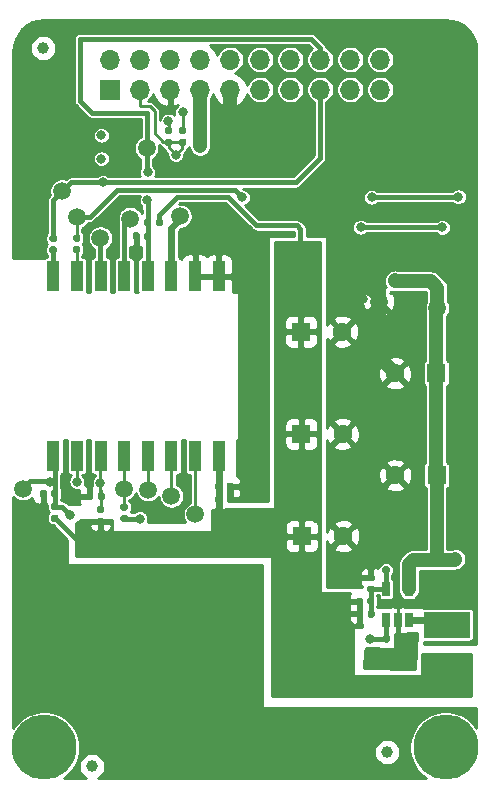
<source format=gtl>
G04 #@! TF.GenerationSoftware,KiCad,Pcbnew,(5.1.10)-1*
G04 #@! TF.CreationDate,2022-01-19T13:45:54+05:30*
G04 #@! TF.ProjectId,P-1000072_Cicada Wi-Fi,502d3130-3030-4303-9732-5f4369636164,0.1*
G04 #@! TF.SameCoordinates,PX7cee6c0PY3dfd240*
G04 #@! TF.FileFunction,Copper,L1,Top*
G04 #@! TF.FilePolarity,Positive*
%FSLAX46Y46*%
G04 Gerber Fmt 4.6, Leading zero omitted, Abs format (unit mm)*
G04 Created by KiCad (PCBNEW (5.1.10)-1) date 2022-01-19 13:45:54*
%MOMM*%
%LPD*%
G01*
G04 APERTURE LIST*
G04 #@! TA.AperFunction,SMDPad,CuDef*
%ADD10R,1.100000X2.600000*%
G04 #@! TD*
G04 #@! TA.AperFunction,ComponentPad*
%ADD11O,1.700000X1.700000*%
G04 #@! TD*
G04 #@! TA.AperFunction,ComponentPad*
%ADD12R,1.700000X1.700000*%
G04 #@! TD*
G04 #@! TA.AperFunction,ComponentPad*
%ADD13C,1.600000*%
G04 #@! TD*
G04 #@! TA.AperFunction,ComponentPad*
%ADD14R,1.600000X1.600000*%
G04 #@! TD*
G04 #@! TA.AperFunction,SMDPad,CuDef*
%ADD15C,1.500000*%
G04 #@! TD*
G04 #@! TA.AperFunction,SMDPad,CuDef*
%ADD16R,3.900000X2.200000*%
G04 #@! TD*
G04 #@! TA.AperFunction,SMDPad,CuDef*
%ADD17R,0.650000X1.220000*%
G04 #@! TD*
G04 #@! TA.AperFunction,ComponentPad*
%ADD18C,5.500000*%
G04 #@! TD*
G04 #@! TA.AperFunction,SMDPad,CuDef*
%ADD19C,1.000000*%
G04 #@! TD*
G04 #@! TA.AperFunction,ViaPad*
%ADD20C,0.800000*%
G04 #@! TD*
G04 #@! TA.AperFunction,ViaPad*
%ADD21C,0.700000*%
G04 #@! TD*
G04 #@! TA.AperFunction,Conductor*
%ADD22C,0.250000*%
G04 #@! TD*
G04 #@! TA.AperFunction,Conductor*
%ADD23C,1.200000*%
G04 #@! TD*
G04 #@! TA.AperFunction,Conductor*
%ADD24C,0.400000*%
G04 #@! TD*
G04 #@! TA.AperFunction,Conductor*
%ADD25C,0.600000*%
G04 #@! TD*
G04 #@! TA.AperFunction,Conductor*
%ADD26C,0.254000*%
G04 #@! TD*
G04 #@! TA.AperFunction,Conductor*
%ADD27C,0.100000*%
G04 #@! TD*
G04 APERTURE END LIST*
D10*
X-14220000Y-17110000D03*
X-12220000Y-17110000D03*
X-6220000Y-17110000D03*
X-4220000Y-32310000D03*
X-4220000Y-17110000D03*
X-2220000Y-32310000D03*
X-12220000Y-32310000D03*
X-16220000Y-17110000D03*
X-8220000Y-32310000D03*
X-10220000Y-17110000D03*
X-8220000Y-17110000D03*
X-6220000Y-32310000D03*
X-10220000Y-32310000D03*
X-2220000Y-17110000D03*
X-14220000Y-32310000D03*
X-16220000Y-32310000D03*
D11*
X11455400Y1244600D03*
X11455400Y-1295400D03*
X8915400Y1244600D03*
X8915400Y-1295400D03*
X6375400Y1244600D03*
X6375400Y-1295400D03*
X3835400Y1244600D03*
X3835400Y-1295400D03*
X1295400Y1244600D03*
X1295400Y-1295400D03*
X-1244600Y1244600D03*
X-1244600Y-1295400D03*
X-3784600Y1244600D03*
X-3784600Y-1295400D03*
X-6324600Y1244600D03*
X-6324600Y-1295400D03*
X-8864600Y1244600D03*
X-8864600Y-1295400D03*
X-11404600Y1244600D03*
D12*
X-11404600Y-1295400D03*
D13*
X8280400Y-30457140D03*
D14*
X4780400Y-30457140D03*
D13*
X8239760Y-21798280D03*
D14*
X4739760Y-21798280D03*
G04 #@! TA.AperFunction,SMDPad,CuDef*
G36*
G01*
X-16413260Y-14581500D02*
X-16068260Y-14581500D01*
G75*
G02*
X-15920760Y-14729000I0J-147500D01*
G01*
X-15920760Y-15024000D01*
G75*
G02*
X-16068260Y-15171500I-147500J0D01*
G01*
X-16413260Y-15171500D01*
G75*
G02*
X-16560760Y-15024000I0J147500D01*
G01*
X-16560760Y-14729000D01*
G75*
G02*
X-16413260Y-14581500I147500J0D01*
G01*
G37*
G04 #@! TD.AperFunction*
G04 #@! TA.AperFunction,SMDPad,CuDef*
G36*
G01*
X-16413260Y-13611500D02*
X-16068260Y-13611500D01*
G75*
G02*
X-15920760Y-13759000I0J-147500D01*
G01*
X-15920760Y-14054000D01*
G75*
G02*
X-16068260Y-14201500I-147500J0D01*
G01*
X-16413260Y-14201500D01*
G75*
G02*
X-16560760Y-14054000I0J147500D01*
G01*
X-16560760Y-13759000D01*
G75*
G02*
X-16413260Y-13611500I147500J0D01*
G01*
G37*
G04 #@! TD.AperFunction*
G04 #@! TA.AperFunction,SMDPad,CuDef*
G36*
G01*
X-14424440Y-14546220D02*
X-14079440Y-14546220D01*
G75*
G02*
X-13931940Y-14693720I0J-147500D01*
G01*
X-13931940Y-14988720D01*
G75*
G02*
X-14079440Y-15136220I-147500J0D01*
G01*
X-14424440Y-15136220D01*
G75*
G02*
X-14571940Y-14988720I0J147500D01*
G01*
X-14571940Y-14693720D01*
G75*
G02*
X-14424440Y-14546220I147500J0D01*
G01*
G37*
G04 #@! TD.AperFunction*
G04 #@! TA.AperFunction,SMDPad,CuDef*
G36*
G01*
X-14424440Y-13576220D02*
X-14079440Y-13576220D01*
G75*
G02*
X-13931940Y-13723720I0J-147500D01*
G01*
X-13931940Y-14018720D01*
G75*
G02*
X-14079440Y-14166220I-147500J0D01*
G01*
X-14424440Y-14166220D01*
G75*
G02*
X-14571940Y-14018720I0J147500D01*
G01*
X-14571940Y-13723720D01*
G75*
G02*
X-14424440Y-13576220I147500J0D01*
G01*
G37*
G04 #@! TD.AperFunction*
G04 #@! TA.AperFunction,SMDPad,CuDef*
G36*
G01*
X-10390920Y-37322120D02*
X-10045920Y-37322120D01*
G75*
G02*
X-9898420Y-37469620I0J-147500D01*
G01*
X-9898420Y-37764620D01*
G75*
G02*
X-10045920Y-37912120I-147500J0D01*
G01*
X-10390920Y-37912120D01*
G75*
G02*
X-10538420Y-37764620I0J147500D01*
G01*
X-10538420Y-37469620D01*
G75*
G02*
X-10390920Y-37322120I147500J0D01*
G01*
G37*
G04 #@! TD.AperFunction*
G04 #@! TA.AperFunction,SMDPad,CuDef*
G36*
G01*
X-10390920Y-36352120D02*
X-10045920Y-36352120D01*
G75*
G02*
X-9898420Y-36499620I0J-147500D01*
G01*
X-9898420Y-36794620D01*
G75*
G02*
X-10045920Y-36942120I-147500J0D01*
G01*
X-10390920Y-36942120D01*
G75*
G02*
X-10538420Y-36794620I0J147500D01*
G01*
X-10538420Y-36499620D01*
G75*
G02*
X-10390920Y-36352120I147500J0D01*
G01*
G37*
G04 #@! TD.AperFunction*
G04 #@! TA.AperFunction,SMDPad,CuDef*
G36*
G01*
X-7944480Y-12375100D02*
X-7944480Y-12720100D01*
G75*
G02*
X-8091980Y-12867600I-147500J0D01*
G01*
X-8386980Y-12867600D01*
G75*
G02*
X-8534480Y-12720100I0J147500D01*
G01*
X-8534480Y-12375100D01*
G75*
G02*
X-8386980Y-12227600I147500J0D01*
G01*
X-8091980Y-12227600D01*
G75*
G02*
X-7944480Y-12375100I0J-147500D01*
G01*
G37*
G04 #@! TD.AperFunction*
G04 #@! TA.AperFunction,SMDPad,CuDef*
G36*
G01*
X-6974480Y-12375100D02*
X-6974480Y-12720100D01*
G75*
G02*
X-7121980Y-12867600I-147500J0D01*
G01*
X-7416980Y-12867600D01*
G75*
G02*
X-7564480Y-12720100I0J147500D01*
G01*
X-7564480Y-12375100D01*
G75*
G02*
X-7416980Y-12227600I147500J0D01*
G01*
X-7121980Y-12227600D01*
G75*
G02*
X-6974480Y-12375100I0J-147500D01*
G01*
G37*
G04 #@! TD.AperFunction*
G04 #@! TA.AperFunction,SMDPad,CuDef*
G36*
G01*
X-15948880Y-36899220D02*
X-16293880Y-36899220D01*
G75*
G02*
X-16441380Y-36751720I0J147500D01*
G01*
X-16441380Y-36456720D01*
G75*
G02*
X-16293880Y-36309220I147500J0D01*
G01*
X-15948880Y-36309220D01*
G75*
G02*
X-15801380Y-36456720I0J-147500D01*
G01*
X-15801380Y-36751720D01*
G75*
G02*
X-15948880Y-36899220I-147500J0D01*
G01*
G37*
G04 #@! TD.AperFunction*
G04 #@! TA.AperFunction,SMDPad,CuDef*
G36*
G01*
X-15948880Y-37869220D02*
X-16293880Y-37869220D01*
G75*
G02*
X-16441380Y-37721720I0J147500D01*
G01*
X-16441380Y-37426720D01*
G75*
G02*
X-16293880Y-37279220I147500J0D01*
G01*
X-15948880Y-37279220D01*
G75*
G02*
X-15801380Y-37426720I0J-147500D01*
G01*
X-15801380Y-37721720D01*
G75*
G02*
X-15948880Y-37869220I-147500J0D01*
G01*
G37*
G04 #@! TD.AperFunction*
G04 #@! TA.AperFunction,SMDPad,CuDef*
G36*
G01*
X-12397520Y-37543380D02*
X-12052520Y-37543380D01*
G75*
G02*
X-11905020Y-37690880I0J-147500D01*
G01*
X-11905020Y-37985880D01*
G75*
G02*
X-12052520Y-38133380I-147500J0D01*
G01*
X-12397520Y-38133380D01*
G75*
G02*
X-12545020Y-37985880I0J147500D01*
G01*
X-12545020Y-37690880D01*
G75*
G02*
X-12397520Y-37543380I147500J0D01*
G01*
G37*
G04 #@! TD.AperFunction*
G04 #@! TA.AperFunction,SMDPad,CuDef*
G36*
G01*
X-12397520Y-36573380D02*
X-12052520Y-36573380D01*
G75*
G02*
X-11905020Y-36720880I0J-147500D01*
G01*
X-11905020Y-37015880D01*
G75*
G02*
X-12052520Y-37163380I-147500J0D01*
G01*
X-12397520Y-37163380D01*
G75*
G02*
X-12545020Y-37015880I0J147500D01*
G01*
X-12545020Y-36720880D01*
G75*
G02*
X-12397520Y-36573380I147500J0D01*
G01*
G37*
G04 #@! TD.AperFunction*
G04 #@! TA.AperFunction,SMDPad,CuDef*
G36*
G01*
X-8534760Y-13883420D02*
X-8534760Y-13538420D01*
G75*
G02*
X-8387260Y-13390920I147500J0D01*
G01*
X-8092260Y-13390920D01*
G75*
G02*
X-7944760Y-13538420I0J-147500D01*
G01*
X-7944760Y-13883420D01*
G75*
G02*
X-8092260Y-14030920I-147500J0D01*
G01*
X-8387260Y-14030920D01*
G75*
G02*
X-8534760Y-13883420I0J147500D01*
G01*
G37*
G04 #@! TD.AperFunction*
G04 #@! TA.AperFunction,SMDPad,CuDef*
G36*
G01*
X-9504760Y-13883420D02*
X-9504760Y-13538420D01*
G75*
G02*
X-9357260Y-13390920I147500J0D01*
G01*
X-9062260Y-13390920D01*
G75*
G02*
X-8914760Y-13538420I0J-147500D01*
G01*
X-8914760Y-13883420D01*
G75*
G02*
X-9062260Y-14030920I-147500J0D01*
G01*
X-9357260Y-14030920D01*
G75*
G02*
X-9504760Y-13883420I0J147500D01*
G01*
G37*
G04 #@! TD.AperFunction*
G04 #@! TA.AperFunction,SMDPad,CuDef*
G36*
G01*
X-1935120Y-35796440D02*
X-1935120Y-36141440D01*
G75*
G02*
X-2082620Y-36288940I-147500J0D01*
G01*
X-2377620Y-36288940D01*
G75*
G02*
X-2525120Y-36141440I0J147500D01*
G01*
X-2525120Y-35796440D01*
G75*
G02*
X-2377620Y-35648940I147500J0D01*
G01*
X-2082620Y-35648940D01*
G75*
G02*
X-1935120Y-35796440I0J-147500D01*
G01*
G37*
G04 #@! TD.AperFunction*
G04 #@! TA.AperFunction,SMDPad,CuDef*
G36*
G01*
X-965120Y-35796440D02*
X-965120Y-36141440D01*
G75*
G02*
X-1112620Y-36288940I-147500J0D01*
G01*
X-1407620Y-36288940D01*
G75*
G02*
X-1555120Y-36141440I0J147500D01*
G01*
X-1555120Y-35796440D01*
G75*
G02*
X-1407620Y-35648940I147500J0D01*
G01*
X-1112620Y-35648940D01*
G75*
G02*
X-965120Y-35796440I0J-147500D01*
G01*
G37*
G04 #@! TD.AperFunction*
G04 #@! TA.AperFunction,SMDPad,CuDef*
G36*
G01*
X-1935120Y-34724560D02*
X-1935120Y-35069560D01*
G75*
G02*
X-2082620Y-35217060I-147500J0D01*
G01*
X-2377620Y-35217060D01*
G75*
G02*
X-2525120Y-35069560I0J147500D01*
G01*
X-2525120Y-34724560D01*
G75*
G02*
X-2377620Y-34577060I147500J0D01*
G01*
X-2082620Y-34577060D01*
G75*
G02*
X-1935120Y-34724560I0J-147500D01*
G01*
G37*
G04 #@! TD.AperFunction*
G04 #@! TA.AperFunction,SMDPad,CuDef*
G36*
G01*
X-965120Y-34724560D02*
X-965120Y-35069560D01*
G75*
G02*
X-1112620Y-35217060I-147500J0D01*
G01*
X-1407620Y-35217060D01*
G75*
G02*
X-1555120Y-35069560I0J147500D01*
G01*
X-1555120Y-34724560D01*
G75*
G02*
X-1407620Y-34577060I147500J0D01*
G01*
X-1112620Y-34577060D01*
G75*
G02*
X-965120Y-34724560I0J-147500D01*
G01*
G37*
G04 #@! TD.AperFunction*
G04 #@! TA.AperFunction,SMDPad,CuDef*
G36*
G01*
X-16411300Y-35679160D02*
X-16411300Y-35334160D01*
G75*
G02*
X-16263800Y-35186660I147500J0D01*
G01*
X-15968800Y-35186660D01*
G75*
G02*
X-15821300Y-35334160I0J-147500D01*
G01*
X-15821300Y-35679160D01*
G75*
G02*
X-15968800Y-35826660I-147500J0D01*
G01*
X-16263800Y-35826660D01*
G75*
G02*
X-16411300Y-35679160I0J147500D01*
G01*
G37*
G04 #@! TD.AperFunction*
G04 #@! TA.AperFunction,SMDPad,CuDef*
G36*
G01*
X-17381300Y-35679160D02*
X-17381300Y-35334160D01*
G75*
G02*
X-17233800Y-35186660I147500J0D01*
G01*
X-16938800Y-35186660D01*
G75*
G02*
X-16791300Y-35334160I0J-147500D01*
G01*
X-16791300Y-35679160D01*
G75*
G02*
X-16938800Y-35826660I-147500J0D01*
G01*
X-17233800Y-35826660D01*
G75*
G02*
X-17381300Y-35679160I0J147500D01*
G01*
G37*
G04 #@! TD.AperFunction*
G04 #@! TA.AperFunction,SMDPad,CuDef*
G36*
G01*
X-12479380Y-35920460D02*
X-12479380Y-35575460D01*
G75*
G02*
X-12331880Y-35427960I147500J0D01*
G01*
X-12036880Y-35427960D01*
G75*
G02*
X-11889380Y-35575460I0J-147500D01*
G01*
X-11889380Y-35920460D01*
G75*
G02*
X-12036880Y-36067960I-147500J0D01*
G01*
X-12331880Y-36067960D01*
G75*
G02*
X-12479380Y-35920460I0J147500D01*
G01*
G37*
G04 #@! TD.AperFunction*
G04 #@! TA.AperFunction,SMDPad,CuDef*
G36*
G01*
X-13449380Y-35920460D02*
X-13449380Y-35575460D01*
G75*
G02*
X-13301880Y-35427960I147500J0D01*
G01*
X-13006880Y-35427960D01*
G75*
G02*
X-12859380Y-35575460I0J-147500D01*
G01*
X-12859380Y-35920460D01*
G75*
G02*
X-13006880Y-36067960I-147500J0D01*
G01*
X-13301880Y-36067960D01*
G75*
G02*
X-13449380Y-35920460I0J147500D01*
G01*
G37*
G04 #@! TD.AperFunction*
D15*
X11333480Y-19273520D03*
D13*
X12702540Y-25318720D03*
D14*
X16202540Y-25318720D03*
D13*
X12722860Y-33962340D03*
D14*
X16222860Y-33962340D03*
D16*
X17101820Y-50401380D03*
X17101820Y-46601380D03*
D15*
X-12237720Y-13873480D03*
X-14196060Y-12082780D03*
X-4239260Y-13906500D03*
X-5491480Y-12024360D03*
X-8326120Y-6253480D03*
X-9707880Y-12222480D03*
X-15499080Y-9888220D03*
X-4185920Y-37266880D03*
X-6223000Y-35727640D03*
X-8199120Y-35179000D03*
X-10251440Y-35100260D03*
X-18783300Y-35095180D03*
X4587240Y-15687040D03*
X16299180Y-19817080D03*
D17*
X11976020Y-43616880D03*
X13876020Y-43616880D03*
X13876020Y-46236880D03*
X12926020Y-46236880D03*
X11976020Y-46236880D03*
G04 #@! TA.AperFunction,SMDPad,CuDef*
G36*
G01*
X10827800Y-42923820D02*
X10482800Y-42923820D01*
G75*
G02*
X10335300Y-42776320I0J147500D01*
G01*
X10335300Y-42481320D01*
G75*
G02*
X10482800Y-42333820I147500J0D01*
G01*
X10827800Y-42333820D01*
G75*
G02*
X10975300Y-42481320I0J-147500D01*
G01*
X10975300Y-42776320D01*
G75*
G02*
X10827800Y-42923820I-147500J0D01*
G01*
G37*
G04 #@! TD.AperFunction*
G04 #@! TA.AperFunction,SMDPad,CuDef*
G36*
G01*
X10827800Y-43893820D02*
X10482800Y-43893820D01*
G75*
G02*
X10335300Y-43746320I0J147500D01*
G01*
X10335300Y-43451320D01*
G75*
G02*
X10482800Y-43303820I147500J0D01*
G01*
X10827800Y-43303820D01*
G75*
G02*
X10975300Y-43451320I0J-147500D01*
G01*
X10975300Y-43746320D01*
G75*
G02*
X10827800Y-43893820I-147500J0D01*
G01*
G37*
G04 #@! TD.AperFunction*
G04 #@! TA.AperFunction,SMDPad,CuDef*
G36*
G01*
X10372860Y-44797760D02*
X10372860Y-44452760D01*
G75*
G02*
X10520360Y-44305260I147500J0D01*
G01*
X10815360Y-44305260D01*
G75*
G02*
X10962860Y-44452760I0J-147500D01*
G01*
X10962860Y-44797760D01*
G75*
G02*
X10815360Y-44945260I-147500J0D01*
G01*
X10520360Y-44945260D01*
G75*
G02*
X10372860Y-44797760I0J147500D01*
G01*
G37*
G04 #@! TD.AperFunction*
G04 #@! TA.AperFunction,SMDPad,CuDef*
G36*
G01*
X9402860Y-44797760D02*
X9402860Y-44452760D01*
G75*
G02*
X9550360Y-44305260I147500J0D01*
G01*
X9845360Y-44305260D01*
G75*
G02*
X9992860Y-44452760I0J-147500D01*
G01*
X9992860Y-44797760D01*
G75*
G02*
X9845360Y-44945260I-147500J0D01*
G01*
X9550360Y-44945260D01*
G75*
G02*
X9402860Y-44797760I0J147500D01*
G01*
G37*
G04 #@! TD.AperFunction*
G04 #@! TA.AperFunction,SMDPad,CuDef*
G36*
G01*
X12656460Y-47965140D02*
X12656460Y-47620140D01*
G75*
G02*
X12803960Y-47472640I147500J0D01*
G01*
X13098960Y-47472640D01*
G75*
G02*
X13246460Y-47620140I0J-147500D01*
G01*
X13246460Y-47965140D01*
G75*
G02*
X13098960Y-48112640I-147500J0D01*
G01*
X12803960Y-48112640D01*
G75*
G02*
X12656460Y-47965140I0J147500D01*
G01*
G37*
G04 #@! TD.AperFunction*
G04 #@! TA.AperFunction,SMDPad,CuDef*
G36*
G01*
X11686460Y-47965140D02*
X11686460Y-47620140D01*
G75*
G02*
X11833960Y-47472640I147500J0D01*
G01*
X12128960Y-47472640D01*
G75*
G02*
X12276460Y-47620140I0J-147500D01*
G01*
X12276460Y-47965140D01*
G75*
G02*
X12128960Y-48112640I-147500J0D01*
G01*
X11833960Y-48112640D01*
G75*
G02*
X11686460Y-47965140I0J147500D01*
G01*
G37*
G04 #@! TD.AperFunction*
D13*
X8315840Y-39116000D03*
D14*
X4815840Y-39116000D03*
G04 #@! TA.AperFunction,SMDPad,CuDef*
G36*
G01*
X14238290Y-50360400D02*
X13325790Y-50360400D01*
G75*
G02*
X13082040Y-50116650I0J243750D01*
G01*
X13082040Y-49629150D01*
G75*
G02*
X13325790Y-49385400I243750J0D01*
G01*
X14238290Y-49385400D01*
G75*
G02*
X14482040Y-49629150I0J-243750D01*
G01*
X14482040Y-50116650D01*
G75*
G02*
X14238290Y-50360400I-243750J0D01*
G01*
G37*
G04 #@! TD.AperFunction*
G04 #@! TA.AperFunction,SMDPad,CuDef*
G36*
G01*
X14238290Y-52235400D02*
X13325790Y-52235400D01*
G75*
G02*
X13082040Y-51991650I0J243750D01*
G01*
X13082040Y-51504150D01*
G75*
G02*
X13325790Y-51260400I243750J0D01*
G01*
X14238290Y-51260400D01*
G75*
G02*
X14482040Y-51504150I0J-243750D01*
G01*
X14482040Y-51991650D01*
G75*
G02*
X14238290Y-52235400I-243750J0D01*
G01*
G37*
G04 #@! TD.AperFunction*
G04 #@! TA.AperFunction,SMDPad,CuDef*
G36*
G01*
X12267910Y-50274640D02*
X11755410Y-50274640D01*
G75*
G02*
X11536660Y-50055890I0J218750D01*
G01*
X11536660Y-49618390D01*
G75*
G02*
X11755410Y-49399640I218750J0D01*
G01*
X12267910Y-49399640D01*
G75*
G02*
X12486660Y-49618390I0J-218750D01*
G01*
X12486660Y-50055890D01*
G75*
G02*
X12267910Y-50274640I-218750J0D01*
G01*
G37*
G04 #@! TD.AperFunction*
G04 #@! TA.AperFunction,SMDPad,CuDef*
G36*
G01*
X12267910Y-51849640D02*
X11755410Y-51849640D01*
G75*
G02*
X11536660Y-51630890I0J218750D01*
G01*
X11536660Y-51193390D01*
G75*
G02*
X11755410Y-50974640I218750J0D01*
G01*
X12267910Y-50974640D01*
G75*
G02*
X12486660Y-51193390I0J-218750D01*
G01*
X12486660Y-51630890D01*
G75*
G02*
X12267910Y-51849640I-218750J0D01*
G01*
G37*
G04 #@! TD.AperFunction*
G04 #@! TA.AperFunction,SMDPad,CuDef*
G36*
G01*
X10383160Y-45851860D02*
X10383160Y-45506860D01*
G75*
G02*
X10530660Y-45359360I147500J0D01*
G01*
X10825660Y-45359360D01*
G75*
G02*
X10973160Y-45506860I0J-147500D01*
G01*
X10973160Y-45851860D01*
G75*
G02*
X10825660Y-45999360I-147500J0D01*
G01*
X10530660Y-45999360D01*
G75*
G02*
X10383160Y-45851860I0J147500D01*
G01*
G37*
G04 #@! TD.AperFunction*
G04 #@! TA.AperFunction,SMDPad,CuDef*
G36*
G01*
X9413160Y-45851860D02*
X9413160Y-45506860D01*
G75*
G02*
X9560660Y-45359360I147500J0D01*
G01*
X9855660Y-45359360D01*
G75*
G02*
X10003160Y-45506860I0J-147500D01*
G01*
X10003160Y-45851860D01*
G75*
G02*
X9855660Y-45999360I-147500J0D01*
G01*
X9560660Y-45999360D01*
G75*
G02*
X9413160Y-45851860I0J147500D01*
G01*
G37*
G04 #@! TD.AperFunction*
G04 #@! TA.AperFunction,SMDPad,CuDef*
G36*
G01*
X15439070Y-42484700D02*
X16351570Y-42484700D01*
G75*
G02*
X16595320Y-42728450I0J-243750D01*
G01*
X16595320Y-43215950D01*
G75*
G02*
X16351570Y-43459700I-243750J0D01*
G01*
X15439070Y-43459700D01*
G75*
G02*
X15195320Y-43215950I0J243750D01*
G01*
X15195320Y-42728450D01*
G75*
G02*
X15439070Y-42484700I243750J0D01*
G01*
G37*
G04 #@! TD.AperFunction*
G04 #@! TA.AperFunction,SMDPad,CuDef*
G36*
G01*
X15439070Y-40609700D02*
X16351570Y-40609700D01*
G75*
G02*
X16595320Y-40853450I0J-243750D01*
G01*
X16595320Y-41340950D01*
G75*
G02*
X16351570Y-41584700I-243750J0D01*
G01*
X15439070Y-41584700D01*
G75*
G02*
X15195320Y-41340950I0J243750D01*
G01*
X15195320Y-40853450D01*
G75*
G02*
X15439070Y-40609700I243750J0D01*
G01*
G37*
G04 #@! TD.AperFunction*
G04 #@! TA.AperFunction,SMDPad,CuDef*
G36*
G01*
X17564390Y-42188880D02*
X18076890Y-42188880D01*
G75*
G02*
X18295640Y-42407630I0J-218750D01*
G01*
X18295640Y-42845130D01*
G75*
G02*
X18076890Y-43063880I-218750J0D01*
G01*
X17564390Y-43063880D01*
G75*
G02*
X17345640Y-42845130I0J218750D01*
G01*
X17345640Y-42407630D01*
G75*
G02*
X17564390Y-42188880I218750J0D01*
G01*
G37*
G04 #@! TD.AperFunction*
G04 #@! TA.AperFunction,SMDPad,CuDef*
G36*
G01*
X17564390Y-40613880D02*
X18076890Y-40613880D01*
G75*
G02*
X18295640Y-40832630I0J-218750D01*
G01*
X18295640Y-41270130D01*
G75*
G02*
X18076890Y-41488880I-218750J0D01*
G01*
X17564390Y-41488880D01*
G75*
G02*
X17345640Y-41270130I0J218750D01*
G01*
X17345640Y-40832630D01*
G75*
G02*
X17564390Y-40613880I218750J0D01*
G01*
G37*
G04 #@! TD.AperFunction*
D18*
X-17000000Y-57000000D03*
D19*
X12040000Y-57390000D03*
X-12948920Y-58592720D03*
X-17090000Y2220000D03*
D18*
X17000000Y-57000000D03*
G04 #@! TA.AperFunction,SMDPad,CuDef*
G36*
G01*
X-6304500Y-5083040D02*
X-6649500Y-5083040D01*
G75*
G02*
X-6797000Y-4935540I0J147500D01*
G01*
X-6797000Y-4640540D01*
G75*
G02*
X-6649500Y-4493040I147500J0D01*
G01*
X-6304500Y-4493040D01*
G75*
G02*
X-6157000Y-4640540I0J-147500D01*
G01*
X-6157000Y-4935540D01*
G75*
G02*
X-6304500Y-5083040I-147500J0D01*
G01*
G37*
G04 #@! TD.AperFunction*
G04 #@! TA.AperFunction,SMDPad,CuDef*
G36*
G01*
X-6304500Y-6053040D02*
X-6649500Y-6053040D01*
G75*
G02*
X-6797000Y-5905540I0J147500D01*
G01*
X-6797000Y-5610540D01*
G75*
G02*
X-6649500Y-5463040I147500J0D01*
G01*
X-6304500Y-5463040D01*
G75*
G02*
X-6157000Y-5610540I0J-147500D01*
G01*
X-6157000Y-5905540D01*
G75*
G02*
X-6304500Y-6053040I-147500J0D01*
G01*
G37*
G04 #@! TD.AperFunction*
G04 #@! TA.AperFunction,SMDPad,CuDef*
G36*
G01*
X-5105620Y-5070480D02*
X-5450620Y-5070480D01*
G75*
G02*
X-5598120Y-4922980I0J147500D01*
G01*
X-5598120Y-4627980D01*
G75*
G02*
X-5450620Y-4480480I147500J0D01*
G01*
X-5105620Y-4480480D01*
G75*
G02*
X-4958120Y-4627980I0J-147500D01*
G01*
X-4958120Y-4922980D01*
G75*
G02*
X-5105620Y-5070480I-147500J0D01*
G01*
G37*
G04 #@! TD.AperFunction*
G04 #@! TA.AperFunction,SMDPad,CuDef*
G36*
G01*
X-5105620Y-6040480D02*
X-5450620Y-6040480D01*
G75*
G02*
X-5598120Y-5892980I0J147500D01*
G01*
X-5598120Y-5597980D01*
G75*
G02*
X-5450620Y-5450480I147500J0D01*
G01*
X-5105620Y-5450480D01*
G75*
G02*
X-4958120Y-5597980I0J-147500D01*
G01*
X-4958120Y-5892980D01*
G75*
G02*
X-5105620Y-6040480I-147500J0D01*
G01*
G37*
G04 #@! TD.AperFunction*
D20*
X-19000000Y-44000000D03*
X-15273020Y-34483040D03*
X-19000000Y-42000000D03*
X-19000000Y-50000000D03*
X-19000000Y-52000000D03*
X-19039840Y-53939440D03*
X16570960Y-44323000D03*
X18684240Y-44048680D03*
X8026400Y-11938000D03*
X17647920Y-39613840D03*
X-7757160Y-36824920D03*
X-4973320Y-34508440D03*
X-19000000Y-40000000D03*
X-19000000Y-38000000D03*
X-16000000Y-40000000D03*
X-11882120Y-57292240D03*
X7020560Y3048000D03*
X13766800Y-55737760D03*
X13538200Y-57810400D03*
X13929360Y-59232800D03*
X-14030960Y-54660800D03*
X-16504920Y-53522880D03*
X-19000000Y-46000000D03*
X-19000000Y-48000000D03*
X10581640Y-49911000D03*
X14137640Y-47635160D03*
X-9260840Y-14808200D03*
X-11318240Y-11582400D03*
X1000000Y-42000000D03*
X1000000Y-44000000D03*
X1000000Y-46000000D03*
X1000000Y-48000000D03*
X1000000Y-50000000D03*
X1000000Y-52000000D03*
X1000000Y-54000000D03*
X1000000Y-56000000D03*
X-1000000Y-42000000D03*
X-3000000Y-42000000D03*
X-5000000Y-42000000D03*
X-7000000Y-42000000D03*
X-9000000Y-42000000D03*
X-11000000Y-42000000D03*
X-13000000Y-42000000D03*
X-15000000Y-42000000D03*
X3000000Y-54000000D03*
X5000000Y-54000000D03*
X7000000Y-54000000D03*
X9000000Y-54000000D03*
X11000000Y-54000000D03*
X13000000Y-54000000D03*
X15000000Y-54000000D03*
X-11000000Y-59000000D03*
X-9000000Y-59000000D03*
X-7000000Y-59000000D03*
X-5000000Y-59000000D03*
X-3000000Y-59000000D03*
X-1000000Y-59000000D03*
X1000000Y-59000000D03*
X3000000Y-59000000D03*
X5000000Y-59000000D03*
X7000000Y-59000000D03*
X9000000Y-59000000D03*
X11000000Y-59000000D03*
X9000000Y-56000000D03*
X-6000000Y-56000000D03*
X-6000000Y-48000000D03*
X-15000000Y-48000000D03*
X-11000000Y-52000000D03*
X-2000000Y-52000000D03*
X-11000000Y-45000000D03*
X-2000000Y-45000000D03*
X19000000Y-40000000D03*
X19000000Y-38000000D03*
X19000000Y-36000000D03*
X19000000Y-34000000D03*
X19000000Y-32000000D03*
X19000000Y-30000000D03*
X19000000Y-28000000D03*
X19000000Y-26000000D03*
X19000000Y-24000000D03*
X19000000Y-22000000D03*
X19000000Y-20000000D03*
X19000000Y-18000000D03*
X19000000Y-16000000D03*
X19000000Y-14000000D03*
X19000000Y-12000000D03*
X15011460Y-14988540D03*
X10000000Y-15000000D03*
X10000000Y-17000000D03*
X10000000Y-19000000D03*
X10000000Y-21000000D03*
X10000000Y-23000000D03*
X10000000Y-25000000D03*
X10000000Y-27000000D03*
X10000000Y-29000000D03*
X10000000Y-31000000D03*
X10000000Y-33000000D03*
X10000000Y-35000000D03*
X10000000Y-37000000D03*
X10000000Y-41000000D03*
X14000000Y-19000000D03*
X14000000Y-21000000D03*
X15000000Y-23000000D03*
X15000000Y-27000000D03*
X15000000Y-29000000D03*
X15000000Y-31000000D03*
X15000000Y-36000000D03*
X15000000Y-38000000D03*
X14000000Y-39000000D03*
X12000000Y-40000000D03*
X12000000Y-38000000D03*
X-19000000Y1000000D03*
X-18000000Y4000000D03*
X-16000000Y4000000D03*
X-14000000Y4000000D03*
X-12000000Y4000000D03*
X-10000000Y4000000D03*
X-5000000Y4000000D03*
X-3000000Y4000000D03*
X-1244600Y-3854600D03*
X1000000Y-4000000D03*
X3000000Y-4000000D03*
X5000000Y-4000000D03*
X5050000Y-6760000D03*
X3240000Y-6760000D03*
X1240000Y-6760000D03*
X-1000000Y-7000000D03*
X-10000000Y-5000000D03*
X-10000000Y-7000000D03*
X15000000Y2000000D03*
X15000000Y0D03*
X15000000Y-2000000D03*
X15000000Y-4000000D03*
X15000000Y-6000000D03*
X15215000Y-7785000D03*
X17000000Y-5000000D03*
X17000000Y-2000000D03*
X17000000Y1000000D03*
X17000000Y-8000000D03*
X8000000Y-4000000D03*
X10000000Y-4000000D03*
X12000000Y-4000000D03*
X8240000Y-6760000D03*
X10240000Y-6760000D03*
X12240000Y-6760000D03*
X1000000Y-14000000D03*
X1000000Y-18000000D03*
X1000000Y-20000000D03*
X1000000Y-22000000D03*
X1000000Y-24000000D03*
X1000000Y-26000000D03*
X1000000Y-28000000D03*
X1000000Y-30000000D03*
X1000000Y-32000000D03*
X1000000Y-34000000D03*
X12700000Y-27200000D03*
X12700000Y-29100000D03*
X12700000Y-31200000D03*
X18060000Y-10380000D03*
X10720000Y-10410000D03*
X-220000Y-10410000D03*
X-12030000Y-9160000D03*
X-12160000Y-5160000D03*
X-12160000Y-7160000D03*
X-5278120Y-3230880D03*
X-6477000Y-3967480D03*
X-12258040Y-34584640D03*
X10609580Y-47807880D03*
X-8244840Y-8305800D03*
X-8255000Y-10673080D03*
X-3784600Y-6060440D03*
X12590000Y-17460000D03*
X16710000Y-12960000D03*
X9794999Y-12944999D03*
X-8897900Y-37617120D03*
X-14813280Y-37284660D03*
X-16484600Y-34523680D03*
X4770120Y-18430240D03*
D21*
X11955780Y-41960800D03*
D20*
X-5847080Y-6797040D03*
X-14235680Y-34487100D03*
D22*
X12926020Y-44889380D02*
X12926020Y-46236880D01*
X12923520Y-44886880D02*
X12926020Y-44889380D01*
X12948920Y-46259780D02*
X12926020Y-46236880D01*
D23*
X-1244600Y-1295400D02*
X-1244600Y-3854600D01*
D22*
X12926020Y-44889380D02*
X14465640Y-44889380D01*
X-4235680Y-13910080D02*
X-4239260Y-13906500D01*
D24*
X-4235680Y-17139280D02*
X-4235680Y-13910080D01*
X12959080Y-47785020D02*
X12951460Y-47792640D01*
X12951460Y-46262320D02*
X12926020Y-46236880D01*
X12951460Y-47792640D02*
X12951460Y-46262320D01*
D22*
X15895320Y-43459700D02*
X15895320Y-42972200D01*
X14465640Y-44889380D02*
X15895320Y-43459700D01*
X17474820Y-42972200D02*
X17820640Y-42626380D01*
D25*
X-1260120Y-34897060D02*
X-1260120Y-35412960D01*
X-1260120Y-35412960D02*
X-1260120Y-35968940D01*
D23*
X15313660Y-14988540D02*
X15011460Y-14988540D01*
X12283440Y-14988540D02*
X11325860Y-15946120D01*
X11325860Y-23942040D02*
X12702540Y-25318720D01*
X11325860Y-15946120D02*
X11325860Y-19692620D01*
X11325860Y-23035260D02*
X11325860Y-23942040D01*
X11325860Y-19692620D02*
X11325860Y-23035260D01*
D22*
X-9209760Y-14757120D02*
X-9260840Y-14808200D01*
X-9209760Y-13710920D02*
X-9209760Y-14757120D01*
D23*
X15011460Y-14988540D02*
X12283440Y-14988540D01*
X-1244600Y-3854600D02*
X-1244600Y-3854600D01*
D22*
X-14235680Y-12122400D02*
X-14196060Y-12082780D01*
D24*
X10720000Y-10410000D02*
X10720000Y-10410000D01*
X18030000Y-10410000D02*
X18060000Y-10380000D01*
X10720000Y-10410000D02*
X18030000Y-10410000D01*
X-320000Y-10410000D02*
X-220000Y-10510000D01*
X-869990Y-9760010D02*
X-220000Y-10410000D01*
D22*
X-14251940Y-12138660D02*
X-14196060Y-12082780D01*
X-14251940Y-13871220D02*
X-14251940Y-12138660D01*
D24*
X-14196060Y-12082780D02*
X-13135400Y-12082780D01*
X-13135400Y-12082780D02*
X-10812630Y-9760010D01*
X-10812630Y-9760010D02*
X-869990Y-9760010D01*
X-14700000Y-9150000D02*
X-16238220Y-10688220D01*
X-12985282Y-9150000D02*
X-14700000Y-9150000D01*
X-12975282Y-9160000D02*
X-12985282Y-9150000D01*
X4310000Y-9160000D02*
X-12030000Y-9160000D01*
X6375400Y-7094600D02*
X4310000Y-9160000D01*
X6375400Y-1295400D02*
X6375400Y-7094600D01*
X-12030000Y-9160000D02*
X-12975282Y-9160000D01*
X-16238220Y-13903960D02*
X-16240760Y-13906500D01*
X-16238220Y-10688220D02*
X-16238220Y-13903960D01*
D22*
X-5278120Y-4775480D02*
X-5278120Y-3230880D01*
X-5278120Y-3230880D02*
X-5278120Y-3230880D01*
X-6461760Y-4659799D02*
X-6477000Y-4675039D01*
X-6461760Y-3860800D02*
X-6461760Y-4659799D01*
X-12110720Y-32339280D02*
X-12235680Y-32339280D01*
X-12235680Y-32339280D02*
X-12235680Y-35415720D01*
X-12212320Y-35219640D02*
X-12197080Y-35204400D01*
X-12212320Y-36383240D02*
X-12212320Y-35219640D01*
X-12225020Y-36395940D02*
X-12212320Y-36383240D01*
X-12225020Y-36868380D02*
X-12225020Y-36395940D01*
X11976020Y-46236880D02*
X11976020Y-46642100D01*
D24*
X11981460Y-46242320D02*
X11976020Y-46236880D01*
X11981460Y-47792640D02*
X11981460Y-46242320D01*
X11966220Y-47807880D02*
X11981460Y-47792640D01*
X10609580Y-47807880D02*
X11966220Y-47807880D01*
D22*
X-16235680Y-17139280D02*
X-16235680Y-15951200D01*
D24*
X-16240760Y-17089240D02*
X-16220000Y-17110000D01*
X-16240760Y-14876500D02*
X-16240760Y-17089240D01*
D22*
X-6235680Y-32339280D02*
X-6235680Y-34404320D01*
X-6235680Y-35582880D02*
X-6088380Y-35730180D01*
X-6235680Y-34404320D02*
X-6235680Y-35582880D01*
D24*
X-8260080Y-6187440D02*
X-8326120Y-6253480D01*
X-8260080Y-3284220D02*
X-8260080Y-6187440D01*
X-8294300Y-3250000D02*
X-8260080Y-3284220D01*
X-13980000Y-2240000D02*
X-12970000Y-3250000D01*
X-13970000Y-2230000D02*
X-13980000Y-2240000D01*
X-13970000Y3002280D02*
X-13970000Y-2230000D01*
X-12970000Y-3250000D02*
X-8294300Y-3250000D01*
X5598160Y3002280D02*
X-13970000Y3002280D01*
X6375400Y2225040D02*
X5598160Y3002280D01*
X6375400Y1244600D02*
X6375400Y2225040D01*
D22*
X-8235680Y-13920200D02*
X-8219440Y-13903960D01*
D24*
X-8235680Y-17139280D02*
X-8235680Y-13920200D01*
X-8224520Y-13909040D02*
X-8235680Y-13920200D01*
X-8224520Y-12946380D02*
X-8224520Y-13909040D01*
X-8326120Y-8224520D02*
X-8244840Y-8305800D01*
X-8326120Y-6253480D02*
X-8326120Y-8224520D01*
X-8219440Y-12941300D02*
X-8224520Y-12946380D01*
X-8219440Y-11978640D02*
X-8219440Y-12941300D01*
X-8224520Y-11976380D02*
X-8224520Y-11394440D01*
X-8234680Y-11384280D02*
X-8224520Y-11394440D01*
X-8234680Y-10535920D02*
X-8234680Y-11384280D01*
D23*
X-3784600Y-1295400D02*
X-3784600Y-3914600D01*
X17774820Y-41097200D02*
X17820640Y-41051380D01*
X15895320Y-41097200D02*
X17774820Y-41097200D01*
X15195320Y-41097200D02*
X15170440Y-41122080D01*
X14233120Y-41122080D02*
X13876020Y-41479180D01*
X15170440Y-41122080D02*
X14233120Y-41122080D01*
X15895320Y-41097200D02*
X15195320Y-41097200D01*
X13876020Y-41479180D02*
X13876020Y-43616880D01*
X16202540Y-19913720D02*
X16299180Y-19817080D01*
X16202540Y-25318720D02*
X16202540Y-19913720D01*
X16299180Y-19817080D02*
X16299180Y-18102580D01*
X16299180Y-18102580D02*
X15732760Y-17536160D01*
X12725870Y-17536160D02*
X12725870Y-17460000D01*
X15732760Y-17536160D02*
X12725870Y-17536160D01*
X16202540Y-33942020D02*
X16222860Y-33962340D01*
X16202540Y-25318720D02*
X16202540Y-33942020D01*
X16222860Y-40769660D02*
X15895320Y-41097200D01*
X16222860Y-33962340D02*
X16222860Y-40769660D01*
X-3784600Y-3914600D02*
X-3784600Y-6060440D01*
D24*
X9794999Y-12944999D02*
X9794999Y-12944999D01*
X16694999Y-12944999D02*
X16710000Y-12960000D01*
X9794999Y-12944999D02*
X16694999Y-12944999D01*
X-16116300Y-36599140D02*
X-16121380Y-36604220D01*
X-16116300Y-35506660D02*
X-16116300Y-36599140D01*
X-16116300Y-32413700D02*
X-16220000Y-32310000D01*
X-18166080Y-34477960D02*
X-16116300Y-34477960D01*
X-18783300Y-35095180D02*
X-18166080Y-34477960D01*
X-16116300Y-34477960D02*
X-16116300Y-32413700D01*
X-16116300Y-35506660D02*
X-16116300Y-34477960D01*
X-8897900Y-37617120D02*
X-8897900Y-37617120D01*
X-10218420Y-37617120D02*
X-8897900Y-37617120D01*
X-16121380Y-36604220D02*
X-15493720Y-36604220D01*
X-15493720Y-36604220D02*
X-14813280Y-37284660D01*
D25*
X-2235680Y-37204320D02*
X-1365000Y-38075000D01*
X-2235680Y-32339280D02*
X-2235680Y-37204320D01*
D22*
X-12344400Y-37957760D02*
X-12225020Y-37838380D01*
X16200420Y-51302780D02*
X17101820Y-50401380D01*
D25*
X-1490980Y-37906960D02*
X-1694180Y-37703760D01*
X-12230100Y-37843460D02*
X-12225020Y-37838380D01*
D23*
X17396620Y-50401380D02*
X17101820Y-50401380D01*
D24*
X-12893040Y-39702740D02*
X-12893040Y-39268400D01*
X-12225020Y-38600380D02*
X-12225020Y-37838380D01*
X-12893040Y-39268400D02*
X-12225020Y-38600380D01*
X-13992860Y-39702740D02*
X-12893040Y-39702740D01*
X-16121380Y-37574220D02*
X-13992860Y-39702740D01*
D22*
X4693920Y-14198600D02*
X4693920Y-15021560D01*
D24*
X4693920Y-13088282D02*
X4693920Y-14198600D01*
X4394439Y-12788801D02*
X4693920Y-13088282D01*
X974799Y-12788801D02*
X4394439Y-12788801D01*
X-5755640Y-10368280D02*
X-1445722Y-10368280D01*
X-1445722Y-10368280D02*
X974799Y-12788801D01*
X-7264400Y-11877040D02*
X-5755640Y-10368280D01*
X-7264400Y-12542520D02*
X-7264400Y-11877040D01*
X-7269480Y-12547600D02*
X-7264400Y-12542520D01*
X11955780Y-43596640D02*
X11976020Y-43616880D01*
X11955780Y-41960800D02*
X11955780Y-43596640D01*
X11957960Y-43598820D02*
X11976020Y-43616880D01*
X10655300Y-43598820D02*
X11957960Y-43598820D01*
X10667860Y-43611380D02*
X10655300Y-43598820D01*
X10667860Y-44625260D02*
X10667860Y-43611380D01*
X10678160Y-44635560D02*
X10667860Y-44625260D01*
X10678160Y-45679360D02*
X10678160Y-44635560D01*
D22*
X-6464440Y-5745480D02*
X-6477000Y-5758040D01*
X-5278120Y-5745480D02*
X-6464440Y-5745480D01*
X-5847080Y-6797040D02*
X-5328920Y-6278880D01*
X-5847080Y-6797040D02*
X-6451600Y-6192520D01*
X-6451600Y-5783440D02*
X-6477000Y-5758040D01*
X-6451600Y-6192520D02*
X-6451600Y-5783440D01*
X-5328920Y-5796280D02*
X-5278120Y-5745480D01*
X-5328920Y-6278880D02*
X-5328920Y-5796280D01*
X-8864600Y-2704670D02*
X-8864600Y-1295400D01*
X-8844280Y-2724990D02*
X-8864600Y-2704670D01*
X-8076834Y-2724990D02*
X-8844280Y-2724990D01*
X-7655560Y-3146264D02*
X-8076834Y-2724990D01*
X-7655560Y-4998720D02*
X-7655560Y-3146264D01*
X-6896240Y-5758040D02*
X-7655560Y-4998720D01*
X-6477000Y-5758040D02*
X-6896240Y-5758040D01*
X16737320Y-46236880D02*
X17101820Y-46601380D01*
D25*
X13876020Y-46236880D02*
X16737320Y-46236880D01*
D22*
X-10235680Y-32339280D02*
X-10235680Y-35484320D01*
X-10251440Y-36614100D02*
X-10218420Y-36647120D01*
X-10251440Y-35100260D02*
X-10251440Y-36614100D01*
X-14235680Y-17139280D02*
X-14235680Y-16775680D01*
X-14251940Y-17078060D02*
X-14220000Y-17110000D01*
X-14251940Y-14841220D02*
X-14251940Y-17078060D01*
X-4235680Y-32339280D02*
X-4235680Y-35134320D01*
X-4235680Y-37052020D02*
X-4028440Y-37259260D01*
X-4235680Y-35134320D02*
X-4235680Y-37052020D01*
X-14235680Y-32339280D02*
X-14235680Y-34487100D01*
X-8235680Y-32339280D02*
X-8235680Y-34806620D01*
X-8235680Y-34806620D02*
X-8235680Y-34944320D01*
D25*
X-5491480Y-12024360D02*
X-5491480Y-12252960D01*
X-6220000Y-12981480D02*
X-6220000Y-17110000D01*
X-5491480Y-12252960D02*
X-6220000Y-12981480D01*
D22*
X-10210800Y-17114400D02*
X-10235680Y-17139280D01*
D24*
X-10220000Y-12734600D02*
X-9707880Y-12222480D01*
X-10220000Y-17110000D02*
X-10220000Y-12734600D01*
D22*
X-12235680Y-17139280D02*
X-12235680Y-16193000D01*
X-12235680Y-17139280D02*
X-12235680Y-16045680D01*
X-12235680Y-13875520D02*
X-12237720Y-13873480D01*
D24*
X-12235680Y-17139280D02*
X-12235680Y-13875520D01*
D26*
X14390226Y-50327034D02*
X10068398Y-50307847D01*
X10178437Y-48863588D01*
X10281433Y-48611424D01*
X12617113Y-48640990D01*
X12641918Y-48638863D01*
X12665832Y-48631938D01*
X12687935Y-48620481D01*
X12707379Y-48604932D01*
X12723415Y-48585888D01*
X12735428Y-48564082D01*
X12742956Y-48540351D01*
X12745695Y-48511481D01*
X12722829Y-47359013D01*
X14603132Y-47332311D01*
X14390226Y-50327034D01*
G04 #@! TA.AperFunction,Conductor*
D27*
G36*
X14390226Y-50327034D02*
G01*
X10068398Y-50307847D01*
X10178437Y-48863588D01*
X10281433Y-48611424D01*
X12617113Y-48640990D01*
X12641918Y-48638863D01*
X12665832Y-48631938D01*
X12687935Y-48620481D01*
X12707379Y-48604932D01*
X12723415Y-48585888D01*
X12735428Y-48564082D01*
X12742956Y-48540351D01*
X12745695Y-48511481D01*
X12722829Y-47359013D01*
X14603132Y-47332311D01*
X14390226Y-50327034D01*
G37*
G04 #@! TD.AperFunction*
D26*
X-16959300Y-35379660D02*
X-16939300Y-35379660D01*
X-16939300Y-35633660D01*
X-16959300Y-35633660D01*
X-16959300Y-36302910D01*
X-16800550Y-36461660D01*
X-16791300Y-36464732D01*
X-16769962Y-36462630D01*
X-16769962Y-36751720D01*
X-16760814Y-36844599D01*
X-16733722Y-36933909D01*
X-16689728Y-37016217D01*
X-16630521Y-37088361D01*
X-16629474Y-37089220D01*
X-16630521Y-37090079D01*
X-16689728Y-37162223D01*
X-16733722Y-37244531D01*
X-16760814Y-37333841D01*
X-16769962Y-37426720D01*
X-16769962Y-37721720D01*
X-16760814Y-37814599D01*
X-16733722Y-37903909D01*
X-16689728Y-37986217D01*
X-16630521Y-38058361D01*
X-16558377Y-38117568D01*
X-16476069Y-38161562D01*
X-16386759Y-38188654D01*
X-16293880Y-38197802D01*
X-16243087Y-38197802D01*
X-15027000Y-39413890D01*
X-15027000Y-41400000D01*
X-15024560Y-41424776D01*
X-15017333Y-41448601D01*
X-15005597Y-41470557D01*
X-14989803Y-41489803D01*
X-14970557Y-41505597D01*
X-14948601Y-41517333D01*
X-14924776Y-41524560D01*
X-14900000Y-41527000D01*
X1473000Y-41527000D01*
X1473000Y-53500000D01*
X1475440Y-53524776D01*
X1482667Y-53548601D01*
X1494403Y-53570557D01*
X1510197Y-53589803D01*
X1529443Y-53605597D01*
X1551399Y-53617333D01*
X1575224Y-53624560D01*
X1600000Y-53627000D01*
X19598001Y-53627000D01*
X19598001Y-55349730D01*
X19390062Y-55038527D01*
X18961473Y-54609938D01*
X18457506Y-54273198D01*
X17897528Y-54041248D01*
X17303058Y-53923000D01*
X16696942Y-53923000D01*
X16102472Y-54041248D01*
X15542494Y-54273198D01*
X15038527Y-54609938D01*
X14609938Y-55038527D01*
X14273198Y-55542494D01*
X14041248Y-56102472D01*
X13923000Y-56696942D01*
X13923000Y-57303058D01*
X14041248Y-57897528D01*
X14273198Y-58457506D01*
X14609938Y-58961473D01*
X15038527Y-59390062D01*
X15349728Y-59598000D01*
X-12430888Y-59598000D01*
X-12415085Y-59591454D01*
X-12230499Y-59468118D01*
X-12073522Y-59311141D01*
X-11950186Y-59126555D01*
X-11865230Y-58921454D01*
X-11821920Y-58703720D01*
X-11821920Y-58481720D01*
X-11865230Y-58263986D01*
X-11950186Y-58058885D01*
X-12073522Y-57874299D01*
X-12230499Y-57717322D01*
X-12415085Y-57593986D01*
X-12620186Y-57509030D01*
X-12837920Y-57465720D01*
X-13059920Y-57465720D01*
X-13277654Y-57509030D01*
X-13482755Y-57593986D01*
X-13667341Y-57717322D01*
X-13824318Y-57874299D01*
X-13947654Y-58058885D01*
X-14032610Y-58263986D01*
X-14075920Y-58481720D01*
X-14075920Y-58703720D01*
X-14032610Y-58921454D01*
X-13947654Y-59126555D01*
X-13824318Y-59311141D01*
X-13667341Y-59468118D01*
X-13482755Y-59591454D01*
X-13466952Y-59598000D01*
X-15349728Y-59598000D01*
X-15038527Y-59390062D01*
X-14609938Y-58961473D01*
X-14273198Y-58457506D01*
X-14041248Y-57897528D01*
X-13923000Y-57303058D01*
X-13923000Y-57279000D01*
X10913000Y-57279000D01*
X10913000Y-57501000D01*
X10956310Y-57718734D01*
X11041266Y-57923835D01*
X11164602Y-58108421D01*
X11321579Y-58265398D01*
X11506165Y-58388734D01*
X11711266Y-58473690D01*
X11929000Y-58517000D01*
X12151000Y-58517000D01*
X12368734Y-58473690D01*
X12573835Y-58388734D01*
X12758421Y-58265398D01*
X12915398Y-58108421D01*
X13038734Y-57923835D01*
X13123690Y-57718734D01*
X13167000Y-57501000D01*
X13167000Y-57279000D01*
X13123690Y-57061266D01*
X13038734Y-56856165D01*
X12915398Y-56671579D01*
X12758421Y-56514602D01*
X12573835Y-56391266D01*
X12368734Y-56306310D01*
X12151000Y-56263000D01*
X11929000Y-56263000D01*
X11711266Y-56306310D01*
X11506165Y-56391266D01*
X11321579Y-56514602D01*
X11164602Y-56671579D01*
X11041266Y-56856165D01*
X10956310Y-57061266D01*
X10913000Y-57279000D01*
X-13923000Y-57279000D01*
X-13923000Y-56696942D01*
X-14041248Y-56102472D01*
X-14273198Y-55542494D01*
X-14609938Y-55038527D01*
X-15038527Y-54609938D01*
X-15542494Y-54273198D01*
X-16102472Y-54041248D01*
X-16696942Y-53923000D01*
X-17303058Y-53923000D01*
X-17897528Y-54041248D01*
X-18457506Y-54273198D01*
X-18961473Y-54609938D01*
X-19390062Y-55038527D01*
X-19598000Y-55349728D01*
X-19598000Y-35803587D01*
X-19469847Y-35931740D01*
X-19293451Y-36049605D01*
X-19097449Y-36130791D01*
X-18889375Y-36172180D01*
X-18677225Y-36172180D01*
X-18469151Y-36130791D01*
X-18273149Y-36049605D01*
X-18096753Y-35931740D01*
X-18016889Y-35851876D01*
X-18007112Y-35951142D01*
X-17970802Y-36070840D01*
X-17911837Y-36181154D01*
X-17832485Y-36277845D01*
X-17735794Y-36357197D01*
X-17625480Y-36416162D01*
X-17505782Y-36452472D01*
X-17381300Y-36464732D01*
X-17372050Y-36461660D01*
X-17213300Y-36302910D01*
X-17213300Y-35633660D01*
X-17233300Y-35633660D01*
X-17233300Y-35379660D01*
X-17213300Y-35379660D01*
X-17213300Y-35359660D01*
X-16959300Y-35359660D01*
X-16959300Y-35379660D01*
G04 #@! TA.AperFunction,Conductor*
D27*
G36*
X-16959300Y-35379660D02*
G01*
X-16939300Y-35379660D01*
X-16939300Y-35633660D01*
X-16959300Y-35633660D01*
X-16959300Y-36302910D01*
X-16800550Y-36461660D01*
X-16791300Y-36464732D01*
X-16769962Y-36462630D01*
X-16769962Y-36751720D01*
X-16760814Y-36844599D01*
X-16733722Y-36933909D01*
X-16689728Y-37016217D01*
X-16630521Y-37088361D01*
X-16629474Y-37089220D01*
X-16630521Y-37090079D01*
X-16689728Y-37162223D01*
X-16733722Y-37244531D01*
X-16760814Y-37333841D01*
X-16769962Y-37426720D01*
X-16769962Y-37721720D01*
X-16760814Y-37814599D01*
X-16733722Y-37903909D01*
X-16689728Y-37986217D01*
X-16630521Y-38058361D01*
X-16558377Y-38117568D01*
X-16476069Y-38161562D01*
X-16386759Y-38188654D01*
X-16293880Y-38197802D01*
X-16243087Y-38197802D01*
X-15027000Y-39413890D01*
X-15027000Y-41400000D01*
X-15024560Y-41424776D01*
X-15017333Y-41448601D01*
X-15005597Y-41470557D01*
X-14989803Y-41489803D01*
X-14970557Y-41505597D01*
X-14948601Y-41517333D01*
X-14924776Y-41524560D01*
X-14900000Y-41527000D01*
X1473000Y-41527000D01*
X1473000Y-53500000D01*
X1475440Y-53524776D01*
X1482667Y-53548601D01*
X1494403Y-53570557D01*
X1510197Y-53589803D01*
X1529443Y-53605597D01*
X1551399Y-53617333D01*
X1575224Y-53624560D01*
X1600000Y-53627000D01*
X19598001Y-53627000D01*
X19598001Y-55349730D01*
X19390062Y-55038527D01*
X18961473Y-54609938D01*
X18457506Y-54273198D01*
X17897528Y-54041248D01*
X17303058Y-53923000D01*
X16696942Y-53923000D01*
X16102472Y-54041248D01*
X15542494Y-54273198D01*
X15038527Y-54609938D01*
X14609938Y-55038527D01*
X14273198Y-55542494D01*
X14041248Y-56102472D01*
X13923000Y-56696942D01*
X13923000Y-57303058D01*
X14041248Y-57897528D01*
X14273198Y-58457506D01*
X14609938Y-58961473D01*
X15038527Y-59390062D01*
X15349728Y-59598000D01*
X-12430888Y-59598000D01*
X-12415085Y-59591454D01*
X-12230499Y-59468118D01*
X-12073522Y-59311141D01*
X-11950186Y-59126555D01*
X-11865230Y-58921454D01*
X-11821920Y-58703720D01*
X-11821920Y-58481720D01*
X-11865230Y-58263986D01*
X-11950186Y-58058885D01*
X-12073522Y-57874299D01*
X-12230499Y-57717322D01*
X-12415085Y-57593986D01*
X-12620186Y-57509030D01*
X-12837920Y-57465720D01*
X-13059920Y-57465720D01*
X-13277654Y-57509030D01*
X-13482755Y-57593986D01*
X-13667341Y-57717322D01*
X-13824318Y-57874299D01*
X-13947654Y-58058885D01*
X-14032610Y-58263986D01*
X-14075920Y-58481720D01*
X-14075920Y-58703720D01*
X-14032610Y-58921454D01*
X-13947654Y-59126555D01*
X-13824318Y-59311141D01*
X-13667341Y-59468118D01*
X-13482755Y-59591454D01*
X-13466952Y-59598000D01*
X-15349728Y-59598000D01*
X-15038527Y-59390062D01*
X-14609938Y-58961473D01*
X-14273198Y-58457506D01*
X-14041248Y-57897528D01*
X-13923000Y-57303058D01*
X-13923000Y-57279000D01*
X10913000Y-57279000D01*
X10913000Y-57501000D01*
X10956310Y-57718734D01*
X11041266Y-57923835D01*
X11164602Y-58108421D01*
X11321579Y-58265398D01*
X11506165Y-58388734D01*
X11711266Y-58473690D01*
X11929000Y-58517000D01*
X12151000Y-58517000D01*
X12368734Y-58473690D01*
X12573835Y-58388734D01*
X12758421Y-58265398D01*
X12915398Y-58108421D01*
X13038734Y-57923835D01*
X13123690Y-57718734D01*
X13167000Y-57501000D01*
X13167000Y-57279000D01*
X13123690Y-57061266D01*
X13038734Y-56856165D01*
X12915398Y-56671579D01*
X12758421Y-56514602D01*
X12573835Y-56391266D01*
X12368734Y-56306310D01*
X12151000Y-56263000D01*
X11929000Y-56263000D01*
X11711266Y-56306310D01*
X11506165Y-56391266D01*
X11321579Y-56514602D01*
X11164602Y-56671579D01*
X11041266Y-56856165D01*
X10956310Y-57061266D01*
X10913000Y-57279000D01*
X-13923000Y-57279000D01*
X-13923000Y-56696942D01*
X-14041248Y-56102472D01*
X-14273198Y-55542494D01*
X-14609938Y-55038527D01*
X-15038527Y-54609938D01*
X-15542494Y-54273198D01*
X-16102472Y-54041248D01*
X-16696942Y-53923000D01*
X-17303058Y-53923000D01*
X-17897528Y-54041248D01*
X-18457506Y-54273198D01*
X-18961473Y-54609938D01*
X-19390062Y-55038527D01*
X-19598000Y-55349728D01*
X-19598000Y-35803587D01*
X-19469847Y-35931740D01*
X-19293451Y-36049605D01*
X-19097449Y-36130791D01*
X-18889375Y-36172180D01*
X-18677225Y-36172180D01*
X-18469151Y-36130791D01*
X-18273149Y-36049605D01*
X-18096753Y-35931740D01*
X-18016889Y-35851876D01*
X-18007112Y-35951142D01*
X-17970802Y-36070840D01*
X-17911837Y-36181154D01*
X-17832485Y-36277845D01*
X-17735794Y-36357197D01*
X-17625480Y-36416162D01*
X-17505782Y-36452472D01*
X-17381300Y-36464732D01*
X-17372050Y-36461660D01*
X-17213300Y-36302910D01*
X-17213300Y-35633660D01*
X-17233300Y-35633660D01*
X-17233300Y-35379660D01*
X-17213300Y-35379660D01*
X-17213300Y-35359660D01*
X-16959300Y-35359660D01*
X-16959300Y-35379660D01*
G37*
G04 #@! TD.AperFunction*
D26*
X17504242Y4546631D02*
X17989286Y4400188D01*
X18436642Y4162326D01*
X18829282Y3842096D01*
X19152241Y3451706D01*
X19393222Y3006020D01*
X19543048Y2522013D01*
X19598000Y1999180D01*
X19598000Y1999173D01*
X19598001Y-48273000D01*
X15127000Y-48273000D01*
X15127000Y-48027517D01*
X15151820Y-48029962D01*
X19051820Y-48029962D01*
X19115923Y-48023648D01*
X19177563Y-48004950D01*
X19234370Y-47974586D01*
X19284163Y-47933723D01*
X19325026Y-47883930D01*
X19355390Y-47827123D01*
X19374088Y-47765483D01*
X19380402Y-47701380D01*
X19380402Y-45501380D01*
X19374088Y-45437277D01*
X19355390Y-45375637D01*
X19325026Y-45318830D01*
X19284163Y-45269037D01*
X19234370Y-45228174D01*
X19177563Y-45197810D01*
X19115923Y-45179112D01*
X19051820Y-45172798D01*
X15151820Y-45172798D01*
X15124585Y-45175481D01*
X15124560Y-45175224D01*
X15117333Y-45151399D01*
X15105597Y-45129443D01*
X15089803Y-45110197D01*
X15070557Y-45094403D01*
X15048601Y-45082667D01*
X15024776Y-45075440D01*
X15000000Y-45073000D01*
X13561843Y-45073000D01*
X13495200Y-45037378D01*
X13375502Y-45001068D01*
X13251020Y-44988808D01*
X13211770Y-44991880D01*
X13130650Y-45073000D01*
X12721390Y-45073000D01*
X12640270Y-44991880D01*
X12601020Y-44988808D01*
X12476538Y-45001068D01*
X12356840Y-45037378D01*
X12290197Y-45073000D01*
X11205160Y-45073000D01*
X11205160Y-45069627D01*
X11211208Y-45062257D01*
X11255202Y-44979949D01*
X11282294Y-44890639D01*
X11291442Y-44797760D01*
X11291442Y-44452760D01*
X11282294Y-44359881D01*
X11255202Y-44270571D01*
X11211208Y-44188263D01*
X11194860Y-44168343D01*
X11194860Y-44125820D01*
X11322438Y-44125820D01*
X11322438Y-44226880D01*
X11328752Y-44290983D01*
X11347450Y-44352623D01*
X11377814Y-44409430D01*
X11418677Y-44459223D01*
X11468470Y-44500086D01*
X11525277Y-44530450D01*
X11586917Y-44549148D01*
X11651020Y-44555462D01*
X12301020Y-44555462D01*
X12365123Y-44549148D01*
X12426763Y-44530450D01*
X12483570Y-44500086D01*
X12533363Y-44459223D01*
X12574226Y-44409430D01*
X12604590Y-44352623D01*
X12623288Y-44290983D01*
X12629602Y-44226880D01*
X12629602Y-43006880D01*
X12623288Y-42942777D01*
X12604590Y-42881137D01*
X12574226Y-42824330D01*
X12533363Y-42774537D01*
X12483570Y-42733674D01*
X12482780Y-42733252D01*
X12482780Y-42390657D01*
X12555730Y-42281480D01*
X12606764Y-42158274D01*
X12632780Y-42027479D01*
X12632780Y-41894121D01*
X12606764Y-41763326D01*
X12555730Y-41640120D01*
X12481640Y-41529237D01*
X12387343Y-41434940D01*
X12276460Y-41360850D01*
X12153254Y-41309816D01*
X12022459Y-41283800D01*
X11889101Y-41283800D01*
X11758306Y-41309816D01*
X11635100Y-41360850D01*
X11524217Y-41434940D01*
X11429920Y-41529237D01*
X11355830Y-41640120D01*
X11304796Y-41763326D01*
X11300014Y-41787365D01*
X11219480Y-41744318D01*
X11099782Y-41708008D01*
X10975300Y-41695748D01*
X10941050Y-41698820D01*
X10782300Y-41857570D01*
X10782300Y-42501820D01*
X10802300Y-42501820D01*
X10802300Y-42755820D01*
X10782300Y-42755820D01*
X10782300Y-42775820D01*
X10528300Y-42775820D01*
X10528300Y-42755820D01*
X9859050Y-42755820D01*
X9700300Y-42914570D01*
X9697228Y-42923820D01*
X9709488Y-43048302D01*
X9745798Y-43168000D01*
X9804763Y-43278314D01*
X9882470Y-43373000D01*
X6927000Y-43373000D01*
X6927000Y-42333820D01*
X9697228Y-42333820D01*
X9700300Y-42343070D01*
X9859050Y-42501820D01*
X10528300Y-42501820D01*
X10528300Y-41857570D01*
X10369550Y-41698820D01*
X10335300Y-41695748D01*
X10210818Y-41708008D01*
X10091120Y-41744318D01*
X9980806Y-41803283D01*
X9884115Y-41882635D01*
X9804763Y-41979326D01*
X9745798Y-42089640D01*
X9709488Y-42209338D01*
X9697228Y-42333820D01*
X6927000Y-42333820D01*
X6927000Y-40108702D01*
X7502743Y-40108702D01*
X7574326Y-40352671D01*
X7829836Y-40473571D01*
X8104024Y-40542300D01*
X8386352Y-40556217D01*
X8665970Y-40514787D01*
X8932132Y-40419603D01*
X9057354Y-40352671D01*
X9128937Y-40108702D01*
X8315840Y-39295605D01*
X7502743Y-40108702D01*
X6927000Y-40108702D01*
X6927000Y-39493945D01*
X7012237Y-39732292D01*
X7079169Y-39857514D01*
X7323138Y-39929097D01*
X8136235Y-39116000D01*
X8495445Y-39116000D01*
X9308542Y-39929097D01*
X9552511Y-39857514D01*
X9673411Y-39602004D01*
X9742140Y-39327816D01*
X9756057Y-39045488D01*
X9714627Y-38765870D01*
X9619443Y-38499708D01*
X9552511Y-38374486D01*
X9308542Y-38302903D01*
X8495445Y-39116000D01*
X8136235Y-39116000D01*
X7323138Y-38302903D01*
X7079169Y-38374486D01*
X6958269Y-38629996D01*
X6927000Y-38754741D01*
X6927000Y-38123298D01*
X7502743Y-38123298D01*
X8315840Y-38936395D01*
X9128937Y-38123298D01*
X9057354Y-37879329D01*
X8801844Y-37758429D01*
X8527656Y-37689700D01*
X8245328Y-37675783D01*
X7965710Y-37717213D01*
X7699548Y-37812397D01*
X7574326Y-37879329D01*
X7502743Y-38123298D01*
X6927000Y-38123298D01*
X6927000Y-34955042D01*
X11909763Y-34955042D01*
X11981346Y-35199011D01*
X12236856Y-35319911D01*
X12511044Y-35388640D01*
X12793372Y-35402557D01*
X13072990Y-35361127D01*
X13339152Y-35265943D01*
X13464374Y-35199011D01*
X13535957Y-34955042D01*
X12722860Y-34141945D01*
X11909763Y-34955042D01*
X6927000Y-34955042D01*
X6927000Y-34032852D01*
X11282643Y-34032852D01*
X11324073Y-34312470D01*
X11419257Y-34578632D01*
X11486189Y-34703854D01*
X11730158Y-34775437D01*
X12543255Y-33962340D01*
X12902465Y-33962340D01*
X13715562Y-34775437D01*
X13959531Y-34703854D01*
X14080431Y-34448344D01*
X14149160Y-34174156D01*
X14163077Y-33891828D01*
X14121647Y-33612210D01*
X14026463Y-33346048D01*
X13959531Y-33220826D01*
X13715562Y-33149243D01*
X12902465Y-33962340D01*
X12543255Y-33962340D01*
X11730158Y-33149243D01*
X11486189Y-33220826D01*
X11365289Y-33476336D01*
X11296560Y-33750524D01*
X11282643Y-34032852D01*
X6927000Y-34032852D01*
X6927000Y-32969638D01*
X11909763Y-32969638D01*
X12722860Y-33782735D01*
X13535957Y-32969638D01*
X13464374Y-32725669D01*
X13208864Y-32604769D01*
X12934676Y-32536040D01*
X12652348Y-32522123D01*
X12372730Y-32563553D01*
X12106568Y-32658737D01*
X11981346Y-32725669D01*
X11909763Y-32969638D01*
X6927000Y-32969638D01*
X6927000Y-31449842D01*
X7467303Y-31449842D01*
X7538886Y-31693811D01*
X7794396Y-31814711D01*
X8068584Y-31883440D01*
X8350912Y-31897357D01*
X8630530Y-31855927D01*
X8896692Y-31760743D01*
X9021914Y-31693811D01*
X9093497Y-31449842D01*
X8280400Y-30636745D01*
X7467303Y-31449842D01*
X6927000Y-31449842D01*
X6927000Y-30934185D01*
X6976797Y-31073432D01*
X7043729Y-31198654D01*
X7287698Y-31270237D01*
X8100795Y-30457140D01*
X8460005Y-30457140D01*
X9273102Y-31270237D01*
X9517071Y-31198654D01*
X9637971Y-30943144D01*
X9706700Y-30668956D01*
X9720617Y-30386628D01*
X9679187Y-30107010D01*
X9584003Y-29840848D01*
X9517071Y-29715626D01*
X9273102Y-29644043D01*
X8460005Y-30457140D01*
X8100795Y-30457140D01*
X7287698Y-29644043D01*
X7043729Y-29715626D01*
X6927000Y-29962321D01*
X6927000Y-29464438D01*
X7467303Y-29464438D01*
X8280400Y-30277535D01*
X9093497Y-29464438D01*
X9021914Y-29220469D01*
X8766404Y-29099569D01*
X8492216Y-29030840D01*
X8209888Y-29016923D01*
X7930270Y-29058353D01*
X7664108Y-29153537D01*
X7538886Y-29220469D01*
X7467303Y-29464438D01*
X6927000Y-29464438D01*
X6927000Y-26311422D01*
X11889443Y-26311422D01*
X11961026Y-26555391D01*
X12216536Y-26676291D01*
X12490724Y-26745020D01*
X12773052Y-26758937D01*
X13052670Y-26717507D01*
X13318832Y-26622323D01*
X13444054Y-26555391D01*
X13515637Y-26311422D01*
X12702540Y-25498325D01*
X11889443Y-26311422D01*
X6927000Y-26311422D01*
X6927000Y-25389232D01*
X11262323Y-25389232D01*
X11303753Y-25668850D01*
X11398937Y-25935012D01*
X11465869Y-26060234D01*
X11709838Y-26131817D01*
X12522935Y-25318720D01*
X12882145Y-25318720D01*
X13695242Y-26131817D01*
X13939211Y-26060234D01*
X14060111Y-25804724D01*
X14128840Y-25530536D01*
X14142757Y-25248208D01*
X14101327Y-24968590D01*
X14006143Y-24702428D01*
X13939211Y-24577206D01*
X13695242Y-24505623D01*
X12882145Y-25318720D01*
X12522935Y-25318720D01*
X11709838Y-24505623D01*
X11465869Y-24577206D01*
X11344969Y-24832716D01*
X11276240Y-25106904D01*
X11262323Y-25389232D01*
X6927000Y-25389232D01*
X6927000Y-24326018D01*
X11889443Y-24326018D01*
X12702540Y-25139115D01*
X13515637Y-24326018D01*
X13444054Y-24082049D01*
X13188544Y-23961149D01*
X12914356Y-23892420D01*
X12632028Y-23878503D01*
X12352410Y-23919933D01*
X12086248Y-24015117D01*
X11961026Y-24082049D01*
X11889443Y-24326018D01*
X6927000Y-24326018D01*
X6927000Y-22790982D01*
X7426663Y-22790982D01*
X7498246Y-23034951D01*
X7753756Y-23155851D01*
X8027944Y-23224580D01*
X8310272Y-23238497D01*
X8589890Y-23197067D01*
X8856052Y-23101883D01*
X8981274Y-23034951D01*
X9052857Y-22790982D01*
X8239760Y-21977885D01*
X7426663Y-22790982D01*
X6927000Y-22790982D01*
X6927000Y-22388966D01*
X6936157Y-22414572D01*
X7003089Y-22539794D01*
X7247058Y-22611377D01*
X8060155Y-21798280D01*
X8419365Y-21798280D01*
X9232462Y-22611377D01*
X9476431Y-22539794D01*
X9597331Y-22284284D01*
X9666060Y-22010096D01*
X9679977Y-21727768D01*
X9638547Y-21448150D01*
X9543363Y-21181988D01*
X9476431Y-21056766D01*
X9232462Y-20985183D01*
X8419365Y-21798280D01*
X8060155Y-21798280D01*
X7247058Y-20985183D01*
X7003089Y-21056766D01*
X6927000Y-21217572D01*
X6927000Y-20805578D01*
X7426663Y-20805578D01*
X8239760Y-21618675D01*
X9052857Y-20805578D01*
X8981274Y-20561609D01*
X8725764Y-20440709D01*
X8451576Y-20371980D01*
X8169248Y-20358063D01*
X7889630Y-20399493D01*
X7623468Y-20494677D01*
X7498246Y-20561609D01*
X7426663Y-20805578D01*
X6927000Y-20805578D01*
X6927000Y-20230513D01*
X10556092Y-20230513D01*
X10621617Y-20469380D01*
X10868596Y-20585280D01*
X11133440Y-20650770D01*
X11405972Y-20663332D01*
X11675718Y-20622485D01*
X11932312Y-20529797D01*
X12045343Y-20469380D01*
X12110868Y-20230513D01*
X11333480Y-19453125D01*
X10556092Y-20230513D01*
X6927000Y-20230513D01*
X6927000Y-19346012D01*
X9943668Y-19346012D01*
X9984515Y-19615758D01*
X10077203Y-19872352D01*
X10137620Y-19985383D01*
X10376487Y-20050908D01*
X11153875Y-19273520D01*
X10376487Y-18496132D01*
X10137620Y-18561657D01*
X10021720Y-18808636D01*
X9956230Y-19073480D01*
X9943668Y-19346012D01*
X6927000Y-19346012D01*
X6927000Y-18316527D01*
X10556092Y-18316527D01*
X11333480Y-19093915D01*
X11347623Y-19079773D01*
X11527228Y-19259378D01*
X11513085Y-19273520D01*
X12290473Y-20050908D01*
X12529340Y-19985383D01*
X12645240Y-19738404D01*
X12710730Y-19473560D01*
X12723292Y-19201028D01*
X12682445Y-18931282D01*
X12589757Y-18674688D01*
X12529340Y-18561657D01*
X12290475Y-18496133D01*
X12385106Y-18401502D01*
X12544146Y-18449747D01*
X12725870Y-18467645D01*
X12771407Y-18463160D01*
X15348785Y-18463160D01*
X15372181Y-18486556D01*
X15372180Y-19265884D01*
X15344755Y-19306929D01*
X15263569Y-19502931D01*
X15222180Y-19711005D01*
X15222180Y-19923155D01*
X15263569Y-20131229D01*
X15275541Y-20160132D01*
X15275540Y-24215822D01*
X15219990Y-24245514D01*
X15170197Y-24286377D01*
X15129334Y-24336170D01*
X15098970Y-24392977D01*
X15080272Y-24454617D01*
X15073958Y-24518720D01*
X15073958Y-26118720D01*
X15080272Y-26182823D01*
X15098970Y-26244463D01*
X15129334Y-26301270D01*
X15170197Y-26351063D01*
X15219990Y-26391926D01*
X15275540Y-26421618D01*
X15275541Y-32870303D01*
X15240310Y-32889134D01*
X15190517Y-32929997D01*
X15149654Y-32979790D01*
X15119290Y-33036597D01*
X15100592Y-33098237D01*
X15094278Y-33162340D01*
X15094278Y-34762340D01*
X15100592Y-34826443D01*
X15119290Y-34888083D01*
X15149654Y-34944890D01*
X15190517Y-34994683D01*
X15240310Y-35035546D01*
X15295860Y-35065238D01*
X15295861Y-40170200D01*
X15240847Y-40170200D01*
X15195320Y-40165716D01*
X15149793Y-40170200D01*
X15149782Y-40170200D01*
X15013596Y-40183613D01*
X14975795Y-40195080D01*
X14278647Y-40195080D01*
X14233120Y-40190596D01*
X14187593Y-40195080D01*
X14187582Y-40195080D01*
X14051396Y-40208493D01*
X13876656Y-40261500D01*
X13715615Y-40347578D01*
X13660609Y-40392721D01*
X13574461Y-40463421D01*
X13545432Y-40498793D01*
X13252733Y-40791492D01*
X13217361Y-40820521D01*
X13188333Y-40855892D01*
X13188332Y-40855893D01*
X13101519Y-40961675D01*
X13053570Y-41051381D01*
X13015440Y-41122717D01*
X12962433Y-41297457D01*
X12949020Y-41433643D01*
X12949020Y-41433653D01*
X12944536Y-41479180D01*
X12949020Y-41524708D01*
X12949021Y-43662418D01*
X12962434Y-43798604D01*
X13015441Y-43973344D01*
X13101520Y-44134385D01*
X13217362Y-44275539D01*
X13228099Y-44284350D01*
X13228752Y-44290983D01*
X13247450Y-44352623D01*
X13277814Y-44409430D01*
X13318677Y-44459223D01*
X13368470Y-44500086D01*
X13425277Y-44530450D01*
X13486917Y-44549148D01*
X13551020Y-44555462D01*
X14201020Y-44555462D01*
X14265123Y-44549148D01*
X14326763Y-44530450D01*
X14383570Y-44500086D01*
X14433363Y-44459223D01*
X14474226Y-44409430D01*
X14504590Y-44352623D01*
X14523288Y-44290983D01*
X14523941Y-44284351D01*
X14534679Y-44275539D01*
X14650521Y-44134385D01*
X14736600Y-43973344D01*
X14789607Y-43798604D01*
X14803020Y-43662418D01*
X14803020Y-42049080D01*
X15124913Y-42049080D01*
X15170440Y-42053564D01*
X15215967Y-42049080D01*
X15215978Y-42049080D01*
X15352164Y-42035667D01*
X15389965Y-42024200D01*
X15849793Y-42024200D01*
X15895320Y-42028684D01*
X15940847Y-42024200D01*
X17729293Y-42024200D01*
X17774820Y-42028684D01*
X17820347Y-42024200D01*
X17820358Y-42024200D01*
X17956544Y-42010787D01*
X18131284Y-41957780D01*
X18292325Y-41871701D01*
X18433479Y-41755859D01*
X18462508Y-41720487D01*
X18508328Y-41674667D01*
X18595141Y-41568885D01*
X18681219Y-41407844D01*
X18734226Y-41233103D01*
X18752124Y-41051381D01*
X18734226Y-40869657D01*
X18681219Y-40694917D01*
X18595141Y-40533875D01*
X18479299Y-40392721D01*
X18338145Y-40276879D01*
X18177103Y-40190801D01*
X18002363Y-40137794D01*
X17820639Y-40119896D01*
X17638917Y-40137794D01*
X17532089Y-40170200D01*
X17149860Y-40170200D01*
X17149860Y-35065238D01*
X17205410Y-35035546D01*
X17255203Y-34994683D01*
X17296066Y-34944890D01*
X17326430Y-34888083D01*
X17345128Y-34826443D01*
X17351442Y-34762340D01*
X17351442Y-33162340D01*
X17345128Y-33098237D01*
X17326430Y-33036597D01*
X17296066Y-32979790D01*
X17255203Y-32929997D01*
X17205410Y-32889134D01*
X17148603Y-32858770D01*
X17129540Y-32852987D01*
X17129540Y-26421618D01*
X17185090Y-26391926D01*
X17234883Y-26351063D01*
X17275746Y-26301270D01*
X17306110Y-26244463D01*
X17324808Y-26182823D01*
X17331122Y-26118720D01*
X17331122Y-24518720D01*
X17324808Y-24454617D01*
X17306110Y-24392977D01*
X17275746Y-24336170D01*
X17234883Y-24286377D01*
X17185090Y-24245514D01*
X17129540Y-24215822D01*
X17129540Y-20509827D01*
X17135740Y-20503627D01*
X17253605Y-20327231D01*
X17334791Y-20131229D01*
X17376180Y-19923155D01*
X17376180Y-19711005D01*
X17334791Y-19502931D01*
X17253605Y-19306929D01*
X17226180Y-19265885D01*
X17226180Y-18148107D01*
X17230664Y-18102580D01*
X17226180Y-18057053D01*
X17226180Y-18057042D01*
X17212767Y-17920856D01*
X17159760Y-17746116D01*
X17113010Y-17658654D01*
X17073681Y-17585074D01*
X16986868Y-17479293D01*
X16957839Y-17443921D01*
X16922467Y-17414892D01*
X16420448Y-16912873D01*
X16391419Y-16877501D01*
X16250265Y-16761659D01*
X16089224Y-16675580D01*
X15914484Y-16622573D01*
X15778298Y-16609160D01*
X15778287Y-16609160D01*
X15732760Y-16604676D01*
X15687233Y-16609160D01*
X13100556Y-16609160D01*
X13082334Y-16599420D01*
X12907594Y-16546413D01*
X12725870Y-16528515D01*
X12544147Y-16546413D01*
X12369407Y-16599420D01*
X12208366Y-16685499D01*
X12067211Y-16801341D01*
X11951369Y-16942495D01*
X11865290Y-17103536D01*
X11812283Y-17278276D01*
X11798870Y-17414462D01*
X11798870Y-17490622D01*
X11794385Y-17536160D01*
X11812283Y-17717884D01*
X11865290Y-17892624D01*
X11937025Y-18026830D01*
X11798364Y-17961760D01*
X11533520Y-17896270D01*
X11260988Y-17883708D01*
X10991242Y-17924555D01*
X10734648Y-18017243D01*
X10621617Y-18077660D01*
X10556092Y-18316527D01*
X6927000Y-18316527D01*
X6927000Y-13800000D01*
X6924560Y-13775224D01*
X6917333Y-13751399D01*
X6905597Y-13729443D01*
X6889803Y-13710197D01*
X6870557Y-13694403D01*
X6848601Y-13682667D01*
X6824776Y-13675440D01*
X6800000Y-13673000D01*
X5220920Y-13673000D01*
X5220920Y-13114162D01*
X5223469Y-13088281D01*
X5213294Y-12984972D01*
X5183159Y-12885632D01*
X5176619Y-12873396D01*
X9067999Y-12873396D01*
X9067999Y-13016602D01*
X9095937Y-13157057D01*
X9150740Y-13289363D01*
X9230301Y-13408435D01*
X9331563Y-13509697D01*
X9450635Y-13589258D01*
X9582941Y-13644061D01*
X9723396Y-13671999D01*
X9866602Y-13671999D01*
X10007057Y-13644061D01*
X10139363Y-13589258D01*
X10258435Y-13509697D01*
X10296133Y-13471999D01*
X16193865Y-13471999D01*
X16246564Y-13524698D01*
X16365636Y-13604259D01*
X16497942Y-13659062D01*
X16638397Y-13687000D01*
X16781603Y-13687000D01*
X16922058Y-13659062D01*
X17054364Y-13604259D01*
X17173436Y-13524698D01*
X17274698Y-13423436D01*
X17354259Y-13304364D01*
X17409062Y-13172058D01*
X17437000Y-13031603D01*
X17437000Y-12888397D01*
X17409062Y-12747942D01*
X17354259Y-12615636D01*
X17274698Y-12496564D01*
X17173436Y-12395302D01*
X17054364Y-12315741D01*
X16922058Y-12260938D01*
X16781603Y-12233000D01*
X16638397Y-12233000D01*
X16497942Y-12260938D01*
X16365636Y-12315741D01*
X16246564Y-12395302D01*
X16223867Y-12417999D01*
X10296133Y-12417999D01*
X10258435Y-12380301D01*
X10139363Y-12300740D01*
X10007057Y-12245937D01*
X9866602Y-12217999D01*
X9723396Y-12217999D01*
X9582941Y-12245937D01*
X9450635Y-12300740D01*
X9331563Y-12380301D01*
X9230301Y-12481563D01*
X9150740Y-12600635D01*
X9095937Y-12732941D01*
X9067999Y-12873396D01*
X5176619Y-12873396D01*
X5134224Y-12794080D01*
X5068368Y-12713834D01*
X5048254Y-12697327D01*
X4785394Y-12434467D01*
X4768887Y-12414353D01*
X4688641Y-12348497D01*
X4597089Y-12299562D01*
X4497749Y-12269427D01*
X4420320Y-12261801D01*
X4394439Y-12259252D01*
X4368558Y-12261801D01*
X1193090Y-12261801D01*
X26206Y-11094918D01*
X124364Y-11054259D01*
X243436Y-10974698D01*
X344698Y-10873436D01*
X424259Y-10754364D01*
X479062Y-10622058D01*
X507000Y-10481603D01*
X507000Y-10338397D01*
X9993000Y-10338397D01*
X9993000Y-10481603D01*
X10020938Y-10622058D01*
X10075741Y-10754364D01*
X10155302Y-10873436D01*
X10256564Y-10974698D01*
X10375636Y-11054259D01*
X10507942Y-11109062D01*
X10648397Y-11137000D01*
X10791603Y-11137000D01*
X10932058Y-11109062D01*
X11064364Y-11054259D01*
X11183436Y-10974698D01*
X11221134Y-10937000D01*
X17588866Y-10937000D01*
X17596564Y-10944698D01*
X17715636Y-11024259D01*
X17847942Y-11079062D01*
X17988397Y-11107000D01*
X18131603Y-11107000D01*
X18272058Y-11079062D01*
X18404364Y-11024259D01*
X18523436Y-10944698D01*
X18624698Y-10843436D01*
X18704259Y-10724364D01*
X18759062Y-10592058D01*
X18787000Y-10451603D01*
X18787000Y-10308397D01*
X18759062Y-10167942D01*
X18704259Y-10035636D01*
X18624698Y-9916564D01*
X18523436Y-9815302D01*
X18404364Y-9735741D01*
X18272058Y-9680938D01*
X18131603Y-9653000D01*
X17988397Y-9653000D01*
X17847942Y-9680938D01*
X17715636Y-9735741D01*
X17596564Y-9815302D01*
X17528866Y-9883000D01*
X11221134Y-9883000D01*
X11183436Y-9845302D01*
X11064364Y-9765741D01*
X10932058Y-9710938D01*
X10791603Y-9683000D01*
X10648397Y-9683000D01*
X10507942Y-9710938D01*
X10375636Y-9765741D01*
X10256564Y-9845302D01*
X10155302Y-9946564D01*
X10075741Y-10065636D01*
X10020938Y-10197942D01*
X9993000Y-10338397D01*
X507000Y-10338397D01*
X479062Y-10197942D01*
X424259Y-10065636D01*
X344698Y-9946564D01*
X243436Y-9845302D01*
X124364Y-9765741D01*
X-7942Y-9710938D01*
X-128287Y-9687000D01*
X4284119Y-9687000D01*
X4310000Y-9689549D01*
X4335881Y-9687000D01*
X4413310Y-9679374D01*
X4512650Y-9649239D01*
X4604202Y-9600304D01*
X4684448Y-9534448D01*
X4700955Y-9514334D01*
X6729744Y-7485546D01*
X6749848Y-7469048D01*
X6815704Y-7388802D01*
X6864639Y-7297250D01*
X6894774Y-7197910D01*
X6902400Y-7120481D01*
X6904949Y-7094600D01*
X6902400Y-7068719D01*
X6902400Y-2351085D01*
X6932919Y-2338444D01*
X7125694Y-2209636D01*
X7289636Y-2045694D01*
X7418444Y-1852919D01*
X7507169Y-1638718D01*
X7552400Y-1411324D01*
X7552400Y-1179476D01*
X7738400Y-1179476D01*
X7738400Y-1411324D01*
X7783631Y-1638718D01*
X7872356Y-1852919D01*
X8001164Y-2045694D01*
X8165106Y-2209636D01*
X8357881Y-2338444D01*
X8572082Y-2427169D01*
X8799476Y-2472400D01*
X9031324Y-2472400D01*
X9258718Y-2427169D01*
X9472919Y-2338444D01*
X9665694Y-2209636D01*
X9829636Y-2045694D01*
X9958444Y-1852919D01*
X10047169Y-1638718D01*
X10092400Y-1411324D01*
X10092400Y-1179476D01*
X10278400Y-1179476D01*
X10278400Y-1411324D01*
X10323631Y-1638718D01*
X10412356Y-1852919D01*
X10541164Y-2045694D01*
X10705106Y-2209636D01*
X10897881Y-2338444D01*
X11112082Y-2427169D01*
X11339476Y-2472400D01*
X11571324Y-2472400D01*
X11798718Y-2427169D01*
X12012919Y-2338444D01*
X12205694Y-2209636D01*
X12369636Y-2045694D01*
X12498444Y-1852919D01*
X12587169Y-1638718D01*
X12632400Y-1411324D01*
X12632400Y-1179476D01*
X12587169Y-952082D01*
X12498444Y-737881D01*
X12369636Y-545106D01*
X12205694Y-381164D01*
X12012919Y-252356D01*
X11798718Y-163631D01*
X11571324Y-118400D01*
X11339476Y-118400D01*
X11112082Y-163631D01*
X10897881Y-252356D01*
X10705106Y-381164D01*
X10541164Y-545106D01*
X10412356Y-737881D01*
X10323631Y-952082D01*
X10278400Y-1179476D01*
X10092400Y-1179476D01*
X10047169Y-952082D01*
X9958444Y-737881D01*
X9829636Y-545106D01*
X9665694Y-381164D01*
X9472919Y-252356D01*
X9258718Y-163631D01*
X9031324Y-118400D01*
X8799476Y-118400D01*
X8572082Y-163631D01*
X8357881Y-252356D01*
X8165106Y-381164D01*
X8001164Y-545106D01*
X7872356Y-737881D01*
X7783631Y-952082D01*
X7738400Y-1179476D01*
X7552400Y-1179476D01*
X7507169Y-952082D01*
X7418444Y-737881D01*
X7289636Y-545106D01*
X7125694Y-381164D01*
X6932919Y-252356D01*
X6718718Y-163631D01*
X6491324Y-118400D01*
X6259476Y-118400D01*
X6032082Y-163631D01*
X5817881Y-252356D01*
X5625106Y-381164D01*
X5461164Y-545106D01*
X5332356Y-737881D01*
X5243631Y-952082D01*
X5198400Y-1179476D01*
X5198400Y-1411324D01*
X5243631Y-1638718D01*
X5332356Y-1852919D01*
X5461164Y-2045694D01*
X5625106Y-2209636D01*
X5817881Y-2338444D01*
X5848400Y-2351085D01*
X5848401Y-6876308D01*
X4091711Y-8633000D01*
X-7593471Y-8633000D01*
X-7545778Y-8517858D01*
X-7517840Y-8377403D01*
X-7517840Y-8234197D01*
X-7545778Y-8093742D01*
X-7600581Y-7961436D01*
X-7680142Y-7842364D01*
X-7781404Y-7741102D01*
X-7799120Y-7729265D01*
X-7799120Y-7196647D01*
X-7639573Y-7090040D01*
X-7489560Y-6940027D01*
X-7371695Y-6763631D01*
X-7290509Y-6567629D01*
X-7249120Y-6359555D01*
X-7249120Y-6147405D01*
X-7274701Y-6018803D01*
X-7231559Y-6061945D01*
X-7217399Y-6079199D01*
X-7148573Y-6135683D01*
X-7077032Y-6173922D01*
X-7070050Y-6177654D01*
X-7028837Y-6190156D01*
X-6986141Y-6242181D01*
X-6913997Y-6301388D01*
X-6886447Y-6316114D01*
X-6871214Y-6366329D01*
X-6829243Y-6444852D01*
X-6772759Y-6513679D01*
X-6755500Y-6527843D01*
X-6571397Y-6711947D01*
X-6574080Y-6725437D01*
X-6574080Y-6868643D01*
X-6546142Y-7009098D01*
X-6491339Y-7141404D01*
X-6411778Y-7260476D01*
X-6310516Y-7361738D01*
X-6191444Y-7441299D01*
X-6059138Y-7496102D01*
X-5918683Y-7524040D01*
X-5775477Y-7524040D01*
X-5635022Y-7496102D01*
X-5502716Y-7441299D01*
X-5383644Y-7361738D01*
X-5282382Y-7260476D01*
X-5202821Y-7141404D01*
X-5148018Y-7009098D01*
X-5120080Y-6868643D01*
X-5120080Y-6725437D01*
X-5122763Y-6711947D01*
X-5025014Y-6614198D01*
X-5007761Y-6600039D01*
X-4951277Y-6531213D01*
X-4909306Y-6452690D01*
X-4894780Y-6404804D01*
X-4883460Y-6367488D01*
X-4877635Y-6308344D01*
X-4841123Y-6288828D01*
X-4768979Y-6229621D01*
X-4709772Y-6157477D01*
X-4707032Y-6152350D01*
X-4698186Y-6242164D01*
X-4645179Y-6416904D01*
X-4559100Y-6577945D01*
X-4443258Y-6719099D01*
X-4302104Y-6834941D01*
X-4141063Y-6921020D01*
X-3966323Y-6974027D01*
X-3784600Y-6991925D01*
X-3602876Y-6974027D01*
X-3428136Y-6921020D01*
X-3267095Y-6834941D01*
X-3125941Y-6719099D01*
X-3010099Y-6577945D01*
X-2924020Y-6416904D01*
X-2871013Y-6242164D01*
X-2857600Y-6105978D01*
X-2857600Y-2026591D01*
X-2741556Y-1852919D01*
X-2673336Y-1688221D01*
X-2588757Y-1926652D01*
X-2439778Y-2176755D01*
X-2244869Y-2392988D01*
X-2011520Y-2567041D01*
X-1748699Y-2692225D01*
X-1601490Y-2736876D01*
X-1371600Y-2615555D01*
X-1371600Y-1422400D01*
X-1391600Y-1422400D01*
X-1391600Y-1168400D01*
X-1371600Y-1168400D01*
X-1371600Y-1148400D01*
X-1117600Y-1148400D01*
X-1117600Y-1168400D01*
X-1097600Y-1168400D01*
X-1097600Y-1422400D01*
X-1117600Y-1422400D01*
X-1117600Y-2615555D01*
X-887710Y-2736876D01*
X-740501Y-2692225D01*
X-477680Y-2567041D01*
X-244331Y-2392988D01*
X-49422Y-2176755D01*
X99557Y-1926652D01*
X184136Y-1688221D01*
X252356Y-1852919D01*
X381164Y-2045694D01*
X545106Y-2209636D01*
X737881Y-2338444D01*
X952082Y-2427169D01*
X1179476Y-2472400D01*
X1411324Y-2472400D01*
X1638718Y-2427169D01*
X1852919Y-2338444D01*
X2045694Y-2209636D01*
X2209636Y-2045694D01*
X2338444Y-1852919D01*
X2427169Y-1638718D01*
X2472400Y-1411324D01*
X2472400Y-1179476D01*
X2658400Y-1179476D01*
X2658400Y-1411324D01*
X2703631Y-1638718D01*
X2792356Y-1852919D01*
X2921164Y-2045694D01*
X3085106Y-2209636D01*
X3277881Y-2338444D01*
X3492082Y-2427169D01*
X3719476Y-2472400D01*
X3951324Y-2472400D01*
X4178718Y-2427169D01*
X4392919Y-2338444D01*
X4585694Y-2209636D01*
X4749636Y-2045694D01*
X4878444Y-1852919D01*
X4967169Y-1638718D01*
X5012400Y-1411324D01*
X5012400Y-1179476D01*
X4967169Y-952082D01*
X4878444Y-737881D01*
X4749636Y-545106D01*
X4585694Y-381164D01*
X4392919Y-252356D01*
X4178718Y-163631D01*
X3951324Y-118400D01*
X3719476Y-118400D01*
X3492082Y-163631D01*
X3277881Y-252356D01*
X3085106Y-381164D01*
X2921164Y-545106D01*
X2792356Y-737881D01*
X2703631Y-952082D01*
X2658400Y-1179476D01*
X2472400Y-1179476D01*
X2427169Y-952082D01*
X2338444Y-737881D01*
X2209636Y-545106D01*
X2045694Y-381164D01*
X1852919Y-252356D01*
X1638718Y-163631D01*
X1411324Y-118400D01*
X1179476Y-118400D01*
X952082Y-163631D01*
X737881Y-252356D01*
X545106Y-381164D01*
X381164Y-545106D01*
X252356Y-737881D01*
X184136Y-902579D01*
X99557Y-664148D01*
X-49422Y-414045D01*
X-244331Y-197812D01*
X-477680Y-23759D01*
X-740501Y101425D01*
X-849212Y134399D01*
X-687081Y201556D01*
X-494306Y330364D01*
X-330364Y494306D01*
X-201556Y687081D01*
X-112831Y901282D01*
X-67600Y1128676D01*
X-67600Y1360524D01*
X118400Y1360524D01*
X118400Y1128676D01*
X163631Y901282D01*
X252356Y687081D01*
X381164Y494306D01*
X545106Y330364D01*
X737881Y201556D01*
X952082Y112831D01*
X1179476Y67600D01*
X1411324Y67600D01*
X1638718Y112831D01*
X1852919Y201556D01*
X2045694Y330364D01*
X2209636Y494306D01*
X2338444Y687081D01*
X2427169Y901282D01*
X2472400Y1128676D01*
X2472400Y1360524D01*
X2658400Y1360524D01*
X2658400Y1128676D01*
X2703631Y901282D01*
X2792356Y687081D01*
X2921164Y494306D01*
X3085106Y330364D01*
X3277881Y201556D01*
X3492082Y112831D01*
X3719476Y67600D01*
X3951324Y67600D01*
X4178718Y112831D01*
X4392919Y201556D01*
X4585694Y330364D01*
X4749636Y494306D01*
X4878444Y687081D01*
X4967169Y901282D01*
X5012400Y1128676D01*
X5012400Y1360524D01*
X4967169Y1587918D01*
X4878444Y1802119D01*
X4749636Y1994894D01*
X4585694Y2158836D01*
X4392919Y2287644D01*
X4178718Y2376369D01*
X3951324Y2421600D01*
X3719476Y2421600D01*
X3492082Y2376369D01*
X3277881Y2287644D01*
X3085106Y2158836D01*
X2921164Y1994894D01*
X2792356Y1802119D01*
X2703631Y1587918D01*
X2658400Y1360524D01*
X2472400Y1360524D01*
X2427169Y1587918D01*
X2338444Y1802119D01*
X2209636Y1994894D01*
X2045694Y2158836D01*
X1852919Y2287644D01*
X1638718Y2376369D01*
X1411324Y2421600D01*
X1179476Y2421600D01*
X952082Y2376369D01*
X737881Y2287644D01*
X545106Y2158836D01*
X381164Y1994894D01*
X252356Y1802119D01*
X163631Y1587918D01*
X118400Y1360524D01*
X-67600Y1360524D01*
X-112831Y1587918D01*
X-201556Y1802119D01*
X-330364Y1994894D01*
X-494306Y2158836D01*
X-687081Y2287644D01*
X-901282Y2376369D01*
X-1128676Y2421600D01*
X-1360524Y2421600D01*
X-1587918Y2376369D01*
X-1802119Y2287644D01*
X-1994894Y2158836D01*
X-2158836Y1994894D01*
X-2287644Y1802119D01*
X-2355864Y1637421D01*
X-2440443Y1875852D01*
X-2589422Y2125955D01*
X-2784331Y2342188D01*
X-2962764Y2475280D01*
X5379871Y2475280D01*
X5667792Y2187358D01*
X5625106Y2158836D01*
X5461164Y1994894D01*
X5332356Y1802119D01*
X5243631Y1587918D01*
X5198400Y1360524D01*
X5198400Y1128676D01*
X5243631Y901282D01*
X5332356Y687081D01*
X5461164Y494306D01*
X5625106Y330364D01*
X5817881Y201556D01*
X6032082Y112831D01*
X6259476Y67600D01*
X6491324Y67600D01*
X6718718Y112831D01*
X6932919Y201556D01*
X7125694Y330364D01*
X7289636Y494306D01*
X7418444Y687081D01*
X7507169Y901282D01*
X7552400Y1128676D01*
X7552400Y1360524D01*
X7738400Y1360524D01*
X7738400Y1128676D01*
X7783631Y901282D01*
X7872356Y687081D01*
X8001164Y494306D01*
X8165106Y330364D01*
X8357881Y201556D01*
X8572082Y112831D01*
X8799476Y67600D01*
X9031324Y67600D01*
X9258718Y112831D01*
X9472919Y201556D01*
X9665694Y330364D01*
X9829636Y494306D01*
X9958444Y687081D01*
X10047169Y901282D01*
X10092400Y1128676D01*
X10092400Y1360524D01*
X10278400Y1360524D01*
X10278400Y1128676D01*
X10323631Y901282D01*
X10412356Y687081D01*
X10541164Y494306D01*
X10705106Y330364D01*
X10897881Y201556D01*
X11112082Y112831D01*
X11339476Y67600D01*
X11571324Y67600D01*
X11798718Y112831D01*
X12012919Y201556D01*
X12205694Y330364D01*
X12369636Y494306D01*
X12498444Y687081D01*
X12587169Y901282D01*
X12632400Y1128676D01*
X12632400Y1360524D01*
X12587169Y1587918D01*
X12498444Y1802119D01*
X12369636Y1994894D01*
X12205694Y2158836D01*
X12012919Y2287644D01*
X11798718Y2376369D01*
X11571324Y2421600D01*
X11339476Y2421600D01*
X11112082Y2376369D01*
X10897881Y2287644D01*
X10705106Y2158836D01*
X10541164Y1994894D01*
X10412356Y1802119D01*
X10323631Y1587918D01*
X10278400Y1360524D01*
X10092400Y1360524D01*
X10047169Y1587918D01*
X9958444Y1802119D01*
X9829636Y1994894D01*
X9665694Y2158836D01*
X9472919Y2287644D01*
X9258718Y2376369D01*
X9031324Y2421600D01*
X8799476Y2421600D01*
X8572082Y2376369D01*
X8357881Y2287644D01*
X8165106Y2158836D01*
X8001164Y1994894D01*
X7872356Y1802119D01*
X7783631Y1587918D01*
X7738400Y1360524D01*
X7552400Y1360524D01*
X7507169Y1587918D01*
X7418444Y1802119D01*
X7289636Y1994894D01*
X7125694Y2158836D01*
X6932919Y2287644D01*
X6897331Y2302385D01*
X6894774Y2328350D01*
X6864639Y2427690D01*
X6815704Y2519242D01*
X6749848Y2599488D01*
X6729739Y2615991D01*
X5989115Y3356614D01*
X5972608Y3376728D01*
X5892362Y3442584D01*
X5800810Y3491519D01*
X5701470Y3521654D01*
X5624041Y3529280D01*
X5598160Y3531829D01*
X5572279Y3529280D01*
X-13944119Y3529280D01*
X-13970000Y3531829D01*
X-13995881Y3529280D01*
X-14073310Y3521654D01*
X-14172650Y3491519D01*
X-14264202Y3442584D01*
X-14344448Y3376728D01*
X-14410304Y3296482D01*
X-14459239Y3204930D01*
X-14489374Y3105590D01*
X-14499549Y3002280D01*
X-14497000Y2976399D01*
X-14496999Y-2128862D01*
X-14499374Y-2136691D01*
X-14509549Y-2240000D01*
X-14499374Y-2343309D01*
X-14469239Y-2442649D01*
X-14420304Y-2534201D01*
X-14354447Y-2614447D01*
X-14334344Y-2630945D01*
X-13360947Y-3604344D01*
X-13344448Y-3624448D01*
X-13264202Y-3690304D01*
X-13172650Y-3739239D01*
X-13073310Y-3769374D01*
X-12970000Y-3779549D01*
X-12944119Y-3777000D01*
X-8787080Y-3777000D01*
X-8787079Y-5278679D01*
X-8836271Y-5299055D01*
X-9012667Y-5416920D01*
X-9162680Y-5566933D01*
X-9280545Y-5743329D01*
X-9361731Y-5939331D01*
X-9403120Y-6147405D01*
X-9403120Y-6359555D01*
X-9361731Y-6567629D01*
X-9280545Y-6763631D01*
X-9162680Y-6940027D01*
X-9012667Y-7090040D01*
X-8853120Y-7196647D01*
X-8853119Y-7907588D01*
X-8889099Y-7961436D01*
X-8943902Y-8093742D01*
X-8971840Y-8234197D01*
X-8971840Y-8377403D01*
X-8943902Y-8517858D01*
X-8896209Y-8633000D01*
X-11528866Y-8633000D01*
X-11566564Y-8595302D01*
X-11685636Y-8515741D01*
X-11817942Y-8460938D01*
X-11958397Y-8433000D01*
X-12101603Y-8433000D01*
X-12242058Y-8460938D01*
X-12374364Y-8515741D01*
X-12493436Y-8595302D01*
X-12531134Y-8633000D01*
X-12874146Y-8633000D01*
X-12881972Y-8630626D01*
X-12959401Y-8623000D01*
X-12985282Y-8620451D01*
X-13011163Y-8623000D01*
X-14674119Y-8623000D01*
X-14700000Y-8620451D01*
X-14725881Y-8623000D01*
X-14803310Y-8630626D01*
X-14902650Y-8660761D01*
X-14994202Y-8709696D01*
X-15074448Y-8775552D01*
X-15090947Y-8795656D01*
X-15158746Y-8863455D01*
X-15184931Y-8852609D01*
X-15393005Y-8811220D01*
X-15605155Y-8811220D01*
X-15813229Y-8852609D01*
X-16009231Y-8933795D01*
X-16185627Y-9051660D01*
X-16335640Y-9201673D01*
X-16453505Y-9378069D01*
X-16534691Y-9574071D01*
X-16576080Y-9782145D01*
X-16576080Y-9994295D01*
X-16534691Y-10202369D01*
X-16523844Y-10228555D01*
X-16592554Y-10297265D01*
X-16612668Y-10313772D01*
X-16678524Y-10394018D01*
X-16719986Y-10471589D01*
X-16727459Y-10485571D01*
X-16757594Y-10584911D01*
X-16767769Y-10688220D01*
X-16765220Y-10714101D01*
X-16765219Y-13441024D01*
X-16809108Y-13494503D01*
X-16853102Y-13576811D01*
X-16880194Y-13666121D01*
X-16889342Y-13759000D01*
X-16889342Y-14054000D01*
X-16880194Y-14146879D01*
X-16853102Y-14236189D01*
X-16809108Y-14318497D01*
X-16749901Y-14390641D01*
X-16748854Y-14391500D01*
X-16749901Y-14392359D01*
X-16809108Y-14464503D01*
X-16853102Y-14546811D01*
X-16880194Y-14636121D01*
X-16889342Y-14729000D01*
X-16889342Y-15024000D01*
X-16880194Y-15116879D01*
X-16853102Y-15206189D01*
X-16809108Y-15288497D01*
X-16767760Y-15338880D01*
X-16767760Y-15481418D01*
X-16770000Y-15481418D01*
X-16834103Y-15487732D01*
X-16895743Y-15506430D01*
X-16952550Y-15536794D01*
X-16960112Y-15543000D01*
X-19598000Y-15543000D01*
X-19598000Y-7088397D01*
X-12887000Y-7088397D01*
X-12887000Y-7231603D01*
X-12859062Y-7372058D01*
X-12804259Y-7504364D01*
X-12724698Y-7623436D01*
X-12623436Y-7724698D01*
X-12504364Y-7804259D01*
X-12372058Y-7859062D01*
X-12231603Y-7887000D01*
X-12088397Y-7887000D01*
X-11947942Y-7859062D01*
X-11815636Y-7804259D01*
X-11696564Y-7724698D01*
X-11595302Y-7623436D01*
X-11515741Y-7504364D01*
X-11460938Y-7372058D01*
X-11433000Y-7231603D01*
X-11433000Y-7088397D01*
X-11460938Y-6947942D01*
X-11515741Y-6815636D01*
X-11595302Y-6696564D01*
X-11696564Y-6595302D01*
X-11815636Y-6515741D01*
X-11947942Y-6460938D01*
X-12088397Y-6433000D01*
X-12231603Y-6433000D01*
X-12372058Y-6460938D01*
X-12504364Y-6515741D01*
X-12623436Y-6595302D01*
X-12724698Y-6696564D01*
X-12804259Y-6815636D01*
X-12859062Y-6947942D01*
X-12887000Y-7088397D01*
X-19598000Y-7088397D01*
X-19598000Y-5088397D01*
X-12887000Y-5088397D01*
X-12887000Y-5231603D01*
X-12859062Y-5372058D01*
X-12804259Y-5504364D01*
X-12724698Y-5623436D01*
X-12623436Y-5724698D01*
X-12504364Y-5804259D01*
X-12372058Y-5859062D01*
X-12231603Y-5887000D01*
X-12088397Y-5887000D01*
X-11947942Y-5859062D01*
X-11815636Y-5804259D01*
X-11696564Y-5724698D01*
X-11595302Y-5623436D01*
X-11515741Y-5504364D01*
X-11460938Y-5372058D01*
X-11433000Y-5231603D01*
X-11433000Y-5088397D01*
X-11460938Y-4947942D01*
X-11515741Y-4815636D01*
X-11595302Y-4696564D01*
X-11696564Y-4595302D01*
X-11815636Y-4515741D01*
X-11947942Y-4460938D01*
X-12088397Y-4433000D01*
X-12231603Y-4433000D01*
X-12372058Y-4460938D01*
X-12504364Y-4515741D01*
X-12623436Y-4595302D01*
X-12724698Y-4696564D01*
X-12804259Y-4815636D01*
X-12859062Y-4947942D01*
X-12887000Y-5088397D01*
X-19598000Y-5088397D01*
X-19598000Y1980342D01*
X-19563618Y2331000D01*
X-18217000Y2331000D01*
X-18217000Y2109000D01*
X-18173690Y1891266D01*
X-18088734Y1686165D01*
X-17965398Y1501579D01*
X-17808421Y1344602D01*
X-17623835Y1221266D01*
X-17418734Y1136310D01*
X-17201000Y1093000D01*
X-16979000Y1093000D01*
X-16761266Y1136310D01*
X-16556165Y1221266D01*
X-16371579Y1344602D01*
X-16214602Y1501579D01*
X-16091266Y1686165D01*
X-16006310Y1891266D01*
X-15963000Y2109000D01*
X-15963000Y2331000D01*
X-16006310Y2548734D01*
X-16091266Y2753835D01*
X-16214602Y2938421D01*
X-16371579Y3095398D01*
X-16556165Y3218734D01*
X-16761266Y3303690D01*
X-16979000Y3347000D01*
X-17201000Y3347000D01*
X-17418734Y3303690D01*
X-17623835Y3218734D01*
X-17808421Y3095398D01*
X-17965398Y2938421D01*
X-18088734Y2753835D01*
X-18173690Y2548734D01*
X-18217000Y2331000D01*
X-19563618Y2331000D01*
X-19546631Y2504242D01*
X-19400188Y2989286D01*
X-19162326Y3436642D01*
X-18842096Y3829282D01*
X-18451706Y4152241D01*
X-18006020Y4393222D01*
X-17522013Y4543048D01*
X-16999180Y4598000D01*
X16980342Y4598000D01*
X17504242Y4546631D01*
G04 #@! TA.AperFunction,Conductor*
D27*
G36*
X17504242Y4546631D02*
G01*
X17989286Y4400188D01*
X18436642Y4162326D01*
X18829282Y3842096D01*
X19152241Y3451706D01*
X19393222Y3006020D01*
X19543048Y2522013D01*
X19598000Y1999180D01*
X19598000Y1999173D01*
X19598001Y-48273000D01*
X15127000Y-48273000D01*
X15127000Y-48027517D01*
X15151820Y-48029962D01*
X19051820Y-48029962D01*
X19115923Y-48023648D01*
X19177563Y-48004950D01*
X19234370Y-47974586D01*
X19284163Y-47933723D01*
X19325026Y-47883930D01*
X19355390Y-47827123D01*
X19374088Y-47765483D01*
X19380402Y-47701380D01*
X19380402Y-45501380D01*
X19374088Y-45437277D01*
X19355390Y-45375637D01*
X19325026Y-45318830D01*
X19284163Y-45269037D01*
X19234370Y-45228174D01*
X19177563Y-45197810D01*
X19115923Y-45179112D01*
X19051820Y-45172798D01*
X15151820Y-45172798D01*
X15124585Y-45175481D01*
X15124560Y-45175224D01*
X15117333Y-45151399D01*
X15105597Y-45129443D01*
X15089803Y-45110197D01*
X15070557Y-45094403D01*
X15048601Y-45082667D01*
X15024776Y-45075440D01*
X15000000Y-45073000D01*
X13561843Y-45073000D01*
X13495200Y-45037378D01*
X13375502Y-45001068D01*
X13251020Y-44988808D01*
X13211770Y-44991880D01*
X13130650Y-45073000D01*
X12721390Y-45073000D01*
X12640270Y-44991880D01*
X12601020Y-44988808D01*
X12476538Y-45001068D01*
X12356840Y-45037378D01*
X12290197Y-45073000D01*
X11205160Y-45073000D01*
X11205160Y-45069627D01*
X11211208Y-45062257D01*
X11255202Y-44979949D01*
X11282294Y-44890639D01*
X11291442Y-44797760D01*
X11291442Y-44452760D01*
X11282294Y-44359881D01*
X11255202Y-44270571D01*
X11211208Y-44188263D01*
X11194860Y-44168343D01*
X11194860Y-44125820D01*
X11322438Y-44125820D01*
X11322438Y-44226880D01*
X11328752Y-44290983D01*
X11347450Y-44352623D01*
X11377814Y-44409430D01*
X11418677Y-44459223D01*
X11468470Y-44500086D01*
X11525277Y-44530450D01*
X11586917Y-44549148D01*
X11651020Y-44555462D01*
X12301020Y-44555462D01*
X12365123Y-44549148D01*
X12426763Y-44530450D01*
X12483570Y-44500086D01*
X12533363Y-44459223D01*
X12574226Y-44409430D01*
X12604590Y-44352623D01*
X12623288Y-44290983D01*
X12629602Y-44226880D01*
X12629602Y-43006880D01*
X12623288Y-42942777D01*
X12604590Y-42881137D01*
X12574226Y-42824330D01*
X12533363Y-42774537D01*
X12483570Y-42733674D01*
X12482780Y-42733252D01*
X12482780Y-42390657D01*
X12555730Y-42281480D01*
X12606764Y-42158274D01*
X12632780Y-42027479D01*
X12632780Y-41894121D01*
X12606764Y-41763326D01*
X12555730Y-41640120D01*
X12481640Y-41529237D01*
X12387343Y-41434940D01*
X12276460Y-41360850D01*
X12153254Y-41309816D01*
X12022459Y-41283800D01*
X11889101Y-41283800D01*
X11758306Y-41309816D01*
X11635100Y-41360850D01*
X11524217Y-41434940D01*
X11429920Y-41529237D01*
X11355830Y-41640120D01*
X11304796Y-41763326D01*
X11300014Y-41787365D01*
X11219480Y-41744318D01*
X11099782Y-41708008D01*
X10975300Y-41695748D01*
X10941050Y-41698820D01*
X10782300Y-41857570D01*
X10782300Y-42501820D01*
X10802300Y-42501820D01*
X10802300Y-42755820D01*
X10782300Y-42755820D01*
X10782300Y-42775820D01*
X10528300Y-42775820D01*
X10528300Y-42755820D01*
X9859050Y-42755820D01*
X9700300Y-42914570D01*
X9697228Y-42923820D01*
X9709488Y-43048302D01*
X9745798Y-43168000D01*
X9804763Y-43278314D01*
X9882470Y-43373000D01*
X6927000Y-43373000D01*
X6927000Y-42333820D01*
X9697228Y-42333820D01*
X9700300Y-42343070D01*
X9859050Y-42501820D01*
X10528300Y-42501820D01*
X10528300Y-41857570D01*
X10369550Y-41698820D01*
X10335300Y-41695748D01*
X10210818Y-41708008D01*
X10091120Y-41744318D01*
X9980806Y-41803283D01*
X9884115Y-41882635D01*
X9804763Y-41979326D01*
X9745798Y-42089640D01*
X9709488Y-42209338D01*
X9697228Y-42333820D01*
X6927000Y-42333820D01*
X6927000Y-40108702D01*
X7502743Y-40108702D01*
X7574326Y-40352671D01*
X7829836Y-40473571D01*
X8104024Y-40542300D01*
X8386352Y-40556217D01*
X8665970Y-40514787D01*
X8932132Y-40419603D01*
X9057354Y-40352671D01*
X9128937Y-40108702D01*
X8315840Y-39295605D01*
X7502743Y-40108702D01*
X6927000Y-40108702D01*
X6927000Y-39493945D01*
X7012237Y-39732292D01*
X7079169Y-39857514D01*
X7323138Y-39929097D01*
X8136235Y-39116000D01*
X8495445Y-39116000D01*
X9308542Y-39929097D01*
X9552511Y-39857514D01*
X9673411Y-39602004D01*
X9742140Y-39327816D01*
X9756057Y-39045488D01*
X9714627Y-38765870D01*
X9619443Y-38499708D01*
X9552511Y-38374486D01*
X9308542Y-38302903D01*
X8495445Y-39116000D01*
X8136235Y-39116000D01*
X7323138Y-38302903D01*
X7079169Y-38374486D01*
X6958269Y-38629996D01*
X6927000Y-38754741D01*
X6927000Y-38123298D01*
X7502743Y-38123298D01*
X8315840Y-38936395D01*
X9128937Y-38123298D01*
X9057354Y-37879329D01*
X8801844Y-37758429D01*
X8527656Y-37689700D01*
X8245328Y-37675783D01*
X7965710Y-37717213D01*
X7699548Y-37812397D01*
X7574326Y-37879329D01*
X7502743Y-38123298D01*
X6927000Y-38123298D01*
X6927000Y-34955042D01*
X11909763Y-34955042D01*
X11981346Y-35199011D01*
X12236856Y-35319911D01*
X12511044Y-35388640D01*
X12793372Y-35402557D01*
X13072990Y-35361127D01*
X13339152Y-35265943D01*
X13464374Y-35199011D01*
X13535957Y-34955042D01*
X12722860Y-34141945D01*
X11909763Y-34955042D01*
X6927000Y-34955042D01*
X6927000Y-34032852D01*
X11282643Y-34032852D01*
X11324073Y-34312470D01*
X11419257Y-34578632D01*
X11486189Y-34703854D01*
X11730158Y-34775437D01*
X12543255Y-33962340D01*
X12902465Y-33962340D01*
X13715562Y-34775437D01*
X13959531Y-34703854D01*
X14080431Y-34448344D01*
X14149160Y-34174156D01*
X14163077Y-33891828D01*
X14121647Y-33612210D01*
X14026463Y-33346048D01*
X13959531Y-33220826D01*
X13715562Y-33149243D01*
X12902465Y-33962340D01*
X12543255Y-33962340D01*
X11730158Y-33149243D01*
X11486189Y-33220826D01*
X11365289Y-33476336D01*
X11296560Y-33750524D01*
X11282643Y-34032852D01*
X6927000Y-34032852D01*
X6927000Y-32969638D01*
X11909763Y-32969638D01*
X12722860Y-33782735D01*
X13535957Y-32969638D01*
X13464374Y-32725669D01*
X13208864Y-32604769D01*
X12934676Y-32536040D01*
X12652348Y-32522123D01*
X12372730Y-32563553D01*
X12106568Y-32658737D01*
X11981346Y-32725669D01*
X11909763Y-32969638D01*
X6927000Y-32969638D01*
X6927000Y-31449842D01*
X7467303Y-31449842D01*
X7538886Y-31693811D01*
X7794396Y-31814711D01*
X8068584Y-31883440D01*
X8350912Y-31897357D01*
X8630530Y-31855927D01*
X8896692Y-31760743D01*
X9021914Y-31693811D01*
X9093497Y-31449842D01*
X8280400Y-30636745D01*
X7467303Y-31449842D01*
X6927000Y-31449842D01*
X6927000Y-30934185D01*
X6976797Y-31073432D01*
X7043729Y-31198654D01*
X7287698Y-31270237D01*
X8100795Y-30457140D01*
X8460005Y-30457140D01*
X9273102Y-31270237D01*
X9517071Y-31198654D01*
X9637971Y-30943144D01*
X9706700Y-30668956D01*
X9720617Y-30386628D01*
X9679187Y-30107010D01*
X9584003Y-29840848D01*
X9517071Y-29715626D01*
X9273102Y-29644043D01*
X8460005Y-30457140D01*
X8100795Y-30457140D01*
X7287698Y-29644043D01*
X7043729Y-29715626D01*
X6927000Y-29962321D01*
X6927000Y-29464438D01*
X7467303Y-29464438D01*
X8280400Y-30277535D01*
X9093497Y-29464438D01*
X9021914Y-29220469D01*
X8766404Y-29099569D01*
X8492216Y-29030840D01*
X8209888Y-29016923D01*
X7930270Y-29058353D01*
X7664108Y-29153537D01*
X7538886Y-29220469D01*
X7467303Y-29464438D01*
X6927000Y-29464438D01*
X6927000Y-26311422D01*
X11889443Y-26311422D01*
X11961026Y-26555391D01*
X12216536Y-26676291D01*
X12490724Y-26745020D01*
X12773052Y-26758937D01*
X13052670Y-26717507D01*
X13318832Y-26622323D01*
X13444054Y-26555391D01*
X13515637Y-26311422D01*
X12702540Y-25498325D01*
X11889443Y-26311422D01*
X6927000Y-26311422D01*
X6927000Y-25389232D01*
X11262323Y-25389232D01*
X11303753Y-25668850D01*
X11398937Y-25935012D01*
X11465869Y-26060234D01*
X11709838Y-26131817D01*
X12522935Y-25318720D01*
X12882145Y-25318720D01*
X13695242Y-26131817D01*
X13939211Y-26060234D01*
X14060111Y-25804724D01*
X14128840Y-25530536D01*
X14142757Y-25248208D01*
X14101327Y-24968590D01*
X14006143Y-24702428D01*
X13939211Y-24577206D01*
X13695242Y-24505623D01*
X12882145Y-25318720D01*
X12522935Y-25318720D01*
X11709838Y-24505623D01*
X11465869Y-24577206D01*
X11344969Y-24832716D01*
X11276240Y-25106904D01*
X11262323Y-25389232D01*
X6927000Y-25389232D01*
X6927000Y-24326018D01*
X11889443Y-24326018D01*
X12702540Y-25139115D01*
X13515637Y-24326018D01*
X13444054Y-24082049D01*
X13188544Y-23961149D01*
X12914356Y-23892420D01*
X12632028Y-23878503D01*
X12352410Y-23919933D01*
X12086248Y-24015117D01*
X11961026Y-24082049D01*
X11889443Y-24326018D01*
X6927000Y-24326018D01*
X6927000Y-22790982D01*
X7426663Y-22790982D01*
X7498246Y-23034951D01*
X7753756Y-23155851D01*
X8027944Y-23224580D01*
X8310272Y-23238497D01*
X8589890Y-23197067D01*
X8856052Y-23101883D01*
X8981274Y-23034951D01*
X9052857Y-22790982D01*
X8239760Y-21977885D01*
X7426663Y-22790982D01*
X6927000Y-22790982D01*
X6927000Y-22388966D01*
X6936157Y-22414572D01*
X7003089Y-22539794D01*
X7247058Y-22611377D01*
X8060155Y-21798280D01*
X8419365Y-21798280D01*
X9232462Y-22611377D01*
X9476431Y-22539794D01*
X9597331Y-22284284D01*
X9666060Y-22010096D01*
X9679977Y-21727768D01*
X9638547Y-21448150D01*
X9543363Y-21181988D01*
X9476431Y-21056766D01*
X9232462Y-20985183D01*
X8419365Y-21798280D01*
X8060155Y-21798280D01*
X7247058Y-20985183D01*
X7003089Y-21056766D01*
X6927000Y-21217572D01*
X6927000Y-20805578D01*
X7426663Y-20805578D01*
X8239760Y-21618675D01*
X9052857Y-20805578D01*
X8981274Y-20561609D01*
X8725764Y-20440709D01*
X8451576Y-20371980D01*
X8169248Y-20358063D01*
X7889630Y-20399493D01*
X7623468Y-20494677D01*
X7498246Y-20561609D01*
X7426663Y-20805578D01*
X6927000Y-20805578D01*
X6927000Y-20230513D01*
X10556092Y-20230513D01*
X10621617Y-20469380D01*
X10868596Y-20585280D01*
X11133440Y-20650770D01*
X11405972Y-20663332D01*
X11675718Y-20622485D01*
X11932312Y-20529797D01*
X12045343Y-20469380D01*
X12110868Y-20230513D01*
X11333480Y-19453125D01*
X10556092Y-20230513D01*
X6927000Y-20230513D01*
X6927000Y-19346012D01*
X9943668Y-19346012D01*
X9984515Y-19615758D01*
X10077203Y-19872352D01*
X10137620Y-19985383D01*
X10376487Y-20050908D01*
X11153875Y-19273520D01*
X10376487Y-18496132D01*
X10137620Y-18561657D01*
X10021720Y-18808636D01*
X9956230Y-19073480D01*
X9943668Y-19346012D01*
X6927000Y-19346012D01*
X6927000Y-18316527D01*
X10556092Y-18316527D01*
X11333480Y-19093915D01*
X11347623Y-19079773D01*
X11527228Y-19259378D01*
X11513085Y-19273520D01*
X12290473Y-20050908D01*
X12529340Y-19985383D01*
X12645240Y-19738404D01*
X12710730Y-19473560D01*
X12723292Y-19201028D01*
X12682445Y-18931282D01*
X12589757Y-18674688D01*
X12529340Y-18561657D01*
X12290475Y-18496133D01*
X12385106Y-18401502D01*
X12544146Y-18449747D01*
X12725870Y-18467645D01*
X12771407Y-18463160D01*
X15348785Y-18463160D01*
X15372181Y-18486556D01*
X15372180Y-19265884D01*
X15344755Y-19306929D01*
X15263569Y-19502931D01*
X15222180Y-19711005D01*
X15222180Y-19923155D01*
X15263569Y-20131229D01*
X15275541Y-20160132D01*
X15275540Y-24215822D01*
X15219990Y-24245514D01*
X15170197Y-24286377D01*
X15129334Y-24336170D01*
X15098970Y-24392977D01*
X15080272Y-24454617D01*
X15073958Y-24518720D01*
X15073958Y-26118720D01*
X15080272Y-26182823D01*
X15098970Y-26244463D01*
X15129334Y-26301270D01*
X15170197Y-26351063D01*
X15219990Y-26391926D01*
X15275540Y-26421618D01*
X15275541Y-32870303D01*
X15240310Y-32889134D01*
X15190517Y-32929997D01*
X15149654Y-32979790D01*
X15119290Y-33036597D01*
X15100592Y-33098237D01*
X15094278Y-33162340D01*
X15094278Y-34762340D01*
X15100592Y-34826443D01*
X15119290Y-34888083D01*
X15149654Y-34944890D01*
X15190517Y-34994683D01*
X15240310Y-35035546D01*
X15295860Y-35065238D01*
X15295861Y-40170200D01*
X15240847Y-40170200D01*
X15195320Y-40165716D01*
X15149793Y-40170200D01*
X15149782Y-40170200D01*
X15013596Y-40183613D01*
X14975795Y-40195080D01*
X14278647Y-40195080D01*
X14233120Y-40190596D01*
X14187593Y-40195080D01*
X14187582Y-40195080D01*
X14051396Y-40208493D01*
X13876656Y-40261500D01*
X13715615Y-40347578D01*
X13660609Y-40392721D01*
X13574461Y-40463421D01*
X13545432Y-40498793D01*
X13252733Y-40791492D01*
X13217361Y-40820521D01*
X13188333Y-40855892D01*
X13188332Y-40855893D01*
X13101519Y-40961675D01*
X13053570Y-41051381D01*
X13015440Y-41122717D01*
X12962433Y-41297457D01*
X12949020Y-41433643D01*
X12949020Y-41433653D01*
X12944536Y-41479180D01*
X12949020Y-41524708D01*
X12949021Y-43662418D01*
X12962434Y-43798604D01*
X13015441Y-43973344D01*
X13101520Y-44134385D01*
X13217362Y-44275539D01*
X13228099Y-44284350D01*
X13228752Y-44290983D01*
X13247450Y-44352623D01*
X13277814Y-44409430D01*
X13318677Y-44459223D01*
X13368470Y-44500086D01*
X13425277Y-44530450D01*
X13486917Y-44549148D01*
X13551020Y-44555462D01*
X14201020Y-44555462D01*
X14265123Y-44549148D01*
X14326763Y-44530450D01*
X14383570Y-44500086D01*
X14433363Y-44459223D01*
X14474226Y-44409430D01*
X14504590Y-44352623D01*
X14523288Y-44290983D01*
X14523941Y-44284351D01*
X14534679Y-44275539D01*
X14650521Y-44134385D01*
X14736600Y-43973344D01*
X14789607Y-43798604D01*
X14803020Y-43662418D01*
X14803020Y-42049080D01*
X15124913Y-42049080D01*
X15170440Y-42053564D01*
X15215967Y-42049080D01*
X15215978Y-42049080D01*
X15352164Y-42035667D01*
X15389965Y-42024200D01*
X15849793Y-42024200D01*
X15895320Y-42028684D01*
X15940847Y-42024200D01*
X17729293Y-42024200D01*
X17774820Y-42028684D01*
X17820347Y-42024200D01*
X17820358Y-42024200D01*
X17956544Y-42010787D01*
X18131284Y-41957780D01*
X18292325Y-41871701D01*
X18433479Y-41755859D01*
X18462508Y-41720487D01*
X18508328Y-41674667D01*
X18595141Y-41568885D01*
X18681219Y-41407844D01*
X18734226Y-41233103D01*
X18752124Y-41051381D01*
X18734226Y-40869657D01*
X18681219Y-40694917D01*
X18595141Y-40533875D01*
X18479299Y-40392721D01*
X18338145Y-40276879D01*
X18177103Y-40190801D01*
X18002363Y-40137794D01*
X17820639Y-40119896D01*
X17638917Y-40137794D01*
X17532089Y-40170200D01*
X17149860Y-40170200D01*
X17149860Y-35065238D01*
X17205410Y-35035546D01*
X17255203Y-34994683D01*
X17296066Y-34944890D01*
X17326430Y-34888083D01*
X17345128Y-34826443D01*
X17351442Y-34762340D01*
X17351442Y-33162340D01*
X17345128Y-33098237D01*
X17326430Y-33036597D01*
X17296066Y-32979790D01*
X17255203Y-32929997D01*
X17205410Y-32889134D01*
X17148603Y-32858770D01*
X17129540Y-32852987D01*
X17129540Y-26421618D01*
X17185090Y-26391926D01*
X17234883Y-26351063D01*
X17275746Y-26301270D01*
X17306110Y-26244463D01*
X17324808Y-26182823D01*
X17331122Y-26118720D01*
X17331122Y-24518720D01*
X17324808Y-24454617D01*
X17306110Y-24392977D01*
X17275746Y-24336170D01*
X17234883Y-24286377D01*
X17185090Y-24245514D01*
X17129540Y-24215822D01*
X17129540Y-20509827D01*
X17135740Y-20503627D01*
X17253605Y-20327231D01*
X17334791Y-20131229D01*
X17376180Y-19923155D01*
X17376180Y-19711005D01*
X17334791Y-19502931D01*
X17253605Y-19306929D01*
X17226180Y-19265885D01*
X17226180Y-18148107D01*
X17230664Y-18102580D01*
X17226180Y-18057053D01*
X17226180Y-18057042D01*
X17212767Y-17920856D01*
X17159760Y-17746116D01*
X17113010Y-17658654D01*
X17073681Y-17585074D01*
X16986868Y-17479293D01*
X16957839Y-17443921D01*
X16922467Y-17414892D01*
X16420448Y-16912873D01*
X16391419Y-16877501D01*
X16250265Y-16761659D01*
X16089224Y-16675580D01*
X15914484Y-16622573D01*
X15778298Y-16609160D01*
X15778287Y-16609160D01*
X15732760Y-16604676D01*
X15687233Y-16609160D01*
X13100556Y-16609160D01*
X13082334Y-16599420D01*
X12907594Y-16546413D01*
X12725870Y-16528515D01*
X12544147Y-16546413D01*
X12369407Y-16599420D01*
X12208366Y-16685499D01*
X12067211Y-16801341D01*
X11951369Y-16942495D01*
X11865290Y-17103536D01*
X11812283Y-17278276D01*
X11798870Y-17414462D01*
X11798870Y-17490622D01*
X11794385Y-17536160D01*
X11812283Y-17717884D01*
X11865290Y-17892624D01*
X11937025Y-18026830D01*
X11798364Y-17961760D01*
X11533520Y-17896270D01*
X11260988Y-17883708D01*
X10991242Y-17924555D01*
X10734648Y-18017243D01*
X10621617Y-18077660D01*
X10556092Y-18316527D01*
X6927000Y-18316527D01*
X6927000Y-13800000D01*
X6924560Y-13775224D01*
X6917333Y-13751399D01*
X6905597Y-13729443D01*
X6889803Y-13710197D01*
X6870557Y-13694403D01*
X6848601Y-13682667D01*
X6824776Y-13675440D01*
X6800000Y-13673000D01*
X5220920Y-13673000D01*
X5220920Y-13114162D01*
X5223469Y-13088281D01*
X5213294Y-12984972D01*
X5183159Y-12885632D01*
X5176619Y-12873396D01*
X9067999Y-12873396D01*
X9067999Y-13016602D01*
X9095937Y-13157057D01*
X9150740Y-13289363D01*
X9230301Y-13408435D01*
X9331563Y-13509697D01*
X9450635Y-13589258D01*
X9582941Y-13644061D01*
X9723396Y-13671999D01*
X9866602Y-13671999D01*
X10007057Y-13644061D01*
X10139363Y-13589258D01*
X10258435Y-13509697D01*
X10296133Y-13471999D01*
X16193865Y-13471999D01*
X16246564Y-13524698D01*
X16365636Y-13604259D01*
X16497942Y-13659062D01*
X16638397Y-13687000D01*
X16781603Y-13687000D01*
X16922058Y-13659062D01*
X17054364Y-13604259D01*
X17173436Y-13524698D01*
X17274698Y-13423436D01*
X17354259Y-13304364D01*
X17409062Y-13172058D01*
X17437000Y-13031603D01*
X17437000Y-12888397D01*
X17409062Y-12747942D01*
X17354259Y-12615636D01*
X17274698Y-12496564D01*
X17173436Y-12395302D01*
X17054364Y-12315741D01*
X16922058Y-12260938D01*
X16781603Y-12233000D01*
X16638397Y-12233000D01*
X16497942Y-12260938D01*
X16365636Y-12315741D01*
X16246564Y-12395302D01*
X16223867Y-12417999D01*
X10296133Y-12417999D01*
X10258435Y-12380301D01*
X10139363Y-12300740D01*
X10007057Y-12245937D01*
X9866602Y-12217999D01*
X9723396Y-12217999D01*
X9582941Y-12245937D01*
X9450635Y-12300740D01*
X9331563Y-12380301D01*
X9230301Y-12481563D01*
X9150740Y-12600635D01*
X9095937Y-12732941D01*
X9067999Y-12873396D01*
X5176619Y-12873396D01*
X5134224Y-12794080D01*
X5068368Y-12713834D01*
X5048254Y-12697327D01*
X4785394Y-12434467D01*
X4768887Y-12414353D01*
X4688641Y-12348497D01*
X4597089Y-12299562D01*
X4497749Y-12269427D01*
X4420320Y-12261801D01*
X4394439Y-12259252D01*
X4368558Y-12261801D01*
X1193090Y-12261801D01*
X26206Y-11094918D01*
X124364Y-11054259D01*
X243436Y-10974698D01*
X344698Y-10873436D01*
X424259Y-10754364D01*
X479062Y-10622058D01*
X507000Y-10481603D01*
X507000Y-10338397D01*
X9993000Y-10338397D01*
X9993000Y-10481603D01*
X10020938Y-10622058D01*
X10075741Y-10754364D01*
X10155302Y-10873436D01*
X10256564Y-10974698D01*
X10375636Y-11054259D01*
X10507942Y-11109062D01*
X10648397Y-11137000D01*
X10791603Y-11137000D01*
X10932058Y-11109062D01*
X11064364Y-11054259D01*
X11183436Y-10974698D01*
X11221134Y-10937000D01*
X17588866Y-10937000D01*
X17596564Y-10944698D01*
X17715636Y-11024259D01*
X17847942Y-11079062D01*
X17988397Y-11107000D01*
X18131603Y-11107000D01*
X18272058Y-11079062D01*
X18404364Y-11024259D01*
X18523436Y-10944698D01*
X18624698Y-10843436D01*
X18704259Y-10724364D01*
X18759062Y-10592058D01*
X18787000Y-10451603D01*
X18787000Y-10308397D01*
X18759062Y-10167942D01*
X18704259Y-10035636D01*
X18624698Y-9916564D01*
X18523436Y-9815302D01*
X18404364Y-9735741D01*
X18272058Y-9680938D01*
X18131603Y-9653000D01*
X17988397Y-9653000D01*
X17847942Y-9680938D01*
X17715636Y-9735741D01*
X17596564Y-9815302D01*
X17528866Y-9883000D01*
X11221134Y-9883000D01*
X11183436Y-9845302D01*
X11064364Y-9765741D01*
X10932058Y-9710938D01*
X10791603Y-9683000D01*
X10648397Y-9683000D01*
X10507942Y-9710938D01*
X10375636Y-9765741D01*
X10256564Y-9845302D01*
X10155302Y-9946564D01*
X10075741Y-10065636D01*
X10020938Y-10197942D01*
X9993000Y-10338397D01*
X507000Y-10338397D01*
X479062Y-10197942D01*
X424259Y-10065636D01*
X344698Y-9946564D01*
X243436Y-9845302D01*
X124364Y-9765741D01*
X-7942Y-9710938D01*
X-128287Y-9687000D01*
X4284119Y-9687000D01*
X4310000Y-9689549D01*
X4335881Y-9687000D01*
X4413310Y-9679374D01*
X4512650Y-9649239D01*
X4604202Y-9600304D01*
X4684448Y-9534448D01*
X4700955Y-9514334D01*
X6729744Y-7485546D01*
X6749848Y-7469048D01*
X6815704Y-7388802D01*
X6864639Y-7297250D01*
X6894774Y-7197910D01*
X6902400Y-7120481D01*
X6904949Y-7094600D01*
X6902400Y-7068719D01*
X6902400Y-2351085D01*
X6932919Y-2338444D01*
X7125694Y-2209636D01*
X7289636Y-2045694D01*
X7418444Y-1852919D01*
X7507169Y-1638718D01*
X7552400Y-1411324D01*
X7552400Y-1179476D01*
X7738400Y-1179476D01*
X7738400Y-1411324D01*
X7783631Y-1638718D01*
X7872356Y-1852919D01*
X8001164Y-2045694D01*
X8165106Y-2209636D01*
X8357881Y-2338444D01*
X8572082Y-2427169D01*
X8799476Y-2472400D01*
X9031324Y-2472400D01*
X9258718Y-2427169D01*
X9472919Y-2338444D01*
X9665694Y-2209636D01*
X9829636Y-2045694D01*
X9958444Y-1852919D01*
X10047169Y-1638718D01*
X10092400Y-1411324D01*
X10092400Y-1179476D01*
X10278400Y-1179476D01*
X10278400Y-1411324D01*
X10323631Y-1638718D01*
X10412356Y-1852919D01*
X10541164Y-2045694D01*
X10705106Y-2209636D01*
X10897881Y-2338444D01*
X11112082Y-2427169D01*
X11339476Y-2472400D01*
X11571324Y-2472400D01*
X11798718Y-2427169D01*
X12012919Y-2338444D01*
X12205694Y-2209636D01*
X12369636Y-2045694D01*
X12498444Y-1852919D01*
X12587169Y-1638718D01*
X12632400Y-1411324D01*
X12632400Y-1179476D01*
X12587169Y-952082D01*
X12498444Y-737881D01*
X12369636Y-545106D01*
X12205694Y-381164D01*
X12012919Y-252356D01*
X11798718Y-163631D01*
X11571324Y-118400D01*
X11339476Y-118400D01*
X11112082Y-163631D01*
X10897881Y-252356D01*
X10705106Y-381164D01*
X10541164Y-545106D01*
X10412356Y-737881D01*
X10323631Y-952082D01*
X10278400Y-1179476D01*
X10092400Y-1179476D01*
X10047169Y-952082D01*
X9958444Y-737881D01*
X9829636Y-545106D01*
X9665694Y-381164D01*
X9472919Y-252356D01*
X9258718Y-163631D01*
X9031324Y-118400D01*
X8799476Y-118400D01*
X8572082Y-163631D01*
X8357881Y-252356D01*
X8165106Y-381164D01*
X8001164Y-545106D01*
X7872356Y-737881D01*
X7783631Y-952082D01*
X7738400Y-1179476D01*
X7552400Y-1179476D01*
X7507169Y-952082D01*
X7418444Y-737881D01*
X7289636Y-545106D01*
X7125694Y-381164D01*
X6932919Y-252356D01*
X6718718Y-163631D01*
X6491324Y-118400D01*
X6259476Y-118400D01*
X6032082Y-163631D01*
X5817881Y-252356D01*
X5625106Y-381164D01*
X5461164Y-545106D01*
X5332356Y-737881D01*
X5243631Y-952082D01*
X5198400Y-1179476D01*
X5198400Y-1411324D01*
X5243631Y-1638718D01*
X5332356Y-1852919D01*
X5461164Y-2045694D01*
X5625106Y-2209636D01*
X5817881Y-2338444D01*
X5848400Y-2351085D01*
X5848401Y-6876308D01*
X4091711Y-8633000D01*
X-7593471Y-8633000D01*
X-7545778Y-8517858D01*
X-7517840Y-8377403D01*
X-7517840Y-8234197D01*
X-7545778Y-8093742D01*
X-7600581Y-7961436D01*
X-7680142Y-7842364D01*
X-7781404Y-7741102D01*
X-7799120Y-7729265D01*
X-7799120Y-7196647D01*
X-7639573Y-7090040D01*
X-7489560Y-6940027D01*
X-7371695Y-6763631D01*
X-7290509Y-6567629D01*
X-7249120Y-6359555D01*
X-7249120Y-6147405D01*
X-7274701Y-6018803D01*
X-7231559Y-6061945D01*
X-7217399Y-6079199D01*
X-7148573Y-6135683D01*
X-7077032Y-6173922D01*
X-7070050Y-6177654D01*
X-7028837Y-6190156D01*
X-6986141Y-6242181D01*
X-6913997Y-6301388D01*
X-6886447Y-6316114D01*
X-6871214Y-6366329D01*
X-6829243Y-6444852D01*
X-6772759Y-6513679D01*
X-6755500Y-6527843D01*
X-6571397Y-6711947D01*
X-6574080Y-6725437D01*
X-6574080Y-6868643D01*
X-6546142Y-7009098D01*
X-6491339Y-7141404D01*
X-6411778Y-7260476D01*
X-6310516Y-7361738D01*
X-6191444Y-7441299D01*
X-6059138Y-7496102D01*
X-5918683Y-7524040D01*
X-5775477Y-7524040D01*
X-5635022Y-7496102D01*
X-5502716Y-7441299D01*
X-5383644Y-7361738D01*
X-5282382Y-7260476D01*
X-5202821Y-7141404D01*
X-5148018Y-7009098D01*
X-5120080Y-6868643D01*
X-5120080Y-6725437D01*
X-5122763Y-6711947D01*
X-5025014Y-6614198D01*
X-5007761Y-6600039D01*
X-4951277Y-6531213D01*
X-4909306Y-6452690D01*
X-4894780Y-6404804D01*
X-4883460Y-6367488D01*
X-4877635Y-6308344D01*
X-4841123Y-6288828D01*
X-4768979Y-6229621D01*
X-4709772Y-6157477D01*
X-4707032Y-6152350D01*
X-4698186Y-6242164D01*
X-4645179Y-6416904D01*
X-4559100Y-6577945D01*
X-4443258Y-6719099D01*
X-4302104Y-6834941D01*
X-4141063Y-6921020D01*
X-3966323Y-6974027D01*
X-3784600Y-6991925D01*
X-3602876Y-6974027D01*
X-3428136Y-6921020D01*
X-3267095Y-6834941D01*
X-3125941Y-6719099D01*
X-3010099Y-6577945D01*
X-2924020Y-6416904D01*
X-2871013Y-6242164D01*
X-2857600Y-6105978D01*
X-2857600Y-2026591D01*
X-2741556Y-1852919D01*
X-2673336Y-1688221D01*
X-2588757Y-1926652D01*
X-2439778Y-2176755D01*
X-2244869Y-2392988D01*
X-2011520Y-2567041D01*
X-1748699Y-2692225D01*
X-1601490Y-2736876D01*
X-1371600Y-2615555D01*
X-1371600Y-1422400D01*
X-1391600Y-1422400D01*
X-1391600Y-1168400D01*
X-1371600Y-1168400D01*
X-1371600Y-1148400D01*
X-1117600Y-1148400D01*
X-1117600Y-1168400D01*
X-1097600Y-1168400D01*
X-1097600Y-1422400D01*
X-1117600Y-1422400D01*
X-1117600Y-2615555D01*
X-887710Y-2736876D01*
X-740501Y-2692225D01*
X-477680Y-2567041D01*
X-244331Y-2392988D01*
X-49422Y-2176755D01*
X99557Y-1926652D01*
X184136Y-1688221D01*
X252356Y-1852919D01*
X381164Y-2045694D01*
X545106Y-2209636D01*
X737881Y-2338444D01*
X952082Y-2427169D01*
X1179476Y-2472400D01*
X1411324Y-2472400D01*
X1638718Y-2427169D01*
X1852919Y-2338444D01*
X2045694Y-2209636D01*
X2209636Y-2045694D01*
X2338444Y-1852919D01*
X2427169Y-1638718D01*
X2472400Y-1411324D01*
X2472400Y-1179476D01*
X2658400Y-1179476D01*
X2658400Y-1411324D01*
X2703631Y-1638718D01*
X2792356Y-1852919D01*
X2921164Y-2045694D01*
X3085106Y-2209636D01*
X3277881Y-2338444D01*
X3492082Y-2427169D01*
X3719476Y-2472400D01*
X3951324Y-2472400D01*
X4178718Y-2427169D01*
X4392919Y-2338444D01*
X4585694Y-2209636D01*
X4749636Y-2045694D01*
X4878444Y-1852919D01*
X4967169Y-1638718D01*
X5012400Y-1411324D01*
X5012400Y-1179476D01*
X4967169Y-952082D01*
X4878444Y-737881D01*
X4749636Y-545106D01*
X4585694Y-381164D01*
X4392919Y-252356D01*
X4178718Y-163631D01*
X3951324Y-118400D01*
X3719476Y-118400D01*
X3492082Y-163631D01*
X3277881Y-252356D01*
X3085106Y-381164D01*
X2921164Y-545106D01*
X2792356Y-737881D01*
X2703631Y-952082D01*
X2658400Y-1179476D01*
X2472400Y-1179476D01*
X2427169Y-952082D01*
X2338444Y-737881D01*
X2209636Y-545106D01*
X2045694Y-381164D01*
X1852919Y-252356D01*
X1638718Y-163631D01*
X1411324Y-118400D01*
X1179476Y-118400D01*
X952082Y-163631D01*
X737881Y-252356D01*
X545106Y-381164D01*
X381164Y-545106D01*
X252356Y-737881D01*
X184136Y-902579D01*
X99557Y-664148D01*
X-49422Y-414045D01*
X-244331Y-197812D01*
X-477680Y-23759D01*
X-740501Y101425D01*
X-849212Y134399D01*
X-687081Y201556D01*
X-494306Y330364D01*
X-330364Y494306D01*
X-201556Y687081D01*
X-112831Y901282D01*
X-67600Y1128676D01*
X-67600Y1360524D01*
X118400Y1360524D01*
X118400Y1128676D01*
X163631Y901282D01*
X252356Y687081D01*
X381164Y494306D01*
X545106Y330364D01*
X737881Y201556D01*
X952082Y112831D01*
X1179476Y67600D01*
X1411324Y67600D01*
X1638718Y112831D01*
X1852919Y201556D01*
X2045694Y330364D01*
X2209636Y494306D01*
X2338444Y687081D01*
X2427169Y901282D01*
X2472400Y1128676D01*
X2472400Y1360524D01*
X2658400Y1360524D01*
X2658400Y1128676D01*
X2703631Y901282D01*
X2792356Y687081D01*
X2921164Y494306D01*
X3085106Y330364D01*
X3277881Y201556D01*
X3492082Y112831D01*
X3719476Y67600D01*
X3951324Y67600D01*
X4178718Y112831D01*
X4392919Y201556D01*
X4585694Y330364D01*
X4749636Y494306D01*
X4878444Y687081D01*
X4967169Y901282D01*
X5012400Y1128676D01*
X5012400Y1360524D01*
X4967169Y1587918D01*
X4878444Y1802119D01*
X4749636Y1994894D01*
X4585694Y2158836D01*
X4392919Y2287644D01*
X4178718Y2376369D01*
X3951324Y2421600D01*
X3719476Y2421600D01*
X3492082Y2376369D01*
X3277881Y2287644D01*
X3085106Y2158836D01*
X2921164Y1994894D01*
X2792356Y1802119D01*
X2703631Y1587918D01*
X2658400Y1360524D01*
X2472400Y1360524D01*
X2427169Y1587918D01*
X2338444Y1802119D01*
X2209636Y1994894D01*
X2045694Y2158836D01*
X1852919Y2287644D01*
X1638718Y2376369D01*
X1411324Y2421600D01*
X1179476Y2421600D01*
X952082Y2376369D01*
X737881Y2287644D01*
X545106Y2158836D01*
X381164Y1994894D01*
X252356Y1802119D01*
X163631Y1587918D01*
X118400Y1360524D01*
X-67600Y1360524D01*
X-112831Y1587918D01*
X-201556Y1802119D01*
X-330364Y1994894D01*
X-494306Y2158836D01*
X-687081Y2287644D01*
X-901282Y2376369D01*
X-1128676Y2421600D01*
X-1360524Y2421600D01*
X-1587918Y2376369D01*
X-1802119Y2287644D01*
X-1994894Y2158836D01*
X-2158836Y1994894D01*
X-2287644Y1802119D01*
X-2355864Y1637421D01*
X-2440443Y1875852D01*
X-2589422Y2125955D01*
X-2784331Y2342188D01*
X-2962764Y2475280D01*
X5379871Y2475280D01*
X5667792Y2187358D01*
X5625106Y2158836D01*
X5461164Y1994894D01*
X5332356Y1802119D01*
X5243631Y1587918D01*
X5198400Y1360524D01*
X5198400Y1128676D01*
X5243631Y901282D01*
X5332356Y687081D01*
X5461164Y494306D01*
X5625106Y330364D01*
X5817881Y201556D01*
X6032082Y112831D01*
X6259476Y67600D01*
X6491324Y67600D01*
X6718718Y112831D01*
X6932919Y201556D01*
X7125694Y330364D01*
X7289636Y494306D01*
X7418444Y687081D01*
X7507169Y901282D01*
X7552400Y1128676D01*
X7552400Y1360524D01*
X7738400Y1360524D01*
X7738400Y1128676D01*
X7783631Y901282D01*
X7872356Y687081D01*
X8001164Y494306D01*
X8165106Y330364D01*
X8357881Y201556D01*
X8572082Y112831D01*
X8799476Y67600D01*
X9031324Y67600D01*
X9258718Y112831D01*
X9472919Y201556D01*
X9665694Y330364D01*
X9829636Y494306D01*
X9958444Y687081D01*
X10047169Y901282D01*
X10092400Y1128676D01*
X10092400Y1360524D01*
X10278400Y1360524D01*
X10278400Y1128676D01*
X10323631Y901282D01*
X10412356Y687081D01*
X10541164Y494306D01*
X10705106Y330364D01*
X10897881Y201556D01*
X11112082Y112831D01*
X11339476Y67600D01*
X11571324Y67600D01*
X11798718Y112831D01*
X12012919Y201556D01*
X12205694Y330364D01*
X12369636Y494306D01*
X12498444Y687081D01*
X12587169Y901282D01*
X12632400Y1128676D01*
X12632400Y1360524D01*
X12587169Y1587918D01*
X12498444Y1802119D01*
X12369636Y1994894D01*
X12205694Y2158836D01*
X12012919Y2287644D01*
X11798718Y2376369D01*
X11571324Y2421600D01*
X11339476Y2421600D01*
X11112082Y2376369D01*
X10897881Y2287644D01*
X10705106Y2158836D01*
X10541164Y1994894D01*
X10412356Y1802119D01*
X10323631Y1587918D01*
X10278400Y1360524D01*
X10092400Y1360524D01*
X10047169Y1587918D01*
X9958444Y1802119D01*
X9829636Y1994894D01*
X9665694Y2158836D01*
X9472919Y2287644D01*
X9258718Y2376369D01*
X9031324Y2421600D01*
X8799476Y2421600D01*
X8572082Y2376369D01*
X8357881Y2287644D01*
X8165106Y2158836D01*
X8001164Y1994894D01*
X7872356Y1802119D01*
X7783631Y1587918D01*
X7738400Y1360524D01*
X7552400Y1360524D01*
X7507169Y1587918D01*
X7418444Y1802119D01*
X7289636Y1994894D01*
X7125694Y2158836D01*
X6932919Y2287644D01*
X6897331Y2302385D01*
X6894774Y2328350D01*
X6864639Y2427690D01*
X6815704Y2519242D01*
X6749848Y2599488D01*
X6729739Y2615991D01*
X5989115Y3356614D01*
X5972608Y3376728D01*
X5892362Y3442584D01*
X5800810Y3491519D01*
X5701470Y3521654D01*
X5624041Y3529280D01*
X5598160Y3531829D01*
X5572279Y3529280D01*
X-13944119Y3529280D01*
X-13970000Y3531829D01*
X-13995881Y3529280D01*
X-14073310Y3521654D01*
X-14172650Y3491519D01*
X-14264202Y3442584D01*
X-14344448Y3376728D01*
X-14410304Y3296482D01*
X-14459239Y3204930D01*
X-14489374Y3105590D01*
X-14499549Y3002280D01*
X-14497000Y2976399D01*
X-14496999Y-2128862D01*
X-14499374Y-2136691D01*
X-14509549Y-2240000D01*
X-14499374Y-2343309D01*
X-14469239Y-2442649D01*
X-14420304Y-2534201D01*
X-14354447Y-2614447D01*
X-14334344Y-2630945D01*
X-13360947Y-3604344D01*
X-13344448Y-3624448D01*
X-13264202Y-3690304D01*
X-13172650Y-3739239D01*
X-13073310Y-3769374D01*
X-12970000Y-3779549D01*
X-12944119Y-3777000D01*
X-8787080Y-3777000D01*
X-8787079Y-5278679D01*
X-8836271Y-5299055D01*
X-9012667Y-5416920D01*
X-9162680Y-5566933D01*
X-9280545Y-5743329D01*
X-9361731Y-5939331D01*
X-9403120Y-6147405D01*
X-9403120Y-6359555D01*
X-9361731Y-6567629D01*
X-9280545Y-6763631D01*
X-9162680Y-6940027D01*
X-9012667Y-7090040D01*
X-8853120Y-7196647D01*
X-8853119Y-7907588D01*
X-8889099Y-7961436D01*
X-8943902Y-8093742D01*
X-8971840Y-8234197D01*
X-8971840Y-8377403D01*
X-8943902Y-8517858D01*
X-8896209Y-8633000D01*
X-11528866Y-8633000D01*
X-11566564Y-8595302D01*
X-11685636Y-8515741D01*
X-11817942Y-8460938D01*
X-11958397Y-8433000D01*
X-12101603Y-8433000D01*
X-12242058Y-8460938D01*
X-12374364Y-8515741D01*
X-12493436Y-8595302D01*
X-12531134Y-8633000D01*
X-12874146Y-8633000D01*
X-12881972Y-8630626D01*
X-12959401Y-8623000D01*
X-12985282Y-8620451D01*
X-13011163Y-8623000D01*
X-14674119Y-8623000D01*
X-14700000Y-8620451D01*
X-14725881Y-8623000D01*
X-14803310Y-8630626D01*
X-14902650Y-8660761D01*
X-14994202Y-8709696D01*
X-15074448Y-8775552D01*
X-15090947Y-8795656D01*
X-15158746Y-8863455D01*
X-15184931Y-8852609D01*
X-15393005Y-8811220D01*
X-15605155Y-8811220D01*
X-15813229Y-8852609D01*
X-16009231Y-8933795D01*
X-16185627Y-9051660D01*
X-16335640Y-9201673D01*
X-16453505Y-9378069D01*
X-16534691Y-9574071D01*
X-16576080Y-9782145D01*
X-16576080Y-9994295D01*
X-16534691Y-10202369D01*
X-16523844Y-10228555D01*
X-16592554Y-10297265D01*
X-16612668Y-10313772D01*
X-16678524Y-10394018D01*
X-16719986Y-10471589D01*
X-16727459Y-10485571D01*
X-16757594Y-10584911D01*
X-16767769Y-10688220D01*
X-16765220Y-10714101D01*
X-16765219Y-13441024D01*
X-16809108Y-13494503D01*
X-16853102Y-13576811D01*
X-16880194Y-13666121D01*
X-16889342Y-13759000D01*
X-16889342Y-14054000D01*
X-16880194Y-14146879D01*
X-16853102Y-14236189D01*
X-16809108Y-14318497D01*
X-16749901Y-14390641D01*
X-16748854Y-14391500D01*
X-16749901Y-14392359D01*
X-16809108Y-14464503D01*
X-16853102Y-14546811D01*
X-16880194Y-14636121D01*
X-16889342Y-14729000D01*
X-16889342Y-15024000D01*
X-16880194Y-15116879D01*
X-16853102Y-15206189D01*
X-16809108Y-15288497D01*
X-16767760Y-15338880D01*
X-16767760Y-15481418D01*
X-16770000Y-15481418D01*
X-16834103Y-15487732D01*
X-16895743Y-15506430D01*
X-16952550Y-15536794D01*
X-16960112Y-15543000D01*
X-19598000Y-15543000D01*
X-19598000Y-7088397D01*
X-12887000Y-7088397D01*
X-12887000Y-7231603D01*
X-12859062Y-7372058D01*
X-12804259Y-7504364D01*
X-12724698Y-7623436D01*
X-12623436Y-7724698D01*
X-12504364Y-7804259D01*
X-12372058Y-7859062D01*
X-12231603Y-7887000D01*
X-12088397Y-7887000D01*
X-11947942Y-7859062D01*
X-11815636Y-7804259D01*
X-11696564Y-7724698D01*
X-11595302Y-7623436D01*
X-11515741Y-7504364D01*
X-11460938Y-7372058D01*
X-11433000Y-7231603D01*
X-11433000Y-7088397D01*
X-11460938Y-6947942D01*
X-11515741Y-6815636D01*
X-11595302Y-6696564D01*
X-11696564Y-6595302D01*
X-11815636Y-6515741D01*
X-11947942Y-6460938D01*
X-12088397Y-6433000D01*
X-12231603Y-6433000D01*
X-12372058Y-6460938D01*
X-12504364Y-6515741D01*
X-12623436Y-6595302D01*
X-12724698Y-6696564D01*
X-12804259Y-6815636D01*
X-12859062Y-6947942D01*
X-12887000Y-7088397D01*
X-19598000Y-7088397D01*
X-19598000Y-5088397D01*
X-12887000Y-5088397D01*
X-12887000Y-5231603D01*
X-12859062Y-5372058D01*
X-12804259Y-5504364D01*
X-12724698Y-5623436D01*
X-12623436Y-5724698D01*
X-12504364Y-5804259D01*
X-12372058Y-5859062D01*
X-12231603Y-5887000D01*
X-12088397Y-5887000D01*
X-11947942Y-5859062D01*
X-11815636Y-5804259D01*
X-11696564Y-5724698D01*
X-11595302Y-5623436D01*
X-11515741Y-5504364D01*
X-11460938Y-5372058D01*
X-11433000Y-5231603D01*
X-11433000Y-5088397D01*
X-11460938Y-4947942D01*
X-11515741Y-4815636D01*
X-11595302Y-4696564D01*
X-11696564Y-4595302D01*
X-11815636Y-4515741D01*
X-11947942Y-4460938D01*
X-12088397Y-4433000D01*
X-12231603Y-4433000D01*
X-12372058Y-4460938D01*
X-12504364Y-4515741D01*
X-12623436Y-4595302D01*
X-12724698Y-4696564D01*
X-12804259Y-4815636D01*
X-12859062Y-4947942D01*
X-12887000Y-5088397D01*
X-19598000Y-5088397D01*
X-19598000Y1980342D01*
X-19563618Y2331000D01*
X-18217000Y2331000D01*
X-18217000Y2109000D01*
X-18173690Y1891266D01*
X-18088734Y1686165D01*
X-17965398Y1501579D01*
X-17808421Y1344602D01*
X-17623835Y1221266D01*
X-17418734Y1136310D01*
X-17201000Y1093000D01*
X-16979000Y1093000D01*
X-16761266Y1136310D01*
X-16556165Y1221266D01*
X-16371579Y1344602D01*
X-16214602Y1501579D01*
X-16091266Y1686165D01*
X-16006310Y1891266D01*
X-15963000Y2109000D01*
X-15963000Y2331000D01*
X-16006310Y2548734D01*
X-16091266Y2753835D01*
X-16214602Y2938421D01*
X-16371579Y3095398D01*
X-16556165Y3218734D01*
X-16761266Y3303690D01*
X-16979000Y3347000D01*
X-17201000Y3347000D01*
X-17418734Y3303690D01*
X-17623835Y3218734D01*
X-17808421Y3095398D01*
X-17965398Y2938421D01*
X-18088734Y2753835D01*
X-18173690Y2548734D01*
X-18217000Y2331000D01*
X-19563618Y2331000D01*
X-19546631Y2504242D01*
X-19400188Y2989286D01*
X-19162326Y3436642D01*
X-18842096Y3829282D01*
X-18451706Y4152241D01*
X-18006020Y4393222D01*
X-17522013Y4543048D01*
X-16999180Y4598000D01*
X16980342Y4598000D01*
X17504242Y4546631D01*
G37*
G04 #@! TD.AperFunction*
D26*
X-5088731Y-30934236D02*
X-5092268Y-30945897D01*
X-5098582Y-31010000D01*
X-5098582Y-33610000D01*
X-5092268Y-33674103D01*
X-5073570Y-33735743D01*
X-5043206Y-33792550D01*
X-5002343Y-33842343D01*
X-4952550Y-33883206D01*
X-4895743Y-33913570D01*
X-4834103Y-33932268D01*
X-4770000Y-33938582D01*
X-4687679Y-33938582D01*
X-4687679Y-35112106D01*
X-4687680Y-35112116D01*
X-4687679Y-36308979D01*
X-4696071Y-36312455D01*
X-4872467Y-36430320D01*
X-5022480Y-36580333D01*
X-5140345Y-36756729D01*
X-5221531Y-36952731D01*
X-5262920Y-37160805D01*
X-5262920Y-37372955D01*
X-5221531Y-37581029D01*
X-5140345Y-37777031D01*
X-5076220Y-37873000D01*
X-8216990Y-37873000D01*
X-8198838Y-37829178D01*
X-8170900Y-37688723D01*
X-8170900Y-37545517D01*
X-8198838Y-37405062D01*
X-8253641Y-37272756D01*
X-8333202Y-37153684D01*
X-8434464Y-37052422D01*
X-8553536Y-36972861D01*
X-8685842Y-36918058D01*
X-8826297Y-36890120D01*
X-8969503Y-36890120D01*
X-9109958Y-36918058D01*
X-9242264Y-36972861D01*
X-9361336Y-37052422D01*
X-9399034Y-37090120D01*
X-9675515Y-37090120D01*
X-9650072Y-37059117D01*
X-9606078Y-36976809D01*
X-9578986Y-36887499D01*
X-9569838Y-36794620D01*
X-9569838Y-36499620D01*
X-9578986Y-36406741D01*
X-9606078Y-36317431D01*
X-9650072Y-36235123D01*
X-9709279Y-36162979D01*
X-9781423Y-36103772D01*
X-9799440Y-36094142D01*
X-9799440Y-36078772D01*
X-9741289Y-36054685D01*
X-9564893Y-35936820D01*
X-9414880Y-35786807D01*
X-9297015Y-35610411D01*
X-9239180Y-35470783D01*
X-9234731Y-35493149D01*
X-9153545Y-35689151D01*
X-9035680Y-35865547D01*
X-8885667Y-36015560D01*
X-8709271Y-36133425D01*
X-8513269Y-36214611D01*
X-8305195Y-36256000D01*
X-8093045Y-36256000D01*
X-7884971Y-36214611D01*
X-7688969Y-36133425D01*
X-7512573Y-36015560D01*
X-7362560Y-35865547D01*
X-7300000Y-35771920D01*
X-7300000Y-35833715D01*
X-7258611Y-36041789D01*
X-7177425Y-36237791D01*
X-7059560Y-36414187D01*
X-6909547Y-36564200D01*
X-6733151Y-36682065D01*
X-6537149Y-36763251D01*
X-6329075Y-36804640D01*
X-6116925Y-36804640D01*
X-5908851Y-36763251D01*
X-5712849Y-36682065D01*
X-5536453Y-36564200D01*
X-5386440Y-36414187D01*
X-5268575Y-36237791D01*
X-5187389Y-36041789D01*
X-5146000Y-35833715D01*
X-5146000Y-35621565D01*
X-5187389Y-35413491D01*
X-5268575Y-35217489D01*
X-5386440Y-35041093D01*
X-5536453Y-34891080D01*
X-5712849Y-34773215D01*
X-5783680Y-34743876D01*
X-5783680Y-33938582D01*
X-5670000Y-33938582D01*
X-5605897Y-33932268D01*
X-5544257Y-33913570D01*
X-5487450Y-33883206D01*
X-5437657Y-33842343D01*
X-5396794Y-33792550D01*
X-5366430Y-33735743D01*
X-5347732Y-33674103D01*
X-5341418Y-33610000D01*
X-5341418Y-31010000D01*
X-5347732Y-30945897D01*
X-5351318Y-30934074D01*
X-5088731Y-30934236D01*
G04 #@! TA.AperFunction,Conductor*
D27*
G36*
X-5088731Y-30934236D02*
G01*
X-5092268Y-30945897D01*
X-5098582Y-31010000D01*
X-5098582Y-33610000D01*
X-5092268Y-33674103D01*
X-5073570Y-33735743D01*
X-5043206Y-33792550D01*
X-5002343Y-33842343D01*
X-4952550Y-33883206D01*
X-4895743Y-33913570D01*
X-4834103Y-33932268D01*
X-4770000Y-33938582D01*
X-4687679Y-33938582D01*
X-4687679Y-35112106D01*
X-4687680Y-35112116D01*
X-4687679Y-36308979D01*
X-4696071Y-36312455D01*
X-4872467Y-36430320D01*
X-5022480Y-36580333D01*
X-5140345Y-36756729D01*
X-5221531Y-36952731D01*
X-5262920Y-37160805D01*
X-5262920Y-37372955D01*
X-5221531Y-37581029D01*
X-5140345Y-37777031D01*
X-5076220Y-37873000D01*
X-8216990Y-37873000D01*
X-8198838Y-37829178D01*
X-8170900Y-37688723D01*
X-8170900Y-37545517D01*
X-8198838Y-37405062D01*
X-8253641Y-37272756D01*
X-8333202Y-37153684D01*
X-8434464Y-37052422D01*
X-8553536Y-36972861D01*
X-8685842Y-36918058D01*
X-8826297Y-36890120D01*
X-8969503Y-36890120D01*
X-9109958Y-36918058D01*
X-9242264Y-36972861D01*
X-9361336Y-37052422D01*
X-9399034Y-37090120D01*
X-9675515Y-37090120D01*
X-9650072Y-37059117D01*
X-9606078Y-36976809D01*
X-9578986Y-36887499D01*
X-9569838Y-36794620D01*
X-9569838Y-36499620D01*
X-9578986Y-36406741D01*
X-9606078Y-36317431D01*
X-9650072Y-36235123D01*
X-9709279Y-36162979D01*
X-9781423Y-36103772D01*
X-9799440Y-36094142D01*
X-9799440Y-36078772D01*
X-9741289Y-36054685D01*
X-9564893Y-35936820D01*
X-9414880Y-35786807D01*
X-9297015Y-35610411D01*
X-9239180Y-35470783D01*
X-9234731Y-35493149D01*
X-9153545Y-35689151D01*
X-9035680Y-35865547D01*
X-8885667Y-36015560D01*
X-8709271Y-36133425D01*
X-8513269Y-36214611D01*
X-8305195Y-36256000D01*
X-8093045Y-36256000D01*
X-7884971Y-36214611D01*
X-7688969Y-36133425D01*
X-7512573Y-36015560D01*
X-7362560Y-35865547D01*
X-7300000Y-35771920D01*
X-7300000Y-35833715D01*
X-7258611Y-36041789D01*
X-7177425Y-36237791D01*
X-7059560Y-36414187D01*
X-6909547Y-36564200D01*
X-6733151Y-36682065D01*
X-6537149Y-36763251D01*
X-6329075Y-36804640D01*
X-6116925Y-36804640D01*
X-5908851Y-36763251D01*
X-5712849Y-36682065D01*
X-5536453Y-36564200D01*
X-5386440Y-36414187D01*
X-5268575Y-36237791D01*
X-5187389Y-36041789D01*
X-5146000Y-35833715D01*
X-5146000Y-35621565D01*
X-5187389Y-35413491D01*
X-5268575Y-35217489D01*
X-5386440Y-35041093D01*
X-5536453Y-34891080D01*
X-5712849Y-34773215D01*
X-5783680Y-34743876D01*
X-5783680Y-33938582D01*
X-5670000Y-33938582D01*
X-5605897Y-33932268D01*
X-5544257Y-33913570D01*
X-5487450Y-33883206D01*
X-5437657Y-33842343D01*
X-5396794Y-33792550D01*
X-5366430Y-33735743D01*
X-5347732Y-33674103D01*
X-5341418Y-33610000D01*
X-5341418Y-31010000D01*
X-5347732Y-30945897D01*
X-5351318Y-30934074D01*
X-5088731Y-30934236D01*
G37*
G04 #@! TD.AperFunction*
D26*
X-15086863Y-30928080D02*
X-15092268Y-30945897D01*
X-15098582Y-31010000D01*
X-15098582Y-33610000D01*
X-15092268Y-33674103D01*
X-15073570Y-33735743D01*
X-15043206Y-33792550D01*
X-15002343Y-33842343D01*
X-14952550Y-33883206D01*
X-14895743Y-33913570D01*
X-14834103Y-33932268D01*
X-14770000Y-33938582D01*
X-14715296Y-33938582D01*
X-14800378Y-34023664D01*
X-14879939Y-34142736D01*
X-14934742Y-34275042D01*
X-14962680Y-34415497D01*
X-14962680Y-34558703D01*
X-14934742Y-34699158D01*
X-14879939Y-34831464D01*
X-14800378Y-34950536D01*
X-14699116Y-35051798D01*
X-14580044Y-35131359D01*
X-14447738Y-35186162D01*
X-14307283Y-35214100D01*
X-14164077Y-35214100D01*
X-14040631Y-35189545D01*
X-14075192Y-35303478D01*
X-14087452Y-35427960D01*
X-14084380Y-35462210D01*
X-13925630Y-35620960D01*
X-13281380Y-35620960D01*
X-13281380Y-34951710D01*
X-13440130Y-34792960D01*
X-13449380Y-34789888D01*
X-13573862Y-34802148D01*
X-13580056Y-34804027D01*
X-13536618Y-34699158D01*
X-13508680Y-34558703D01*
X-13508680Y-34415497D01*
X-13536618Y-34275042D01*
X-13591421Y-34142736D01*
X-13670982Y-34023664D01*
X-13756064Y-33938582D01*
X-13670000Y-33938582D01*
X-13605897Y-33932268D01*
X-13544257Y-33913570D01*
X-13487450Y-33883206D01*
X-13437657Y-33842343D01*
X-13396794Y-33792550D01*
X-13366430Y-33735743D01*
X-13347732Y-33674103D01*
X-13341418Y-33610000D01*
X-13341418Y-31010000D01*
X-13347732Y-30945897D01*
X-13352813Y-30929147D01*
X-13087237Y-30929311D01*
X-13092268Y-30945897D01*
X-13098582Y-31010000D01*
X-13098582Y-33610000D01*
X-13092268Y-33674103D01*
X-13073570Y-33735743D01*
X-13043206Y-33792550D01*
X-13002343Y-33842343D01*
X-12952550Y-33883206D01*
X-12895743Y-33913570D01*
X-12834103Y-33932268D01*
X-12770000Y-33938582D01*
X-12687679Y-33938582D01*
X-12687679Y-33997360D01*
X-12721476Y-34019942D01*
X-12822738Y-34121204D01*
X-12902299Y-34240276D01*
X-12957102Y-34372582D01*
X-12985040Y-34513037D01*
X-12985040Y-34656243D01*
X-12957102Y-34796698D01*
X-12932284Y-34856614D01*
X-13027380Y-34951710D01*
X-13027380Y-35620960D01*
X-13007380Y-35620960D01*
X-13007380Y-35874960D01*
X-13027380Y-35874960D01*
X-13027380Y-35894960D01*
X-13281380Y-35894960D01*
X-13281380Y-35874960D01*
X-13925630Y-35874960D01*
X-14084380Y-36033710D01*
X-14087452Y-36067960D01*
X-14075192Y-36192442D01*
X-14038882Y-36312140D01*
X-14006351Y-36373000D01*
X-14900000Y-36373000D01*
X-14924776Y-36375440D01*
X-14948601Y-36382667D01*
X-14962536Y-36390115D01*
X-15102765Y-36249886D01*
X-15119272Y-36229772D01*
X-15199518Y-36163916D01*
X-15291070Y-36114981D01*
X-15390410Y-36084846D01*
X-15467839Y-36077220D01*
X-15493720Y-36074671D01*
X-15519601Y-36077220D01*
X-15589300Y-36077220D01*
X-15589300Y-35963577D01*
X-15572952Y-35943657D01*
X-15528958Y-35861349D01*
X-15501866Y-35772039D01*
X-15492718Y-35679160D01*
X-15492718Y-35334160D01*
X-15501866Y-35241281D01*
X-15528958Y-35151971D01*
X-15572952Y-35069663D01*
X-15589300Y-35049743D01*
X-15589300Y-34503840D01*
X-15586751Y-34477960D01*
X-15589300Y-34452077D01*
X-15589300Y-33927233D01*
X-15544257Y-33913570D01*
X-15487450Y-33883206D01*
X-15437657Y-33842343D01*
X-15396794Y-33792550D01*
X-15366430Y-33735743D01*
X-15347732Y-33674103D01*
X-15341418Y-33610000D01*
X-15341418Y-31010000D01*
X-15347732Y-30945897D01*
X-15353187Y-30927916D01*
X-15086863Y-30928080D01*
G04 #@! TA.AperFunction,Conductor*
D27*
G36*
X-15086863Y-30928080D02*
G01*
X-15092268Y-30945897D01*
X-15098582Y-31010000D01*
X-15098582Y-33610000D01*
X-15092268Y-33674103D01*
X-15073570Y-33735743D01*
X-15043206Y-33792550D01*
X-15002343Y-33842343D01*
X-14952550Y-33883206D01*
X-14895743Y-33913570D01*
X-14834103Y-33932268D01*
X-14770000Y-33938582D01*
X-14715296Y-33938582D01*
X-14800378Y-34023664D01*
X-14879939Y-34142736D01*
X-14934742Y-34275042D01*
X-14962680Y-34415497D01*
X-14962680Y-34558703D01*
X-14934742Y-34699158D01*
X-14879939Y-34831464D01*
X-14800378Y-34950536D01*
X-14699116Y-35051798D01*
X-14580044Y-35131359D01*
X-14447738Y-35186162D01*
X-14307283Y-35214100D01*
X-14164077Y-35214100D01*
X-14040631Y-35189545D01*
X-14075192Y-35303478D01*
X-14087452Y-35427960D01*
X-14084380Y-35462210D01*
X-13925630Y-35620960D01*
X-13281380Y-35620960D01*
X-13281380Y-34951710D01*
X-13440130Y-34792960D01*
X-13449380Y-34789888D01*
X-13573862Y-34802148D01*
X-13580056Y-34804027D01*
X-13536618Y-34699158D01*
X-13508680Y-34558703D01*
X-13508680Y-34415497D01*
X-13536618Y-34275042D01*
X-13591421Y-34142736D01*
X-13670982Y-34023664D01*
X-13756064Y-33938582D01*
X-13670000Y-33938582D01*
X-13605897Y-33932268D01*
X-13544257Y-33913570D01*
X-13487450Y-33883206D01*
X-13437657Y-33842343D01*
X-13396794Y-33792550D01*
X-13366430Y-33735743D01*
X-13347732Y-33674103D01*
X-13341418Y-33610000D01*
X-13341418Y-31010000D01*
X-13347732Y-30945897D01*
X-13352813Y-30929147D01*
X-13087237Y-30929311D01*
X-13092268Y-30945897D01*
X-13098582Y-31010000D01*
X-13098582Y-33610000D01*
X-13092268Y-33674103D01*
X-13073570Y-33735743D01*
X-13043206Y-33792550D01*
X-13002343Y-33842343D01*
X-12952550Y-33883206D01*
X-12895743Y-33913570D01*
X-12834103Y-33932268D01*
X-12770000Y-33938582D01*
X-12687679Y-33938582D01*
X-12687679Y-33997360D01*
X-12721476Y-34019942D01*
X-12822738Y-34121204D01*
X-12902299Y-34240276D01*
X-12957102Y-34372582D01*
X-12985040Y-34513037D01*
X-12985040Y-34656243D01*
X-12957102Y-34796698D01*
X-12932284Y-34856614D01*
X-13027380Y-34951710D01*
X-13027380Y-35620960D01*
X-13007380Y-35620960D01*
X-13007380Y-35874960D01*
X-13027380Y-35874960D01*
X-13027380Y-35894960D01*
X-13281380Y-35894960D01*
X-13281380Y-35874960D01*
X-13925630Y-35874960D01*
X-14084380Y-36033710D01*
X-14087452Y-36067960D01*
X-14075192Y-36192442D01*
X-14038882Y-36312140D01*
X-14006351Y-36373000D01*
X-14900000Y-36373000D01*
X-14924776Y-36375440D01*
X-14948601Y-36382667D01*
X-14962536Y-36390115D01*
X-15102765Y-36249886D01*
X-15119272Y-36229772D01*
X-15199518Y-36163916D01*
X-15291070Y-36114981D01*
X-15390410Y-36084846D01*
X-15467839Y-36077220D01*
X-15493720Y-36074671D01*
X-15519601Y-36077220D01*
X-15589300Y-36077220D01*
X-15589300Y-35963577D01*
X-15572952Y-35943657D01*
X-15528958Y-35861349D01*
X-15501866Y-35772039D01*
X-15492718Y-35679160D01*
X-15492718Y-35334160D01*
X-15501866Y-35241281D01*
X-15528958Y-35151971D01*
X-15572952Y-35069663D01*
X-15589300Y-35049743D01*
X-15589300Y-34503840D01*
X-15586751Y-34477960D01*
X-15589300Y-34452077D01*
X-15589300Y-33927233D01*
X-15544257Y-33913570D01*
X-15487450Y-33883206D01*
X-15437657Y-33842343D01*
X-15396794Y-33792550D01*
X-15366430Y-33735743D01*
X-15347732Y-33674103D01*
X-15341418Y-33610000D01*
X-15341418Y-31010000D01*
X-15347732Y-30945897D01*
X-15353187Y-30927916D01*
X-15086863Y-30928080D01*
G37*
G04 #@! TD.AperFunction*
D26*
X583852Y-13143145D02*
X600351Y-13163249D01*
X680597Y-13229105D01*
X772149Y-13278040D01*
X842826Y-13299480D01*
X871489Y-13308175D01*
X974799Y-13318350D01*
X1000680Y-13315801D01*
X4166920Y-13315801D01*
X4166920Y-13673000D01*
X2100000Y-13673000D01*
X2075224Y-13675440D01*
X2051399Y-13682667D01*
X2029443Y-13694403D01*
X2010197Y-13710197D01*
X1994403Y-13729443D01*
X1982667Y-13751399D01*
X1975440Y-13775224D01*
X1973000Y-13800000D01*
X1973000Y-36173000D01*
X-411810Y-36173000D01*
X-488870Y-36095940D01*
X-1133120Y-36095940D01*
X-1133120Y-36115940D01*
X-1387120Y-36115940D01*
X-1387120Y-36095940D01*
X-1407120Y-36095940D01*
X-1407120Y-35841940D01*
X-1387120Y-35841940D01*
X-1387120Y-35024060D01*
X-1133120Y-35024060D01*
X-1133120Y-35841940D01*
X-984490Y-35841940D01*
X-974370Y-35852060D01*
X-965120Y-35855132D01*
X-840638Y-35842872D01*
X-837566Y-35841940D01*
X-488870Y-35841940D01*
X-330120Y-35683190D01*
X-327048Y-35648940D01*
X-339308Y-35524458D01*
X-367051Y-35433000D01*
X-339308Y-35341542D01*
X-327048Y-35217060D01*
X-330120Y-35182810D01*
X-488870Y-35024060D01*
X-837566Y-35024060D01*
X-840638Y-35023128D01*
X-965120Y-35010868D01*
X-974370Y-35013940D01*
X-984490Y-35024060D01*
X-1133120Y-35024060D01*
X-1387120Y-35024060D01*
X-1407120Y-35024060D01*
X-1407120Y-34770060D01*
X-1387120Y-34770060D01*
X-1387120Y-34750060D01*
X-1133120Y-34750060D01*
X-1133120Y-34770060D01*
X-488870Y-34770060D01*
X-330120Y-34611310D01*
X-327048Y-34577060D01*
X-339308Y-34452578D01*
X-375618Y-34332880D01*
X-434583Y-34222566D01*
X-513935Y-34125875D01*
X-610626Y-34046523D01*
X-673000Y-34013183D01*
X-673000Y-30936955D01*
X-600078Y-30937000D01*
X-575326Y-30934580D01*
X-551495Y-30927372D01*
X-529529Y-30915654D01*
X-510271Y-30899876D01*
X-494461Y-30880644D01*
X-482707Y-30858697D01*
X-475461Y-30834878D01*
X-473000Y-30810104D01*
X-463000Y-18600104D01*
X-465440Y-18575224D01*
X-472667Y-18551399D01*
X-484403Y-18529443D01*
X-500197Y-18510197D01*
X-519443Y-18494403D01*
X-541399Y-18482667D01*
X-565224Y-18475440D01*
X-590000Y-18473000D01*
X-1038133Y-18473000D01*
X-1031928Y-18410000D01*
X-1035000Y-17395750D01*
X-1193750Y-17237000D01*
X-2093000Y-17237000D01*
X-2093000Y-17257000D01*
X-2347000Y-17257000D01*
X-2347000Y-17237000D01*
X-4093000Y-17237000D01*
X-4093000Y-17257000D01*
X-4347000Y-17257000D01*
X-4347000Y-17237000D01*
X-4367000Y-17237000D01*
X-4367000Y-16983000D01*
X-4347000Y-16983000D01*
X-4347000Y-15333750D01*
X-4093000Y-15333750D01*
X-4093000Y-16983000D01*
X-2347000Y-16983000D01*
X-2347000Y-15333750D01*
X-2093000Y-15333750D01*
X-2093000Y-16983000D01*
X-1193750Y-16983000D01*
X-1035000Y-16824250D01*
X-1031928Y-15810000D01*
X-1044188Y-15685518D01*
X-1080498Y-15565820D01*
X-1139463Y-15455506D01*
X-1218815Y-15358815D01*
X-1315506Y-15279463D01*
X-1425820Y-15220498D01*
X-1545518Y-15184188D01*
X-1670000Y-15171928D01*
X-1934250Y-15175000D01*
X-2093000Y-15333750D01*
X-2347000Y-15333750D01*
X-2505750Y-15175000D01*
X-2770000Y-15171928D01*
X-2894482Y-15184188D01*
X-3014180Y-15220498D01*
X-3124494Y-15279463D01*
X-3220000Y-15357842D01*
X-3315506Y-15279463D01*
X-3425820Y-15220498D01*
X-3545518Y-15184188D01*
X-3670000Y-15171928D01*
X-3934250Y-15175000D01*
X-4093000Y-15333750D01*
X-4347000Y-15333750D01*
X-4505750Y-15175000D01*
X-4770000Y-15171928D01*
X-4894482Y-15184188D01*
X-5014180Y-15220498D01*
X-5124494Y-15279463D01*
X-5221185Y-15358815D01*
X-5300537Y-15455506D01*
X-5359502Y-15565820D01*
X-5384930Y-15649646D01*
X-5396794Y-15627450D01*
X-5437657Y-15577657D01*
X-5487450Y-15536794D01*
X-5544257Y-15506430D01*
X-5593000Y-15491644D01*
X-5593000Y-13241191D01*
X-5453169Y-13101360D01*
X-5385405Y-13101360D01*
X-5177331Y-13059971D01*
X-4981329Y-12978785D01*
X-4804933Y-12860920D01*
X-4654920Y-12710907D01*
X-4537055Y-12534511D01*
X-4455869Y-12338509D01*
X-4414480Y-12130435D01*
X-4414480Y-11918285D01*
X-4455869Y-11710211D01*
X-4537055Y-11514209D01*
X-4654920Y-11337813D01*
X-4804933Y-11187800D01*
X-4981329Y-11069935D01*
X-5177331Y-10988749D01*
X-5385405Y-10947360D01*
X-5589429Y-10947360D01*
X-5537349Y-10895280D01*
X-1664011Y-10895280D01*
X583852Y-13143145D01*
G04 #@! TA.AperFunction,Conductor*
D27*
G36*
X583852Y-13143145D02*
G01*
X600351Y-13163249D01*
X680597Y-13229105D01*
X772149Y-13278040D01*
X842826Y-13299480D01*
X871489Y-13308175D01*
X974799Y-13318350D01*
X1000680Y-13315801D01*
X4166920Y-13315801D01*
X4166920Y-13673000D01*
X2100000Y-13673000D01*
X2075224Y-13675440D01*
X2051399Y-13682667D01*
X2029443Y-13694403D01*
X2010197Y-13710197D01*
X1994403Y-13729443D01*
X1982667Y-13751399D01*
X1975440Y-13775224D01*
X1973000Y-13800000D01*
X1973000Y-36173000D01*
X-411810Y-36173000D01*
X-488870Y-36095940D01*
X-1133120Y-36095940D01*
X-1133120Y-36115940D01*
X-1387120Y-36115940D01*
X-1387120Y-36095940D01*
X-1407120Y-36095940D01*
X-1407120Y-35841940D01*
X-1387120Y-35841940D01*
X-1387120Y-35024060D01*
X-1133120Y-35024060D01*
X-1133120Y-35841940D01*
X-984490Y-35841940D01*
X-974370Y-35852060D01*
X-965120Y-35855132D01*
X-840638Y-35842872D01*
X-837566Y-35841940D01*
X-488870Y-35841940D01*
X-330120Y-35683190D01*
X-327048Y-35648940D01*
X-339308Y-35524458D01*
X-367051Y-35433000D01*
X-339308Y-35341542D01*
X-327048Y-35217060D01*
X-330120Y-35182810D01*
X-488870Y-35024060D01*
X-837566Y-35024060D01*
X-840638Y-35023128D01*
X-965120Y-35010868D01*
X-974370Y-35013940D01*
X-984490Y-35024060D01*
X-1133120Y-35024060D01*
X-1387120Y-35024060D01*
X-1407120Y-35024060D01*
X-1407120Y-34770060D01*
X-1387120Y-34770060D01*
X-1387120Y-34750060D01*
X-1133120Y-34750060D01*
X-1133120Y-34770060D01*
X-488870Y-34770060D01*
X-330120Y-34611310D01*
X-327048Y-34577060D01*
X-339308Y-34452578D01*
X-375618Y-34332880D01*
X-434583Y-34222566D01*
X-513935Y-34125875D01*
X-610626Y-34046523D01*
X-673000Y-34013183D01*
X-673000Y-30936955D01*
X-600078Y-30937000D01*
X-575326Y-30934580D01*
X-551495Y-30927372D01*
X-529529Y-30915654D01*
X-510271Y-30899876D01*
X-494461Y-30880644D01*
X-482707Y-30858697D01*
X-475461Y-30834878D01*
X-473000Y-30810104D01*
X-463000Y-18600104D01*
X-465440Y-18575224D01*
X-472667Y-18551399D01*
X-484403Y-18529443D01*
X-500197Y-18510197D01*
X-519443Y-18494403D01*
X-541399Y-18482667D01*
X-565224Y-18475440D01*
X-590000Y-18473000D01*
X-1038133Y-18473000D01*
X-1031928Y-18410000D01*
X-1035000Y-17395750D01*
X-1193750Y-17237000D01*
X-2093000Y-17237000D01*
X-2093000Y-17257000D01*
X-2347000Y-17257000D01*
X-2347000Y-17237000D01*
X-4093000Y-17237000D01*
X-4093000Y-17257000D01*
X-4347000Y-17257000D01*
X-4347000Y-17237000D01*
X-4367000Y-17237000D01*
X-4367000Y-16983000D01*
X-4347000Y-16983000D01*
X-4347000Y-15333750D01*
X-4093000Y-15333750D01*
X-4093000Y-16983000D01*
X-2347000Y-16983000D01*
X-2347000Y-15333750D01*
X-2093000Y-15333750D01*
X-2093000Y-16983000D01*
X-1193750Y-16983000D01*
X-1035000Y-16824250D01*
X-1031928Y-15810000D01*
X-1044188Y-15685518D01*
X-1080498Y-15565820D01*
X-1139463Y-15455506D01*
X-1218815Y-15358815D01*
X-1315506Y-15279463D01*
X-1425820Y-15220498D01*
X-1545518Y-15184188D01*
X-1670000Y-15171928D01*
X-1934250Y-15175000D01*
X-2093000Y-15333750D01*
X-2347000Y-15333750D01*
X-2505750Y-15175000D01*
X-2770000Y-15171928D01*
X-2894482Y-15184188D01*
X-3014180Y-15220498D01*
X-3124494Y-15279463D01*
X-3220000Y-15357842D01*
X-3315506Y-15279463D01*
X-3425820Y-15220498D01*
X-3545518Y-15184188D01*
X-3670000Y-15171928D01*
X-3934250Y-15175000D01*
X-4093000Y-15333750D01*
X-4347000Y-15333750D01*
X-4505750Y-15175000D01*
X-4770000Y-15171928D01*
X-4894482Y-15184188D01*
X-5014180Y-15220498D01*
X-5124494Y-15279463D01*
X-5221185Y-15358815D01*
X-5300537Y-15455506D01*
X-5359502Y-15565820D01*
X-5384930Y-15649646D01*
X-5396794Y-15627450D01*
X-5437657Y-15577657D01*
X-5487450Y-15536794D01*
X-5544257Y-15506430D01*
X-5593000Y-15491644D01*
X-5593000Y-13241191D01*
X-5453169Y-13101360D01*
X-5385405Y-13101360D01*
X-5177331Y-13059971D01*
X-4981329Y-12978785D01*
X-4804933Y-12860920D01*
X-4654920Y-12710907D01*
X-4537055Y-12534511D01*
X-4455869Y-12338509D01*
X-4414480Y-12130435D01*
X-4414480Y-11918285D01*
X-4455869Y-11710211D01*
X-4537055Y-11514209D01*
X-4654920Y-11337813D01*
X-4804933Y-11187800D01*
X-4981329Y-11069935D01*
X-5177331Y-10988749D01*
X-5385405Y-10947360D01*
X-5589429Y-10947360D01*
X-5537349Y-10895280D01*
X-1664011Y-10895280D01*
X583852Y-13143145D01*
G37*
G04 #@! TD.AperFunction*
D26*
X-8899259Y-10328716D02*
X-8954062Y-10461022D01*
X-8982000Y-10601477D01*
X-8982000Y-10744683D01*
X-8954062Y-10885138D01*
X-8899259Y-11017444D01*
X-8819698Y-11136516D01*
X-8761680Y-11194534D01*
X-8761680Y-11358399D01*
X-8764229Y-11384280D01*
X-8754054Y-11487589D01*
X-8751520Y-11495942D01*
X-8751520Y-11717001D01*
X-8753455Y-11712329D01*
X-8871320Y-11535933D01*
X-9021333Y-11385920D01*
X-9197729Y-11268055D01*
X-9393731Y-11186869D01*
X-9601805Y-11145480D01*
X-9813955Y-11145480D01*
X-10022029Y-11186869D01*
X-10218031Y-11268055D01*
X-10394427Y-11385920D01*
X-10544440Y-11535933D01*
X-10662305Y-11712329D01*
X-10743491Y-11908331D01*
X-10784880Y-12116405D01*
X-10784880Y-12328555D01*
X-10743491Y-12536629D01*
X-10724538Y-12582385D01*
X-10739374Y-12631291D01*
X-10749549Y-12734600D01*
X-10746999Y-12760491D01*
X-10747000Y-15481418D01*
X-10770000Y-15481418D01*
X-10834103Y-15487732D01*
X-10895743Y-15506430D01*
X-10952550Y-15536794D01*
X-11002343Y-15577657D01*
X-11043206Y-15627450D01*
X-11073570Y-15684257D01*
X-11092268Y-15745897D01*
X-11098582Y-15810000D01*
X-11098582Y-18410000D01*
X-11092377Y-18473000D01*
X-11347623Y-18473000D01*
X-11341418Y-18410000D01*
X-11341418Y-15810000D01*
X-11347732Y-15745897D01*
X-11366430Y-15684257D01*
X-11396794Y-15627450D01*
X-11437657Y-15577657D01*
X-11487450Y-15536794D01*
X-11544257Y-15506430D01*
X-11605897Y-15487732D01*
X-11670000Y-15481418D01*
X-11708680Y-15481418D01*
X-11708680Y-14815284D01*
X-11551173Y-14710040D01*
X-11401160Y-14560027D01*
X-11283295Y-14383631D01*
X-11202109Y-14187629D01*
X-11160720Y-13979555D01*
X-11160720Y-13767405D01*
X-11202109Y-13559331D01*
X-11283295Y-13363329D01*
X-11401160Y-13186933D01*
X-11551173Y-13036920D01*
X-11727569Y-12919055D01*
X-11923571Y-12837869D01*
X-12131645Y-12796480D01*
X-12343795Y-12796480D01*
X-12551869Y-12837869D01*
X-12747871Y-12919055D01*
X-12924267Y-13036920D01*
X-13074280Y-13186933D01*
X-13192145Y-13363329D01*
X-13273331Y-13559331D01*
X-13314720Y-13767405D01*
X-13314720Y-13979555D01*
X-13273331Y-14187629D01*
X-13192145Y-14383631D01*
X-13074280Y-14560027D01*
X-12924267Y-14710040D01*
X-12762679Y-14818010D01*
X-12762679Y-15481418D01*
X-12770000Y-15481418D01*
X-12834103Y-15487732D01*
X-12895743Y-15506430D01*
X-12952550Y-15536794D01*
X-13002343Y-15577657D01*
X-13043206Y-15627450D01*
X-13073570Y-15684257D01*
X-13092268Y-15745897D01*
X-13098582Y-15810000D01*
X-13098582Y-18410000D01*
X-13092377Y-18473000D01*
X-13347623Y-18473000D01*
X-13341418Y-18410000D01*
X-13341418Y-15810000D01*
X-13347732Y-15745897D01*
X-13366430Y-15684257D01*
X-13396794Y-15627450D01*
X-13437657Y-15577657D01*
X-13487450Y-15536794D01*
X-13544257Y-15506430D01*
X-13605897Y-15487732D01*
X-13670000Y-15481418D01*
X-13799940Y-15481418D01*
X-13799940Y-15372255D01*
X-13742799Y-15325361D01*
X-13683592Y-15253217D01*
X-13639598Y-15170909D01*
X-13612506Y-15081599D01*
X-13603358Y-14988720D01*
X-13603358Y-14693720D01*
X-13612506Y-14600841D01*
X-13639598Y-14511531D01*
X-13683592Y-14429223D01*
X-13742799Y-14357079D01*
X-13743846Y-14356220D01*
X-13742799Y-14355361D01*
X-13683592Y-14283217D01*
X-13639598Y-14200909D01*
X-13612506Y-14111599D01*
X-13603358Y-14018720D01*
X-13603358Y-13723720D01*
X-13612506Y-13630841D01*
X-13639598Y-13541531D01*
X-13683592Y-13459223D01*
X-13742799Y-13387079D01*
X-13799940Y-13340185D01*
X-13799940Y-13084438D01*
X-13685909Y-13037205D01*
X-13509513Y-12919340D01*
X-13359500Y-12769327D01*
X-13252893Y-12609780D01*
X-13161281Y-12609780D01*
X-13135400Y-12612329D01*
X-13109519Y-12609780D01*
X-13032090Y-12602154D01*
X-12932750Y-12572019D01*
X-12841198Y-12523084D01*
X-12760952Y-12457228D01*
X-12744445Y-12437114D01*
X-10594339Y-10287010D01*
X-8871392Y-10287010D01*
X-8899259Y-10328716D01*
G04 #@! TA.AperFunction,Conductor*
D27*
G36*
X-8899259Y-10328716D02*
G01*
X-8954062Y-10461022D01*
X-8982000Y-10601477D01*
X-8982000Y-10744683D01*
X-8954062Y-10885138D01*
X-8899259Y-11017444D01*
X-8819698Y-11136516D01*
X-8761680Y-11194534D01*
X-8761680Y-11358399D01*
X-8764229Y-11384280D01*
X-8754054Y-11487589D01*
X-8751520Y-11495942D01*
X-8751520Y-11717001D01*
X-8753455Y-11712329D01*
X-8871320Y-11535933D01*
X-9021333Y-11385920D01*
X-9197729Y-11268055D01*
X-9393731Y-11186869D01*
X-9601805Y-11145480D01*
X-9813955Y-11145480D01*
X-10022029Y-11186869D01*
X-10218031Y-11268055D01*
X-10394427Y-11385920D01*
X-10544440Y-11535933D01*
X-10662305Y-11712329D01*
X-10743491Y-11908331D01*
X-10784880Y-12116405D01*
X-10784880Y-12328555D01*
X-10743491Y-12536629D01*
X-10724538Y-12582385D01*
X-10739374Y-12631291D01*
X-10749549Y-12734600D01*
X-10746999Y-12760491D01*
X-10747000Y-15481418D01*
X-10770000Y-15481418D01*
X-10834103Y-15487732D01*
X-10895743Y-15506430D01*
X-10952550Y-15536794D01*
X-11002343Y-15577657D01*
X-11043206Y-15627450D01*
X-11073570Y-15684257D01*
X-11092268Y-15745897D01*
X-11098582Y-15810000D01*
X-11098582Y-18410000D01*
X-11092377Y-18473000D01*
X-11347623Y-18473000D01*
X-11341418Y-18410000D01*
X-11341418Y-15810000D01*
X-11347732Y-15745897D01*
X-11366430Y-15684257D01*
X-11396794Y-15627450D01*
X-11437657Y-15577657D01*
X-11487450Y-15536794D01*
X-11544257Y-15506430D01*
X-11605897Y-15487732D01*
X-11670000Y-15481418D01*
X-11708680Y-15481418D01*
X-11708680Y-14815284D01*
X-11551173Y-14710040D01*
X-11401160Y-14560027D01*
X-11283295Y-14383631D01*
X-11202109Y-14187629D01*
X-11160720Y-13979555D01*
X-11160720Y-13767405D01*
X-11202109Y-13559331D01*
X-11283295Y-13363329D01*
X-11401160Y-13186933D01*
X-11551173Y-13036920D01*
X-11727569Y-12919055D01*
X-11923571Y-12837869D01*
X-12131645Y-12796480D01*
X-12343795Y-12796480D01*
X-12551869Y-12837869D01*
X-12747871Y-12919055D01*
X-12924267Y-13036920D01*
X-13074280Y-13186933D01*
X-13192145Y-13363329D01*
X-13273331Y-13559331D01*
X-13314720Y-13767405D01*
X-13314720Y-13979555D01*
X-13273331Y-14187629D01*
X-13192145Y-14383631D01*
X-13074280Y-14560027D01*
X-12924267Y-14710040D01*
X-12762679Y-14818010D01*
X-12762679Y-15481418D01*
X-12770000Y-15481418D01*
X-12834103Y-15487732D01*
X-12895743Y-15506430D01*
X-12952550Y-15536794D01*
X-13002343Y-15577657D01*
X-13043206Y-15627450D01*
X-13073570Y-15684257D01*
X-13092268Y-15745897D01*
X-13098582Y-15810000D01*
X-13098582Y-18410000D01*
X-13092377Y-18473000D01*
X-13347623Y-18473000D01*
X-13341418Y-18410000D01*
X-13341418Y-15810000D01*
X-13347732Y-15745897D01*
X-13366430Y-15684257D01*
X-13396794Y-15627450D01*
X-13437657Y-15577657D01*
X-13487450Y-15536794D01*
X-13544257Y-15506430D01*
X-13605897Y-15487732D01*
X-13670000Y-15481418D01*
X-13799940Y-15481418D01*
X-13799940Y-15372255D01*
X-13742799Y-15325361D01*
X-13683592Y-15253217D01*
X-13639598Y-15170909D01*
X-13612506Y-15081599D01*
X-13603358Y-14988720D01*
X-13603358Y-14693720D01*
X-13612506Y-14600841D01*
X-13639598Y-14511531D01*
X-13683592Y-14429223D01*
X-13742799Y-14357079D01*
X-13743846Y-14356220D01*
X-13742799Y-14355361D01*
X-13683592Y-14283217D01*
X-13639598Y-14200909D01*
X-13612506Y-14111599D01*
X-13603358Y-14018720D01*
X-13603358Y-13723720D01*
X-13612506Y-13630841D01*
X-13639598Y-13541531D01*
X-13683592Y-13459223D01*
X-13742799Y-13387079D01*
X-13799940Y-13340185D01*
X-13799940Y-13084438D01*
X-13685909Y-13037205D01*
X-13509513Y-12919340D01*
X-13359500Y-12769327D01*
X-13252893Y-12609780D01*
X-13161281Y-12609780D01*
X-13135400Y-12612329D01*
X-13109519Y-12609780D01*
X-13032090Y-12602154D01*
X-12932750Y-12572019D01*
X-12841198Y-12523084D01*
X-12760952Y-12457228D01*
X-12744445Y-12437114D01*
X-10594339Y-10287010D01*
X-8871392Y-10287010D01*
X-8899259Y-10328716D01*
G37*
G04 #@! TD.AperFunction*
D26*
X-9082760Y-13583920D02*
X-9062760Y-13583920D01*
X-9062760Y-13837920D01*
X-9082760Y-13837920D01*
X-9082760Y-14507170D01*
X-8924010Y-14665920D01*
X-8914760Y-14668992D01*
X-8790278Y-14656732D01*
X-8762679Y-14648360D01*
X-8762679Y-15481418D01*
X-8770000Y-15481418D01*
X-8834103Y-15487732D01*
X-8895743Y-15506430D01*
X-8952550Y-15536794D01*
X-9002343Y-15577657D01*
X-9043206Y-15627450D01*
X-9073570Y-15684257D01*
X-9092268Y-15745897D01*
X-9098582Y-15810000D01*
X-9098582Y-18410000D01*
X-9092377Y-18473000D01*
X-9347623Y-18473000D01*
X-9341418Y-18410000D01*
X-9341418Y-15810000D01*
X-9347732Y-15745897D01*
X-9366430Y-15684257D01*
X-9396794Y-15627450D01*
X-9437657Y-15577657D01*
X-9487450Y-15536794D01*
X-9544257Y-15506430D01*
X-9605897Y-15487732D01*
X-9670000Y-15481418D01*
X-9693000Y-15481418D01*
X-9693000Y-14637391D01*
X-9629242Y-14656732D01*
X-9504760Y-14668992D01*
X-9495510Y-14665920D01*
X-9336760Y-14507170D01*
X-9336760Y-13837920D01*
X-9356760Y-13837920D01*
X-9356760Y-13583920D01*
X-9336760Y-13583920D01*
X-9336760Y-13563920D01*
X-9082760Y-13563920D01*
X-9082760Y-13583920D01*
G04 #@! TA.AperFunction,Conductor*
D27*
G36*
X-9082760Y-13583920D02*
G01*
X-9062760Y-13583920D01*
X-9062760Y-13837920D01*
X-9082760Y-13837920D01*
X-9082760Y-14507170D01*
X-8924010Y-14665920D01*
X-8914760Y-14668992D01*
X-8790278Y-14656732D01*
X-8762679Y-14648360D01*
X-8762679Y-15481418D01*
X-8770000Y-15481418D01*
X-8834103Y-15487732D01*
X-8895743Y-15506430D01*
X-8952550Y-15536794D01*
X-9002343Y-15577657D01*
X-9043206Y-15627450D01*
X-9073570Y-15684257D01*
X-9092268Y-15745897D01*
X-9098582Y-15810000D01*
X-9098582Y-18410000D01*
X-9092377Y-18473000D01*
X-9347623Y-18473000D01*
X-9341418Y-18410000D01*
X-9341418Y-15810000D01*
X-9347732Y-15745897D01*
X-9366430Y-15684257D01*
X-9396794Y-15627450D01*
X-9437657Y-15577657D01*
X-9487450Y-15536794D01*
X-9544257Y-15506430D01*
X-9605897Y-15487732D01*
X-9670000Y-15481418D01*
X-9693000Y-15481418D01*
X-9693000Y-14637391D01*
X-9629242Y-14656732D01*
X-9504760Y-14668992D01*
X-9495510Y-14665920D01*
X-9336760Y-14507170D01*
X-9336760Y-13837920D01*
X-9356760Y-13837920D01*
X-9356760Y-13583920D01*
X-9336760Y-13583920D01*
X-9336760Y-13563920D01*
X-9082760Y-13563920D01*
X-9082760Y-13583920D01*
G37*
G04 #@! TD.AperFunction*
D26*
X-6197600Y-1168400D02*
X-6177600Y-1168400D01*
X-6177600Y-1422400D01*
X-6197600Y-1422400D01*
X-6197600Y-2615555D01*
X-5967710Y-2736876D01*
X-5820501Y-2692225D01*
X-5681310Y-2625927D01*
X-5741556Y-2666182D01*
X-5842818Y-2767444D01*
X-5922379Y-2886516D01*
X-5977182Y-3018822D01*
X-6005120Y-3159277D01*
X-6005120Y-3302483D01*
X-5978119Y-3438227D01*
X-6013564Y-3402782D01*
X-6132636Y-3323221D01*
X-6264942Y-3268418D01*
X-6405397Y-3240480D01*
X-6548603Y-3240480D01*
X-6689058Y-3268418D01*
X-6821364Y-3323221D01*
X-6940436Y-3402782D01*
X-7041698Y-3504044D01*
X-7121259Y-3623116D01*
X-7176062Y-3755422D01*
X-7203560Y-3893665D01*
X-7203560Y-3168468D01*
X-7201373Y-3146263D01*
X-7210100Y-3057656D01*
X-7219755Y-3025829D01*
X-7235946Y-2972454D01*
X-7277917Y-2893931D01*
X-7334401Y-2825105D01*
X-7351650Y-2810949D01*
X-7741511Y-2421090D01*
X-7755675Y-2403831D01*
X-7824501Y-2347347D01*
X-7903024Y-2305376D01*
X-7988227Y-2279530D01*
X-8054629Y-2272990D01*
X-8076834Y-2270803D01*
X-8099039Y-2272990D01*
X-8209122Y-2272990D01*
X-8114306Y-2209636D01*
X-7950364Y-2045694D01*
X-7821556Y-1852919D01*
X-7753336Y-1688221D01*
X-7668757Y-1926652D01*
X-7519778Y-2176755D01*
X-7324869Y-2392988D01*
X-7091520Y-2567041D01*
X-6828699Y-2692225D01*
X-6681490Y-2736876D01*
X-6451600Y-2615555D01*
X-6451600Y-1422400D01*
X-6471600Y-1422400D01*
X-6471600Y-1168400D01*
X-6451600Y-1168400D01*
X-6451600Y-1148400D01*
X-6197600Y-1148400D01*
X-6197600Y-1168400D01*
G04 #@! TA.AperFunction,Conductor*
D27*
G36*
X-6197600Y-1168400D02*
G01*
X-6177600Y-1168400D01*
X-6177600Y-1422400D01*
X-6197600Y-1422400D01*
X-6197600Y-2615555D01*
X-5967710Y-2736876D01*
X-5820501Y-2692225D01*
X-5681310Y-2625927D01*
X-5741556Y-2666182D01*
X-5842818Y-2767444D01*
X-5922379Y-2886516D01*
X-5977182Y-3018822D01*
X-6005120Y-3159277D01*
X-6005120Y-3302483D01*
X-5978119Y-3438227D01*
X-6013564Y-3402782D01*
X-6132636Y-3323221D01*
X-6264942Y-3268418D01*
X-6405397Y-3240480D01*
X-6548603Y-3240480D01*
X-6689058Y-3268418D01*
X-6821364Y-3323221D01*
X-6940436Y-3402782D01*
X-7041698Y-3504044D01*
X-7121259Y-3623116D01*
X-7176062Y-3755422D01*
X-7203560Y-3893665D01*
X-7203560Y-3168468D01*
X-7201373Y-3146263D01*
X-7210100Y-3057656D01*
X-7219755Y-3025829D01*
X-7235946Y-2972454D01*
X-7277917Y-2893931D01*
X-7334401Y-2825105D01*
X-7351650Y-2810949D01*
X-7741511Y-2421090D01*
X-7755675Y-2403831D01*
X-7824501Y-2347347D01*
X-7903024Y-2305376D01*
X-7988227Y-2279530D01*
X-8054629Y-2272990D01*
X-8076834Y-2270803D01*
X-8099039Y-2272990D01*
X-8209122Y-2272990D01*
X-8114306Y-2209636D01*
X-7950364Y-2045694D01*
X-7821556Y-1852919D01*
X-7753336Y-1688221D01*
X-7668757Y-1926652D01*
X-7519778Y-2176755D01*
X-7324869Y-2392988D01*
X-7091520Y-2567041D01*
X-6828699Y-2692225D01*
X-6681490Y-2736876D01*
X-6451600Y-2615555D01*
X-6451600Y-1422400D01*
X-6471600Y-1422400D01*
X-6471600Y-1168400D01*
X-6451600Y-1168400D01*
X-6451600Y-1148400D01*
X-6197600Y-1148400D01*
X-6197600Y-1168400D01*
G37*
G04 #@! TD.AperFunction*
D26*
X-3657600Y1371600D02*
X-3637600Y1371600D01*
X-3637600Y1117600D01*
X-3657600Y1117600D01*
X-3657600Y1097600D01*
X-3911600Y1097600D01*
X-3911600Y1117600D01*
X-3931600Y1117600D01*
X-3931600Y1371600D01*
X-3911600Y1371600D01*
X-3911600Y1391600D01*
X-3657600Y1391600D01*
X-3657600Y1371600D01*
G04 #@! TA.AperFunction,Conductor*
D27*
G36*
X-3657600Y1371600D02*
G01*
X-3637600Y1371600D01*
X-3637600Y1117600D01*
X-3657600Y1117600D01*
X-3657600Y1097600D01*
X-3911600Y1097600D01*
X-3911600Y1117600D01*
X-3931600Y1117600D01*
X-3931600Y1371600D01*
X-3911600Y1371600D01*
X-3911600Y1391600D01*
X-3657600Y1391600D01*
X-3657600Y1371600D01*
G37*
G04 #@! TD.AperFunction*
D26*
X6373000Y-43800000D02*
X6375440Y-43824776D01*
X6382667Y-43848601D01*
X6394403Y-43870557D01*
X6410197Y-43889803D01*
X6429443Y-43905597D01*
X6451399Y-43917333D01*
X6475224Y-43924560D01*
X6500000Y-43927000D01*
X8891827Y-43927000D01*
X8872323Y-43950766D01*
X8813358Y-44061080D01*
X8777048Y-44180778D01*
X8764788Y-44305260D01*
X8767860Y-44339510D01*
X8926610Y-44498260D01*
X9570860Y-44498260D01*
X9570860Y-44478260D01*
X9824860Y-44478260D01*
X9824860Y-44498260D01*
X9844860Y-44498260D01*
X9844860Y-44752260D01*
X9824860Y-44752260D01*
X9824860Y-45421510D01*
X9835160Y-45431810D01*
X9835160Y-45552360D01*
X9855160Y-45552360D01*
X9855160Y-45806360D01*
X9835160Y-45806360D01*
X9835160Y-46475610D01*
X9873000Y-46513450D01*
X9873000Y-46773000D01*
X9300000Y-46773000D01*
X9275224Y-46775440D01*
X9251399Y-46782667D01*
X9229443Y-46794403D01*
X9210197Y-46810197D01*
X9194403Y-46829443D01*
X9182667Y-46851399D01*
X9175440Y-46875224D01*
X9173000Y-46900000D01*
X9173000Y-50800000D01*
X9175440Y-50824776D01*
X9182667Y-50848601D01*
X9194403Y-50870557D01*
X9210197Y-50889803D01*
X9229443Y-50905597D01*
X9251399Y-50917333D01*
X9275224Y-50924560D01*
X9300000Y-50927000D01*
X14900000Y-50927000D01*
X14924776Y-50924560D01*
X14948601Y-50917333D01*
X14970557Y-50905597D01*
X14989803Y-50889803D01*
X15005597Y-50870557D01*
X15017333Y-50848601D01*
X15024560Y-50824776D01*
X15027000Y-50800000D01*
X15027000Y-49127000D01*
X19173000Y-49127000D01*
X19173000Y-52673000D01*
X2327000Y-52673000D01*
X2327000Y-45999360D01*
X8775088Y-45999360D01*
X8787348Y-46123842D01*
X8823658Y-46243540D01*
X8882623Y-46353854D01*
X8961975Y-46450545D01*
X9058666Y-46529897D01*
X9168980Y-46588862D01*
X9288678Y-46625172D01*
X9413160Y-46637432D01*
X9422410Y-46634360D01*
X9581160Y-46475610D01*
X9581160Y-45806360D01*
X8936910Y-45806360D01*
X8778160Y-45965110D01*
X8775088Y-45999360D01*
X2327000Y-45999360D01*
X2327000Y-44945260D01*
X8764788Y-44945260D01*
X8777048Y-45069742D01*
X8807245Y-45169287D01*
X8787348Y-45234878D01*
X8775088Y-45359360D01*
X8778160Y-45393610D01*
X8936910Y-45552360D01*
X9216693Y-45552360D01*
X9278378Y-45571072D01*
X9402860Y-45583332D01*
X9412110Y-45580260D01*
X9440010Y-45552360D01*
X9581160Y-45552360D01*
X9581160Y-44883110D01*
X9570860Y-44872810D01*
X9570860Y-44752260D01*
X9450310Y-44752260D01*
X9422410Y-44724360D01*
X9413160Y-44721288D01*
X9288678Y-44733548D01*
X9226993Y-44752260D01*
X8926610Y-44752260D01*
X8767860Y-44911010D01*
X8764788Y-44945260D01*
X2327000Y-44945260D01*
X2327000Y-40900000D01*
X2324560Y-40875224D01*
X2317333Y-40851399D01*
X2305597Y-40829443D01*
X2289803Y-40810197D01*
X2270557Y-40794403D01*
X2248601Y-40782667D01*
X2224776Y-40775440D01*
X2200000Y-40773000D01*
X-14273000Y-40773000D01*
X-14273000Y-39916000D01*
X3377768Y-39916000D01*
X3390028Y-40040482D01*
X3426338Y-40160180D01*
X3485303Y-40270494D01*
X3564655Y-40367185D01*
X3661346Y-40446537D01*
X3771660Y-40505502D01*
X3891358Y-40541812D01*
X4015840Y-40554072D01*
X4530090Y-40551000D01*
X4688840Y-40392250D01*
X4688840Y-39243000D01*
X4942840Y-39243000D01*
X4942840Y-40392250D01*
X5101590Y-40551000D01*
X5615840Y-40554072D01*
X5740322Y-40541812D01*
X5860020Y-40505502D01*
X5970334Y-40446537D01*
X6067025Y-40367185D01*
X6146377Y-40270494D01*
X6205342Y-40160180D01*
X6241652Y-40040482D01*
X6253912Y-39916000D01*
X6250840Y-39401750D01*
X6092090Y-39243000D01*
X4942840Y-39243000D01*
X4688840Y-39243000D01*
X3539590Y-39243000D01*
X3380840Y-39401750D01*
X3377768Y-39916000D01*
X-14273000Y-39916000D01*
X-14273000Y-38133380D01*
X-13183092Y-38133380D01*
X-13170832Y-38257862D01*
X-13134522Y-38377560D01*
X-13075557Y-38487874D01*
X-12996205Y-38584565D01*
X-12899514Y-38663917D01*
X-12789200Y-38722882D01*
X-12669502Y-38759192D01*
X-12545020Y-38771452D01*
X-12510770Y-38768380D01*
X-12352020Y-38609630D01*
X-12352020Y-37965380D01*
X-12098020Y-37965380D01*
X-12098020Y-38609630D01*
X-11939270Y-38768380D01*
X-11905020Y-38771452D01*
X-11780538Y-38759192D01*
X-11660840Y-38722882D01*
X-11550526Y-38663917D01*
X-11453835Y-38584565D01*
X-11374483Y-38487874D01*
X-11315518Y-38377560D01*
X-11279208Y-38257862D01*
X-11266948Y-38133380D01*
X-11270020Y-38124130D01*
X-11428770Y-37965380D01*
X-12098020Y-37965380D01*
X-12352020Y-37965380D01*
X-13021270Y-37965380D01*
X-13180020Y-38124130D01*
X-13183092Y-38133380D01*
X-14273000Y-38133380D01*
X-14273000Y-37971907D01*
X-13864822Y-37727000D01*
X-11227000Y-37727000D01*
X-11227000Y-38600000D01*
X-11224560Y-38624776D01*
X-11217333Y-38648601D01*
X-11205597Y-38670557D01*
X-11189803Y-38689803D01*
X-11170557Y-38705597D01*
X-11148601Y-38717333D01*
X-11124776Y-38724560D01*
X-11100000Y-38727000D01*
X-2900000Y-38727000D01*
X-2875224Y-38724560D01*
X-2851399Y-38717333D01*
X-2829443Y-38705597D01*
X-2810197Y-38689803D01*
X-2794403Y-38670557D01*
X-2782667Y-38648601D01*
X-2775440Y-38624776D01*
X-2773000Y-38600000D01*
X-2773000Y-38316000D01*
X3377768Y-38316000D01*
X3380840Y-38830250D01*
X3539590Y-38989000D01*
X4688840Y-38989000D01*
X4688840Y-37839750D01*
X4942840Y-37839750D01*
X4942840Y-38989000D01*
X6092090Y-38989000D01*
X6250840Y-38830250D01*
X6253912Y-38316000D01*
X6241652Y-38191518D01*
X6205342Y-38071820D01*
X6146377Y-37961506D01*
X6067025Y-37864815D01*
X5970334Y-37785463D01*
X5860020Y-37726498D01*
X5740322Y-37690188D01*
X5615840Y-37677928D01*
X5101590Y-37681000D01*
X4942840Y-37839750D01*
X4688840Y-37839750D01*
X4530090Y-37681000D01*
X4015840Y-37677928D01*
X3891358Y-37690188D01*
X3771660Y-37726498D01*
X3661346Y-37785463D01*
X3564655Y-37864815D01*
X3485303Y-37961506D01*
X3426338Y-38071820D01*
X3390028Y-38191518D01*
X3377768Y-38316000D01*
X-2773000Y-38316000D01*
X-2773000Y-36876464D01*
X-2769300Y-36878442D01*
X-2649602Y-36914752D01*
X-2525120Y-36927012D01*
X-2515870Y-36923940D01*
X-2357120Y-36765190D01*
X-2357120Y-36627000D01*
X-2103120Y-36627000D01*
X-2103120Y-36765190D01*
X-1944370Y-36923940D01*
X-1935120Y-36927012D01*
X-1810638Y-36914752D01*
X-1690940Y-36878442D01*
X-1594700Y-36827000D01*
X2400000Y-36827000D01*
X2424776Y-36824560D01*
X2448601Y-36817333D01*
X2470557Y-36805597D01*
X2489803Y-36789803D01*
X2505597Y-36770557D01*
X2517333Y-36748601D01*
X2524560Y-36724776D01*
X2527000Y-36700000D01*
X2527000Y-31257140D01*
X3342328Y-31257140D01*
X3354588Y-31381622D01*
X3390898Y-31501320D01*
X3449863Y-31611634D01*
X3529215Y-31708325D01*
X3625906Y-31787677D01*
X3736220Y-31846642D01*
X3855918Y-31882952D01*
X3980400Y-31895212D01*
X4494650Y-31892140D01*
X4653400Y-31733390D01*
X4653400Y-30584140D01*
X4907400Y-30584140D01*
X4907400Y-31733390D01*
X5066150Y-31892140D01*
X5580400Y-31895212D01*
X5704882Y-31882952D01*
X5824580Y-31846642D01*
X5934894Y-31787677D01*
X6031585Y-31708325D01*
X6110937Y-31611634D01*
X6169902Y-31501320D01*
X6206212Y-31381622D01*
X6218472Y-31257140D01*
X6215400Y-30742890D01*
X6056650Y-30584140D01*
X4907400Y-30584140D01*
X4653400Y-30584140D01*
X3504150Y-30584140D01*
X3345400Y-30742890D01*
X3342328Y-31257140D01*
X2527000Y-31257140D01*
X2527000Y-29657140D01*
X3342328Y-29657140D01*
X3345400Y-30171390D01*
X3504150Y-30330140D01*
X4653400Y-30330140D01*
X4653400Y-29180890D01*
X4907400Y-29180890D01*
X4907400Y-30330140D01*
X6056650Y-30330140D01*
X6215400Y-30171390D01*
X6218472Y-29657140D01*
X6206212Y-29532658D01*
X6169902Y-29412960D01*
X6110937Y-29302646D01*
X6031585Y-29205955D01*
X5934894Y-29126603D01*
X5824580Y-29067638D01*
X5704882Y-29031328D01*
X5580400Y-29019068D01*
X5066150Y-29022140D01*
X4907400Y-29180890D01*
X4653400Y-29180890D01*
X4494650Y-29022140D01*
X3980400Y-29019068D01*
X3855918Y-29031328D01*
X3736220Y-29067638D01*
X3625906Y-29126603D01*
X3529215Y-29205955D01*
X3449863Y-29302646D01*
X3390898Y-29412960D01*
X3354588Y-29532658D01*
X3342328Y-29657140D01*
X2527000Y-29657140D01*
X2527000Y-22598280D01*
X3301688Y-22598280D01*
X3313948Y-22722762D01*
X3350258Y-22842460D01*
X3409223Y-22952774D01*
X3488575Y-23049465D01*
X3585266Y-23128817D01*
X3695580Y-23187782D01*
X3815278Y-23224092D01*
X3939760Y-23236352D01*
X4454010Y-23233280D01*
X4612760Y-23074530D01*
X4612760Y-21925280D01*
X4866760Y-21925280D01*
X4866760Y-23074530D01*
X5025510Y-23233280D01*
X5539760Y-23236352D01*
X5664242Y-23224092D01*
X5783940Y-23187782D01*
X5894254Y-23128817D01*
X5990945Y-23049465D01*
X6070297Y-22952774D01*
X6129262Y-22842460D01*
X6165572Y-22722762D01*
X6177832Y-22598280D01*
X6174760Y-22084030D01*
X6016010Y-21925280D01*
X4866760Y-21925280D01*
X4612760Y-21925280D01*
X3463510Y-21925280D01*
X3304760Y-22084030D01*
X3301688Y-22598280D01*
X2527000Y-22598280D01*
X2527000Y-20998280D01*
X3301688Y-20998280D01*
X3304760Y-21512530D01*
X3463510Y-21671280D01*
X4612760Y-21671280D01*
X4612760Y-20522030D01*
X4866760Y-20522030D01*
X4866760Y-21671280D01*
X6016010Y-21671280D01*
X6174760Y-21512530D01*
X6177832Y-20998280D01*
X6165572Y-20873798D01*
X6129262Y-20754100D01*
X6070297Y-20643786D01*
X5990945Y-20547095D01*
X5894254Y-20467743D01*
X5783940Y-20408778D01*
X5664242Y-20372468D01*
X5539760Y-20360208D01*
X5025510Y-20363280D01*
X4866760Y-20522030D01*
X4612760Y-20522030D01*
X4454010Y-20363280D01*
X3939760Y-20360208D01*
X3815278Y-20372468D01*
X3695580Y-20408778D01*
X3585266Y-20467743D01*
X3488575Y-20547095D01*
X3409223Y-20643786D01*
X3350258Y-20754100D01*
X3313948Y-20873798D01*
X3301688Y-20998280D01*
X2527000Y-20998280D01*
X2527000Y-14227000D01*
X6373000Y-14227000D01*
X6373000Y-43800000D01*
G04 #@! TA.AperFunction,Conductor*
D27*
G36*
X6373000Y-43800000D02*
G01*
X6375440Y-43824776D01*
X6382667Y-43848601D01*
X6394403Y-43870557D01*
X6410197Y-43889803D01*
X6429443Y-43905597D01*
X6451399Y-43917333D01*
X6475224Y-43924560D01*
X6500000Y-43927000D01*
X8891827Y-43927000D01*
X8872323Y-43950766D01*
X8813358Y-44061080D01*
X8777048Y-44180778D01*
X8764788Y-44305260D01*
X8767860Y-44339510D01*
X8926610Y-44498260D01*
X9570860Y-44498260D01*
X9570860Y-44478260D01*
X9824860Y-44478260D01*
X9824860Y-44498260D01*
X9844860Y-44498260D01*
X9844860Y-44752260D01*
X9824860Y-44752260D01*
X9824860Y-45421510D01*
X9835160Y-45431810D01*
X9835160Y-45552360D01*
X9855160Y-45552360D01*
X9855160Y-45806360D01*
X9835160Y-45806360D01*
X9835160Y-46475610D01*
X9873000Y-46513450D01*
X9873000Y-46773000D01*
X9300000Y-46773000D01*
X9275224Y-46775440D01*
X9251399Y-46782667D01*
X9229443Y-46794403D01*
X9210197Y-46810197D01*
X9194403Y-46829443D01*
X9182667Y-46851399D01*
X9175440Y-46875224D01*
X9173000Y-46900000D01*
X9173000Y-50800000D01*
X9175440Y-50824776D01*
X9182667Y-50848601D01*
X9194403Y-50870557D01*
X9210197Y-50889803D01*
X9229443Y-50905597D01*
X9251399Y-50917333D01*
X9275224Y-50924560D01*
X9300000Y-50927000D01*
X14900000Y-50927000D01*
X14924776Y-50924560D01*
X14948601Y-50917333D01*
X14970557Y-50905597D01*
X14989803Y-50889803D01*
X15005597Y-50870557D01*
X15017333Y-50848601D01*
X15024560Y-50824776D01*
X15027000Y-50800000D01*
X15027000Y-49127000D01*
X19173000Y-49127000D01*
X19173000Y-52673000D01*
X2327000Y-52673000D01*
X2327000Y-45999360D01*
X8775088Y-45999360D01*
X8787348Y-46123842D01*
X8823658Y-46243540D01*
X8882623Y-46353854D01*
X8961975Y-46450545D01*
X9058666Y-46529897D01*
X9168980Y-46588862D01*
X9288678Y-46625172D01*
X9413160Y-46637432D01*
X9422410Y-46634360D01*
X9581160Y-46475610D01*
X9581160Y-45806360D01*
X8936910Y-45806360D01*
X8778160Y-45965110D01*
X8775088Y-45999360D01*
X2327000Y-45999360D01*
X2327000Y-44945260D01*
X8764788Y-44945260D01*
X8777048Y-45069742D01*
X8807245Y-45169287D01*
X8787348Y-45234878D01*
X8775088Y-45359360D01*
X8778160Y-45393610D01*
X8936910Y-45552360D01*
X9216693Y-45552360D01*
X9278378Y-45571072D01*
X9402860Y-45583332D01*
X9412110Y-45580260D01*
X9440010Y-45552360D01*
X9581160Y-45552360D01*
X9581160Y-44883110D01*
X9570860Y-44872810D01*
X9570860Y-44752260D01*
X9450310Y-44752260D01*
X9422410Y-44724360D01*
X9413160Y-44721288D01*
X9288678Y-44733548D01*
X9226993Y-44752260D01*
X8926610Y-44752260D01*
X8767860Y-44911010D01*
X8764788Y-44945260D01*
X2327000Y-44945260D01*
X2327000Y-40900000D01*
X2324560Y-40875224D01*
X2317333Y-40851399D01*
X2305597Y-40829443D01*
X2289803Y-40810197D01*
X2270557Y-40794403D01*
X2248601Y-40782667D01*
X2224776Y-40775440D01*
X2200000Y-40773000D01*
X-14273000Y-40773000D01*
X-14273000Y-39916000D01*
X3377768Y-39916000D01*
X3390028Y-40040482D01*
X3426338Y-40160180D01*
X3485303Y-40270494D01*
X3564655Y-40367185D01*
X3661346Y-40446537D01*
X3771660Y-40505502D01*
X3891358Y-40541812D01*
X4015840Y-40554072D01*
X4530090Y-40551000D01*
X4688840Y-40392250D01*
X4688840Y-39243000D01*
X4942840Y-39243000D01*
X4942840Y-40392250D01*
X5101590Y-40551000D01*
X5615840Y-40554072D01*
X5740322Y-40541812D01*
X5860020Y-40505502D01*
X5970334Y-40446537D01*
X6067025Y-40367185D01*
X6146377Y-40270494D01*
X6205342Y-40160180D01*
X6241652Y-40040482D01*
X6253912Y-39916000D01*
X6250840Y-39401750D01*
X6092090Y-39243000D01*
X4942840Y-39243000D01*
X4688840Y-39243000D01*
X3539590Y-39243000D01*
X3380840Y-39401750D01*
X3377768Y-39916000D01*
X-14273000Y-39916000D01*
X-14273000Y-38133380D01*
X-13183092Y-38133380D01*
X-13170832Y-38257862D01*
X-13134522Y-38377560D01*
X-13075557Y-38487874D01*
X-12996205Y-38584565D01*
X-12899514Y-38663917D01*
X-12789200Y-38722882D01*
X-12669502Y-38759192D01*
X-12545020Y-38771452D01*
X-12510770Y-38768380D01*
X-12352020Y-38609630D01*
X-12352020Y-37965380D01*
X-12098020Y-37965380D01*
X-12098020Y-38609630D01*
X-11939270Y-38768380D01*
X-11905020Y-38771452D01*
X-11780538Y-38759192D01*
X-11660840Y-38722882D01*
X-11550526Y-38663917D01*
X-11453835Y-38584565D01*
X-11374483Y-38487874D01*
X-11315518Y-38377560D01*
X-11279208Y-38257862D01*
X-11266948Y-38133380D01*
X-11270020Y-38124130D01*
X-11428770Y-37965380D01*
X-12098020Y-37965380D01*
X-12352020Y-37965380D01*
X-13021270Y-37965380D01*
X-13180020Y-38124130D01*
X-13183092Y-38133380D01*
X-14273000Y-38133380D01*
X-14273000Y-37971907D01*
X-13864822Y-37727000D01*
X-11227000Y-37727000D01*
X-11227000Y-38600000D01*
X-11224560Y-38624776D01*
X-11217333Y-38648601D01*
X-11205597Y-38670557D01*
X-11189803Y-38689803D01*
X-11170557Y-38705597D01*
X-11148601Y-38717333D01*
X-11124776Y-38724560D01*
X-11100000Y-38727000D01*
X-2900000Y-38727000D01*
X-2875224Y-38724560D01*
X-2851399Y-38717333D01*
X-2829443Y-38705597D01*
X-2810197Y-38689803D01*
X-2794403Y-38670557D01*
X-2782667Y-38648601D01*
X-2775440Y-38624776D01*
X-2773000Y-38600000D01*
X-2773000Y-38316000D01*
X3377768Y-38316000D01*
X3380840Y-38830250D01*
X3539590Y-38989000D01*
X4688840Y-38989000D01*
X4688840Y-37839750D01*
X4942840Y-37839750D01*
X4942840Y-38989000D01*
X6092090Y-38989000D01*
X6250840Y-38830250D01*
X6253912Y-38316000D01*
X6241652Y-38191518D01*
X6205342Y-38071820D01*
X6146377Y-37961506D01*
X6067025Y-37864815D01*
X5970334Y-37785463D01*
X5860020Y-37726498D01*
X5740322Y-37690188D01*
X5615840Y-37677928D01*
X5101590Y-37681000D01*
X4942840Y-37839750D01*
X4688840Y-37839750D01*
X4530090Y-37681000D01*
X4015840Y-37677928D01*
X3891358Y-37690188D01*
X3771660Y-37726498D01*
X3661346Y-37785463D01*
X3564655Y-37864815D01*
X3485303Y-37961506D01*
X3426338Y-38071820D01*
X3390028Y-38191518D01*
X3377768Y-38316000D01*
X-2773000Y-38316000D01*
X-2773000Y-36876464D01*
X-2769300Y-36878442D01*
X-2649602Y-36914752D01*
X-2525120Y-36927012D01*
X-2515870Y-36923940D01*
X-2357120Y-36765190D01*
X-2357120Y-36627000D01*
X-2103120Y-36627000D01*
X-2103120Y-36765190D01*
X-1944370Y-36923940D01*
X-1935120Y-36927012D01*
X-1810638Y-36914752D01*
X-1690940Y-36878442D01*
X-1594700Y-36827000D01*
X2400000Y-36827000D01*
X2424776Y-36824560D01*
X2448601Y-36817333D01*
X2470557Y-36805597D01*
X2489803Y-36789803D01*
X2505597Y-36770557D01*
X2517333Y-36748601D01*
X2524560Y-36724776D01*
X2527000Y-36700000D01*
X2527000Y-31257140D01*
X3342328Y-31257140D01*
X3354588Y-31381622D01*
X3390898Y-31501320D01*
X3449863Y-31611634D01*
X3529215Y-31708325D01*
X3625906Y-31787677D01*
X3736220Y-31846642D01*
X3855918Y-31882952D01*
X3980400Y-31895212D01*
X4494650Y-31892140D01*
X4653400Y-31733390D01*
X4653400Y-30584140D01*
X4907400Y-30584140D01*
X4907400Y-31733390D01*
X5066150Y-31892140D01*
X5580400Y-31895212D01*
X5704882Y-31882952D01*
X5824580Y-31846642D01*
X5934894Y-31787677D01*
X6031585Y-31708325D01*
X6110937Y-31611634D01*
X6169902Y-31501320D01*
X6206212Y-31381622D01*
X6218472Y-31257140D01*
X6215400Y-30742890D01*
X6056650Y-30584140D01*
X4907400Y-30584140D01*
X4653400Y-30584140D01*
X3504150Y-30584140D01*
X3345400Y-30742890D01*
X3342328Y-31257140D01*
X2527000Y-31257140D01*
X2527000Y-29657140D01*
X3342328Y-29657140D01*
X3345400Y-30171390D01*
X3504150Y-30330140D01*
X4653400Y-30330140D01*
X4653400Y-29180890D01*
X4907400Y-29180890D01*
X4907400Y-30330140D01*
X6056650Y-30330140D01*
X6215400Y-30171390D01*
X6218472Y-29657140D01*
X6206212Y-29532658D01*
X6169902Y-29412960D01*
X6110937Y-29302646D01*
X6031585Y-29205955D01*
X5934894Y-29126603D01*
X5824580Y-29067638D01*
X5704882Y-29031328D01*
X5580400Y-29019068D01*
X5066150Y-29022140D01*
X4907400Y-29180890D01*
X4653400Y-29180890D01*
X4494650Y-29022140D01*
X3980400Y-29019068D01*
X3855918Y-29031328D01*
X3736220Y-29067638D01*
X3625906Y-29126603D01*
X3529215Y-29205955D01*
X3449863Y-29302646D01*
X3390898Y-29412960D01*
X3354588Y-29532658D01*
X3342328Y-29657140D01*
X2527000Y-29657140D01*
X2527000Y-22598280D01*
X3301688Y-22598280D01*
X3313948Y-22722762D01*
X3350258Y-22842460D01*
X3409223Y-22952774D01*
X3488575Y-23049465D01*
X3585266Y-23128817D01*
X3695580Y-23187782D01*
X3815278Y-23224092D01*
X3939760Y-23236352D01*
X4454010Y-23233280D01*
X4612760Y-23074530D01*
X4612760Y-21925280D01*
X4866760Y-21925280D01*
X4866760Y-23074530D01*
X5025510Y-23233280D01*
X5539760Y-23236352D01*
X5664242Y-23224092D01*
X5783940Y-23187782D01*
X5894254Y-23128817D01*
X5990945Y-23049465D01*
X6070297Y-22952774D01*
X6129262Y-22842460D01*
X6165572Y-22722762D01*
X6177832Y-22598280D01*
X6174760Y-22084030D01*
X6016010Y-21925280D01*
X4866760Y-21925280D01*
X4612760Y-21925280D01*
X3463510Y-21925280D01*
X3304760Y-22084030D01*
X3301688Y-22598280D01*
X2527000Y-22598280D01*
X2527000Y-20998280D01*
X3301688Y-20998280D01*
X3304760Y-21512530D01*
X3463510Y-21671280D01*
X4612760Y-21671280D01*
X4612760Y-20522030D01*
X4866760Y-20522030D01*
X4866760Y-21671280D01*
X6016010Y-21671280D01*
X6174760Y-21512530D01*
X6177832Y-20998280D01*
X6165572Y-20873798D01*
X6129262Y-20754100D01*
X6070297Y-20643786D01*
X5990945Y-20547095D01*
X5894254Y-20467743D01*
X5783940Y-20408778D01*
X5664242Y-20372468D01*
X5539760Y-20360208D01*
X5025510Y-20363280D01*
X4866760Y-20522030D01*
X4612760Y-20522030D01*
X4454010Y-20363280D01*
X3939760Y-20360208D01*
X3815278Y-20372468D01*
X3695580Y-20408778D01*
X3585266Y-20467743D01*
X3488575Y-20547095D01*
X3409223Y-20643786D01*
X3350258Y-20754100D01*
X3313948Y-20873798D01*
X3301688Y-20998280D01*
X2527000Y-20998280D01*
X2527000Y-14227000D01*
X6373000Y-14227000D01*
X6373000Y-43800000D01*
G37*
G04 #@! TD.AperFunction*
M02*

</source>
